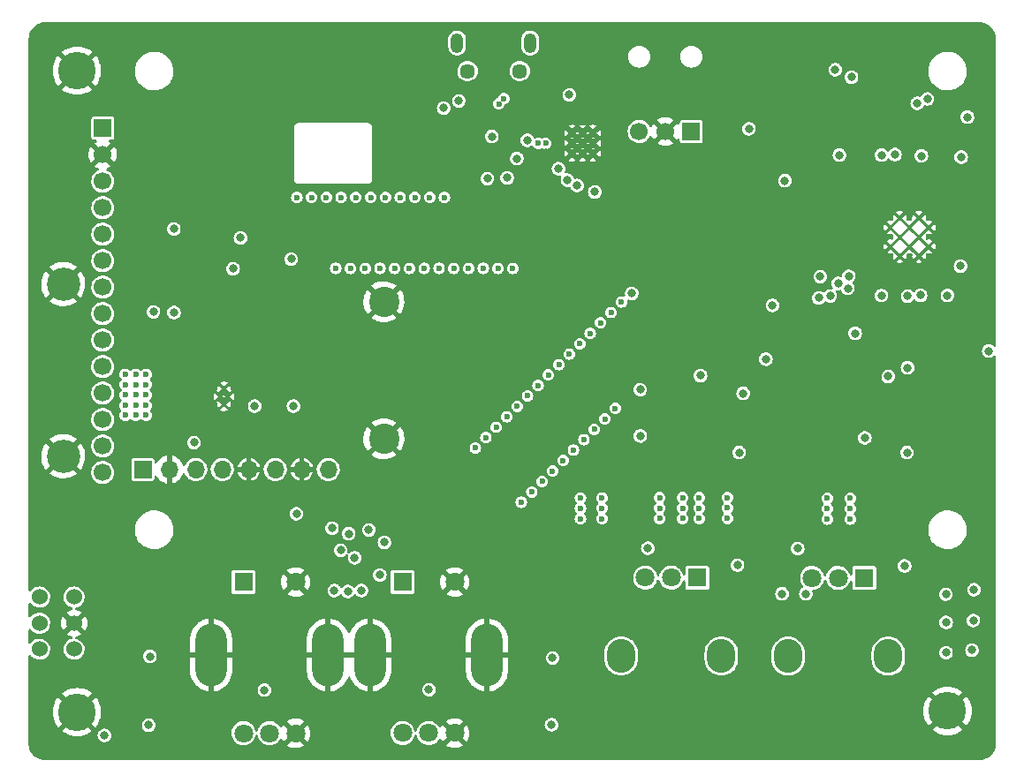
<source format=gbr>
%TF.GenerationSoftware,KiCad,Pcbnew,(6.0.10)*%
%TF.CreationDate,2023-12-08T02:10:06-05:00*%
%TF.ProjectId,Ultrasonic Sound Steering - Remote Rev. A,556c7472-6173-46f6-9e69-6320536f756e,rev?*%
%TF.SameCoordinates,Original*%
%TF.FileFunction,Copper,L2,Inr*%
%TF.FilePolarity,Positive*%
%FSLAX46Y46*%
G04 Gerber Fmt 4.6, Leading zero omitted, Abs format (unit mm)*
G04 Created by KiCad (PCBNEW (6.0.10)) date 2023-12-08 02:10:06*
%MOMM*%
%LPD*%
G01*
G04 APERTURE LIST*
%TA.AperFunction,ComponentPad*%
%ADD10R,1.800000X1.800000*%
%TD*%
%TA.AperFunction,ComponentPad*%
%ADD11C,1.800000*%
%TD*%
%TA.AperFunction,ComponentPad*%
%ADD12O,3.000000X6.000000*%
%TD*%
%TA.AperFunction,ComponentPad*%
%ADD13C,3.600000*%
%TD*%
%TA.AperFunction,ComponentPad*%
%ADD14R,1.700000X1.700000*%
%TD*%
%TA.AperFunction,ComponentPad*%
%ADD15C,1.700000*%
%TD*%
%TA.AperFunction,ComponentPad*%
%ADD16C,1.524000*%
%TD*%
%TA.AperFunction,ComponentPad*%
%ADD17O,2.720000X3.240000*%
%TD*%
%TA.AperFunction,ComponentPad*%
%ADD18C,0.300000*%
%TD*%
%TA.AperFunction,ComponentPad*%
%ADD19O,1.700000X1.700000*%
%TD*%
%TA.AperFunction,ComponentPad*%
%ADD20C,3.200000*%
%TD*%
%TA.AperFunction,ComponentPad*%
%ADD21C,2.900000*%
%TD*%
%TA.AperFunction,ComponentPad*%
%ADD22C,1.450000*%
%TD*%
%TA.AperFunction,ComponentPad*%
%ADD23O,1.200000X1.900000*%
%TD*%
%TA.AperFunction,ComponentPad*%
%ADD24C,0.500000*%
%TD*%
%TA.AperFunction,ViaPad*%
%ADD25C,0.800000*%
%TD*%
%TA.AperFunction,ViaPad*%
%ADD26C,0.600000*%
%TD*%
G04 APERTURE END LIST*
D10*
%TO.N,Sel2_*%
%TO.C,SW1*%
X121490000Y-96582500D03*
D11*
%TO.N,GND*%
X126490000Y-96582500D03*
%TO.N,Net-(D8-Pad2)*%
X121490000Y-111082500D03*
%TO.N,GND*%
X126490000Y-111082500D03*
%TO.N,Net-(D12-Pad2)*%
X123990000Y-111082500D03*
D12*
%TO.N,GND*%
X118390000Y-103582500D03*
X129590000Y-103582500D03*
%TD*%
D10*
%TO.N,Sel1_*%
%TO.C,SW2*%
X136730000Y-96580000D03*
D11*
%TO.N,GND*%
X141730000Y-96580000D03*
%TO.N,Net-(D5-Pad2)*%
X136730000Y-111080000D03*
%TO.N,GND*%
X141730000Y-111080000D03*
%TO.N,Net-(D6-Pad2)*%
X139230000Y-111080000D03*
D12*
%TO.N,GND*%
X133630000Y-103580000D03*
X144830000Y-103580000D03*
%TD*%
D13*
%TO.N,GND*%
%TO.C,H3*%
X188960999Y-108957999D03*
%TD*%
D14*
%TO.N,+3V3*%
%TO.C,J4*%
X108011999Y-53062999D03*
D15*
%TO.N,GND*%
X108008999Y-55601999D03*
%TO.N,Net-(J4-Pad3)*%
X108008999Y-58141999D03*
%TO.N,Net-(J4-Pad4)*%
X108008999Y-60681999D03*
%TO.N,Net-(J4-Pad5)*%
X108008999Y-63221999D03*
%TO.N,Net-(J4-Pad6)*%
X108008999Y-65761999D03*
%TO.N,Net-(J4-Pad7)*%
X108008999Y-68301999D03*
%TO.N,TFT_LED*%
X108008999Y-70838999D03*
%TO.N,Net-(J4-Pad9)*%
X108008999Y-73378999D03*
%TO.N,unconnected-(J4-Pad10)*%
X108008999Y-75918999D03*
%TO.N,unconnected-(J4-Pad11)*%
X108008999Y-78458999D03*
%TO.N,unconnected-(J4-Pad12)*%
X108008999Y-80998999D03*
%TO.N,unconnected-(J4-Pad13)*%
X108008999Y-83538999D03*
%TO.N,unconnected-(J4-Pad14)*%
X108008999Y-86078999D03*
%TD*%
D13*
%TO.N,GND*%
%TO.C,H1*%
X105539000Y-47538999D03*
%TD*%
%TO.N,GND*%
%TO.C,H2*%
X105538999Y-109060999D03*
%TD*%
D16*
%TO.N,Net-(R4-Pad1)*%
%TO.C,S1*%
X101950000Y-98035400D03*
%TO.N,VBAT*%
X101950000Y-100535400D03*
%TO.N,unconnected-(S1-Pad3)*%
X101950000Y-103035400D03*
%TO.N,unconnected-(S1-Pad4)*%
X105250000Y-98035400D03*
%TO.N,GND*%
X105250000Y-100535400D03*
%TO.N,Net-(R1-Pad2)*%
X105250000Y-103035400D03*
%TD*%
D17*
%TO.N,*%
%TO.C,RV2*%
X183285400Y-103692800D03*
X173685400Y-103692800D03*
D10*
%TO.N,Net-(R14-Pad2)*%
X180985400Y-96192800D03*
D11*
%TO.N,Net-(C18-Pad2)*%
X178485400Y-96192800D03*
%TO.N,Net-(R15-Pad1)*%
X175985400Y-96192800D03*
%TD*%
D18*
%TO.N,GND*%
%TO.C,U3*%
X119977182Y-78780000D03*
X119277182Y-78780000D03*
X119627182Y-78030000D03*
X119627182Y-79530000D03*
%TD*%
D17*
%TO.N,*%
%TO.C,RV1*%
X157685400Y-103675000D03*
X167285400Y-103675000D03*
D10*
%TO.N,Net-(R2-Pad2)*%
X164985400Y-96175000D03*
D11*
%TO.N,Net-(C3-Pad2)*%
X162485400Y-96175000D03*
%TO.N,Net-(R3-Pad1)*%
X159985400Y-96175000D03*
%TD*%
D14*
%TO.N,unconnected-(J1-Pad1)*%
%TO.C,J1*%
X111837144Y-85792499D03*
D19*
%TO.N,GND*%
X114377144Y-85792499D03*
%TO.N,VBAT*%
X116917144Y-85792499D03*
%TO.N,Net-(C1-Pad1)*%
X119457144Y-85792499D03*
%TO.N,GND*%
X121997144Y-85792499D03*
%TO.N,unconnected-(J1-Pad6)*%
X124537144Y-85792499D03*
%TO.N,GND*%
X127077144Y-85792499D03*
%TO.N,+5V*%
X129617144Y-85792499D03*
D20*
%TO.N,GND*%
X104217144Y-84523899D03*
X104217144Y-68013899D03*
D21*
X134951144Y-69698899D03*
X134951144Y-82838899D03*
%TD*%
D14*
%TO.N,RX2*%
%TO.C,J2*%
X164410000Y-53380001D03*
D15*
%TO.N,GND*%
X161910000Y-53380001D03*
%TO.N,TX2*%
X159410000Y-53380001D03*
%TD*%
D22*
%TO.N,Net-(J3-Pad6)*%
%TO.C,J3*%
X147970000Y-47582500D03*
D23*
X148970000Y-44882500D03*
D22*
X142970000Y-47582500D03*
D23*
X141970000Y-44882500D03*
%TD*%
D18*
%TO.N,GND*%
%TO.C,U7*%
X187145000Y-64407500D03*
X187145000Y-62572500D03*
X186227500Y-65325000D03*
X186227500Y-63490000D03*
X186227500Y-61655000D03*
X185310000Y-64407500D03*
X185310000Y-62572500D03*
X184392500Y-65325000D03*
X184392500Y-63490000D03*
X184392500Y-61655000D03*
X183475000Y-64407500D03*
X183475000Y-62572500D03*
%TD*%
D24*
%TO.N,GND*%
%TO.C,U6*%
X154990000Y-53500000D03*
X153990000Y-55500000D03*
X152990000Y-55500000D03*
X154990000Y-55500000D03*
X153990000Y-54500000D03*
X154990000Y-54500000D03*
X153990000Y-53500000D03*
X152990000Y-53500000D03*
X152990000Y-54500000D03*
%TD*%
D25*
%TO.N,GND*%
X180567655Y-77497655D03*
D26*
X145032000Y-72854000D03*
X120370000Y-75180000D03*
D25*
X185034500Y-81290000D03*
X176190000Y-99720000D03*
X137975001Y-53785001D03*
D26*
X143916944Y-57983056D03*
X151750000Y-58600000D03*
D25*
X120370000Y-62735500D03*
X192830000Y-67320000D03*
D26*
X177272379Y-47304401D03*
D25*
X162984499Y-99200001D03*
X161370000Y-75520000D03*
D26*
X120780000Y-81040000D03*
D25*
X192830000Y-60120000D03*
X178989999Y-99289999D03*
X124197182Y-75390000D03*
D26*
X143618000Y-75682000D03*
D25*
X150130000Y-47320000D03*
D26*
X145032000Y-75682000D03*
D25*
X161998935Y-82589500D03*
X125125000Y-107030000D03*
X176904750Y-81347375D03*
D26*
X147490000Y-50264500D03*
X147000000Y-46382500D03*
D25*
X110865000Y-103800000D03*
D26*
X177960000Y-46520000D03*
D25*
X148060000Y-50790000D03*
D26*
X138310000Y-107110000D03*
X126560000Y-89050000D03*
X177500000Y-66694500D03*
X132390000Y-92500000D03*
X118940000Y-76360000D03*
D25*
X190040000Y-77400000D03*
D26*
X163600000Y-91590000D03*
D25*
X192830000Y-64920000D03*
X116520000Y-62174500D03*
D26*
X188800000Y-104420000D03*
X143618000Y-71440000D03*
X152844977Y-48755023D03*
D25*
X178500000Y-77189500D03*
X120770000Y-71010000D03*
X185034500Y-82710000D03*
X140812500Y-106986250D03*
D26*
X174570000Y-92410000D03*
X192090000Y-102330000D03*
X142204000Y-71440000D03*
X140790000Y-72854000D03*
X165180000Y-91590000D03*
X192076737Y-96557716D03*
D25*
X113670000Y-75260000D03*
X141618698Y-54708698D03*
D26*
X188010000Y-50220000D03*
X175530000Y-93370000D03*
D25*
X112620001Y-82299999D03*
D26*
X175440000Y-98660000D03*
X177430000Y-87460000D03*
X159250000Y-93340000D03*
X119577182Y-81040000D03*
X185385535Y-51325500D03*
X179040000Y-46970000D03*
D25*
X186367500Y-67585000D03*
D26*
X115770000Y-70890000D03*
D25*
X172155400Y-94975002D03*
D26*
X140790000Y-75682000D03*
D25*
X122500000Y-88000000D03*
X186977500Y-77360000D03*
D26*
X143618000Y-72854000D03*
D25*
X163505001Y-79180001D03*
D26*
X175250000Y-69880000D03*
X145810879Y-57849064D03*
D25*
X168939999Y-75320000D03*
X192830000Y-57720000D03*
D26*
X163570000Y-87440000D03*
D25*
X143150000Y-50700000D03*
D26*
X113340000Y-110380000D03*
D25*
X188507500Y-77445000D03*
X155360000Y-47280000D03*
X150491379Y-55402105D03*
D26*
X185770000Y-68330000D03*
D25*
X168886635Y-82656635D03*
X192830000Y-56520000D03*
X137428191Y-89850001D03*
X180470000Y-66874500D03*
D26*
X142204000Y-74268000D03*
D25*
X138735002Y-47015000D03*
D26*
X119587182Y-82310000D03*
X173450000Y-57134500D03*
X150250000Y-111000000D03*
D25*
X115150000Y-75320000D03*
X141664999Y-53735001D03*
X168950001Y-81290001D03*
D26*
X113440000Y-104000000D03*
D25*
X116430000Y-69960000D03*
D26*
X120400000Y-73970000D03*
X118350000Y-81040000D03*
X140790000Y-74268000D03*
X177270000Y-68320000D03*
X184950000Y-68220000D03*
D25*
X192830000Y-63720000D03*
D26*
X155840000Y-87440000D03*
X145032000Y-74268000D03*
X132560000Y-98320000D03*
X161360000Y-87430000D03*
X118920000Y-73920000D03*
X167840000Y-95100000D03*
X192100000Y-99580000D03*
D25*
X125680000Y-75400000D03*
X192830000Y-66120000D03*
X185099998Y-78659999D03*
D26*
X177520000Y-55710000D03*
X152050000Y-103960000D03*
D25*
X116610000Y-75370000D03*
D26*
X145032000Y-71440000D03*
D25*
X186230000Y-95090000D03*
D26*
X119550000Y-66480000D03*
X185018056Y-55568056D03*
X177450000Y-91640000D03*
D25*
X192815000Y-55535000D03*
X149359999Y-110404689D03*
D26*
X156270000Y-59150000D03*
D25*
X122727182Y-75430000D03*
X156130000Y-94954998D03*
D26*
X143618000Y-74268000D03*
X118930000Y-75200000D03*
D25*
X192810000Y-52290000D03*
D26*
X167880000Y-91570000D03*
D25*
X137990000Y-55170000D03*
D26*
X113840000Y-62660000D03*
D25*
X192815000Y-69485000D03*
D26*
X170740000Y-53650000D03*
X179830000Y-47240000D03*
X161380000Y-91590000D03*
X153800000Y-91590000D03*
D25*
X191540000Y-77360000D03*
X159783885Y-99120615D03*
D26*
X181570000Y-55830000D03*
X191200000Y-51080000D03*
D25*
X181709999Y-77058998D03*
X161961611Y-80248282D03*
D26*
X122540000Y-107060000D03*
X142204000Y-72854000D03*
X178030000Y-67110000D03*
D25*
X192830000Y-58920000D03*
X192830000Y-62520000D03*
X192820000Y-72930000D03*
D26*
X111990000Y-71050000D03*
X167850000Y-87420000D03*
D25*
X151460000Y-51580000D03*
D26*
X150660000Y-57620000D03*
D25*
X192830000Y-61320000D03*
D26*
X173110000Y-98690000D03*
X148530000Y-56410000D03*
X192630000Y-75340000D03*
X179670000Y-91640000D03*
D25*
X163525000Y-85150000D03*
D26*
X142204000Y-75682000D03*
X140010000Y-50500000D03*
D25*
X110750000Y-110500000D03*
D26*
X155870000Y-91570000D03*
D25*
X149454999Y-104006001D03*
D26*
X120360000Y-76370000D03*
X182530000Y-77470000D03*
X140790000Y-71440000D03*
X165160000Y-87430000D03*
X160200000Y-92390000D03*
D25*
X123037182Y-80940000D03*
D26*
X133060000Y-93920000D03*
X135080000Y-95140000D03*
X153780000Y-87450000D03*
D25*
X192830000Y-68520000D03*
X140920000Y-48570000D03*
D26*
X127000000Y-65730000D03*
X131720000Y-93360000D03*
X130790000Y-98180000D03*
D25*
X129000000Y-97350000D03*
D26*
X189670667Y-56558785D03*
D25*
X148940000Y-50364500D03*
D26*
X179640000Y-87470000D03*
D25*
X189030000Y-67510000D03*
D26*
X180720000Y-47930000D03*
X151360000Y-57900000D03*
D25*
X179550000Y-85275000D03*
X173185500Y-68216227D03*
D26*
X168720000Y-85040000D03*
D25*
X137386595Y-91340001D03*
D26*
X180820000Y-48810000D03*
X158530023Y-82350023D03*
D25*
X168929999Y-76725500D03*
D26*
X184820000Y-85080000D03*
D25*
%TO.N,TFT_CS~*%
X178609943Y-55639943D03*
%TO.N,TFT_DC*%
X173378392Y-58081298D03*
%TO.N,TFT_MOSI*%
X190870000Y-51990000D03*
%TO.N,TFT_SCK*%
X182650000Y-55640000D03*
%TO.N,TFT_MISO*%
X183919999Y-55589999D03*
%TO.N,Enc1A_*%
X132790919Y-97391998D03*
%TO.N,Enc1B_*%
X131500000Y-97490000D03*
%TO.N,Enc2A_*%
X126570000Y-90040000D03*
%TO.N,Enc2B_*%
X130204600Y-97395400D03*
%TO.N,LB*%
X174600000Y-93370000D03*
X180110001Y-72735309D03*
%TO.N,Net-(D3-Pad1)*%
X188830000Y-100460000D03*
%TO.N,MCU_HB*%
X179498752Y-67272160D03*
X160240000Y-93340000D03*
%TO.N,ADC0*%
X169000000Y-84170000D03*
X182630000Y-69110000D03*
%TO.N,ADC1*%
X186377500Y-69085000D03*
X169381002Y-78499999D03*
%TO.N,Net-(C6-Pad2)*%
X159510000Y-78130000D03*
%TO.N,TFT_RST*%
X190273767Y-55825420D03*
X120497937Y-66534508D03*
%TO.N,TFT_ON{slash}PWM_BL_CTRL*%
X126062500Y-65612500D03*
X186453077Y-55711614D03*
%TO.N,RX2*%
X179758528Y-48169863D03*
%TO.N,TX2*%
X178214533Y-47444533D03*
%TO.N,Net-(D4-Pad1)*%
X188800000Y-97760000D03*
%TO.N,Net-(Q1-Pad3)*%
X173099999Y-97719999D03*
X175384532Y-97712119D03*
%TO.N,Enc1A*%
X134550000Y-95910000D03*
X176771394Y-67303341D03*
%TO.N,Enc1B*%
X132150000Y-94260000D03*
X172194782Y-70045218D03*
%TO.N,/VIN*%
X126287182Y-79710000D03*
X122567182Y-79710000D03*
%TO.N,Enc2A*%
X129973688Y-91421002D03*
X177717835Y-69157257D03*
%TO.N,Enc2B*%
X130810000Y-93545500D03*
X176630000Y-69340000D03*
%TO.N,Sel1*%
X133510309Y-91595000D03*
X179415500Y-68430000D03*
%TO.N,Sel2*%
X131585000Y-91955000D03*
X178481539Y-67945265D03*
%TO.N,Net-(D14-Pad1)*%
X188820000Y-103360000D03*
%TO.N,Net-(J4-Pad5)*%
X121210000Y-63565500D03*
%TO.N,ADC2*%
X188950000Y-69090000D03*
X185080000Y-84170000D03*
%TO.N,EN_*%
X158700000Y-68900000D03*
X190210000Y-66280000D03*
%TO.N,IO0*%
X140670000Y-51120000D03*
X169929999Y-53129999D03*
D26*
%TO.N,+3V3*%
X112170000Y-78650000D03*
X156720000Y-70730000D03*
X148720000Y-78730000D03*
X111170000Y-78650000D03*
D25*
X123500000Y-106955000D03*
D26*
X143058000Y-66500000D03*
X110160000Y-76670000D03*
D25*
X148690000Y-54220000D03*
D26*
X145720000Y-81730000D03*
X155120000Y-81940000D03*
X110170000Y-77650000D03*
X161370000Y-90500000D03*
X138816000Y-66500000D03*
X153720000Y-73730000D03*
X112170000Y-79650000D03*
X148120000Y-88940000D03*
D25*
X185120000Y-76030500D03*
X112409999Y-110314689D03*
D26*
X163580000Y-90500000D03*
X145886000Y-66500000D03*
X111170000Y-79650000D03*
X163580000Y-88500000D03*
X150720000Y-76730000D03*
X139336000Y-59700000D03*
X151720000Y-75730000D03*
X112170000Y-77650000D03*
X157120000Y-79940000D03*
X153790000Y-88530000D03*
X179650000Y-89550000D03*
X152120000Y-84940000D03*
X161370000Y-89500000D03*
D25*
X139262500Y-106911250D03*
X116750000Y-83220002D03*
X114840000Y-70740000D03*
X168835398Y-94967082D03*
D26*
X177440000Y-88550000D03*
X179650000Y-90550000D03*
X155720000Y-71730000D03*
X140230000Y-66500000D03*
X163580000Y-89500000D03*
X165170000Y-90500000D03*
X152720000Y-74730000D03*
X154720000Y-72730000D03*
X111160000Y-76670000D03*
X137922000Y-59700000D03*
X177440000Y-89550000D03*
D25*
X191438155Y-100286639D03*
X183280000Y-76870000D03*
D26*
X129438000Y-59700000D03*
X111170000Y-80600000D03*
D25*
X114820000Y-62720000D03*
X151115001Y-103869999D03*
D26*
X133680000Y-59700000D03*
D25*
X112870000Y-70680000D03*
X112531942Y-103722536D03*
D26*
X167860000Y-88480000D03*
X143720000Y-83730000D03*
X167860000Y-90480000D03*
X151120000Y-85940000D03*
X144720000Y-82730000D03*
X130852000Y-59700000D03*
X112160000Y-76670000D03*
X111170000Y-77650000D03*
X130332000Y-66500000D03*
X134574000Y-66500000D03*
X112170000Y-80600000D03*
X153790000Y-89530000D03*
X132266000Y-59700000D03*
X149720000Y-77730000D03*
D25*
X135000000Y-92790000D03*
D26*
X144472000Y-66500000D03*
D25*
X151012501Y-110263513D03*
D26*
X126610000Y-59700000D03*
X149120000Y-87940000D03*
X131746000Y-66500000D03*
X110170000Y-79650000D03*
X137402000Y-66500000D03*
X146720000Y-80730000D03*
D25*
X192911248Y-74430000D03*
D26*
X179650000Y-88550000D03*
X153120000Y-83940000D03*
X161370000Y-88500000D03*
X177440000Y-90550000D03*
X140750000Y-59700000D03*
D25*
X108170000Y-111300000D03*
D26*
X133160000Y-66500000D03*
X128024000Y-59700000D03*
X135094000Y-59700000D03*
X155850000Y-88510000D03*
X154120000Y-82940000D03*
X110170000Y-78650000D03*
X147720000Y-79730000D03*
X155850000Y-90510000D03*
X110170000Y-80600000D03*
X153790000Y-90530000D03*
X165170000Y-89500000D03*
D25*
X191300000Y-103110000D03*
X171560000Y-75210000D03*
D26*
X165170000Y-88500000D03*
X156120000Y-80940000D03*
X147300000Y-66500000D03*
X155850000Y-89510000D03*
X136508000Y-59700000D03*
D25*
X165300001Y-76780001D03*
D26*
X167860000Y-89480000D03*
X141644000Y-66500000D03*
D25*
X184845400Y-95047082D03*
D26*
X135988000Y-66500000D03*
X150120000Y-86940000D03*
D25*
X181035001Y-82759999D03*
D26*
X157720000Y-69730000D03*
D25*
X191498863Y-97311119D03*
%TO.N,VBUS*%
X152711920Y-49853070D03*
X142130000Y-50450000D03*
D26*
%TO.N,/D+*%
X150450000Y-54500000D03*
X146440000Y-50230000D03*
%TO.N,/D-*%
X145960000Y-50720000D03*
X149750000Y-54520000D03*
D25*
%TO.N,Net-(R4-Pad1)*%
X159525000Y-82575000D03*
%TO.N,DTR*%
X145300000Y-53858697D03*
X151680000Y-56950000D03*
X146760023Y-57822987D03*
%TO.N,RTS*%
X147692193Y-55963195D03*
X144862650Y-57898237D03*
X155161754Y-59178070D03*
%TO.N,Net-(R30-Pad2)*%
X185140000Y-69160000D03*
%TO.N,ESP32_TXD0*%
X153458272Y-58545500D03*
X186065088Y-50662354D03*
%TO.N,ESP32_RXD0*%
X152539795Y-58037704D03*
X187035377Y-50262362D03*
%TD*%
%TA.AperFunction,Conductor*%
%TO.N,GND*%
G36*
X191988704Y-42901997D02*
G01*
X192001387Y-42903968D01*
X192001388Y-42903968D01*
X192011183Y-42905490D01*
X192020969Y-42903911D01*
X192027415Y-42903892D01*
X192047301Y-42902984D01*
X192228712Y-42915457D01*
X192246555Y-42917975D01*
X192450919Y-42961916D01*
X192468219Y-42966953D01*
X192664231Y-43039600D01*
X192680623Y-43047049D01*
X192796632Y-43110134D01*
X192864266Y-43146913D01*
X192879435Y-43156628D01*
X193046957Y-43281670D01*
X193060578Y-43293444D01*
X193208545Y-43441099D01*
X193220358Y-43454707D01*
X193345742Y-43621950D01*
X193355491Y-43637100D01*
X193455746Y-43820538D01*
X193463231Y-43836920D01*
X193536288Y-44032770D01*
X193541362Y-44050060D01*
X193585732Y-44254318D01*
X193588289Y-44272157D01*
X193601148Y-44453580D01*
X193600286Y-44473357D01*
X193600281Y-44479882D01*
X193598722Y-44489674D01*
X193602127Y-44511287D01*
X193602170Y-44511557D01*
X193603706Y-44531193D01*
X193601241Y-56278878D01*
X193597547Y-73889197D01*
X193577531Y-73957314D01*
X193523865Y-74003796D01*
X193453589Y-74013885D01*
X193387728Y-73983247D01*
X193290896Y-73896972D01*
X193290893Y-73896970D01*
X193285224Y-73891919D01*
X193146079Y-73818245D01*
X193129370Y-73814048D01*
X193000746Y-73781740D01*
X193000744Y-73781740D01*
X192993376Y-73779889D01*
X192985778Y-73779849D01*
X192985776Y-73779849D01*
X192918567Y-73779497D01*
X192835932Y-73779065D01*
X192828553Y-73780837D01*
X192828549Y-73780837D01*
X192690215Y-73814048D01*
X192690211Y-73814049D01*
X192682836Y-73815820D01*
X192599285Y-73858944D01*
X192555893Y-73881340D01*
X192542927Y-73888032D01*
X192537205Y-73893024D01*
X192537203Y-73893025D01*
X192430007Y-73986538D01*
X192430004Y-73986541D01*
X192424282Y-73991533D01*
X192411698Y-74009438D01*
X192347478Y-74100814D01*
X192333749Y-74120348D01*
X192276557Y-74267039D01*
X192274042Y-74286145D01*
X192260301Y-74390518D01*
X192256006Y-74423138D01*
X192273283Y-74579633D01*
X192327391Y-74727490D01*
X192331628Y-74733796D01*
X192331630Y-74733799D01*
X192371957Y-74793811D01*
X192415206Y-74858172D01*
X192461347Y-74900157D01*
X192496459Y-74932106D01*
X192531658Y-74964135D01*
X192553133Y-74975795D01*
X192663347Y-75035637D01*
X192663349Y-75035638D01*
X192670024Y-75039262D01*
X192677373Y-75041190D01*
X192814967Y-75077287D01*
X192814969Y-75077287D01*
X192822317Y-75079215D01*
X192905628Y-75080524D01*
X192972146Y-75081569D01*
X192972149Y-75081569D01*
X192979743Y-75081688D01*
X193133216Y-75046538D01*
X193273873Y-74975795D01*
X193389490Y-74877049D01*
X193454279Y-74848018D01*
X193524479Y-74858623D01*
X193577802Y-74905498D01*
X193597320Y-74972885D01*
X193597043Y-76293174D01*
X193597006Y-76468449D01*
X193597005Y-76468480D01*
X193596996Y-76468537D01*
X193597000Y-76497641D01*
X193596993Y-76531435D01*
X193597003Y-76531499D01*
X193597005Y-76531542D01*
X193601994Y-112037546D01*
X193601994Y-112040149D01*
X193600501Y-112059506D01*
X193597010Y-112081972D01*
X193598589Y-112091758D01*
X193598608Y-112098204D01*
X193599517Y-112118086D01*
X193590305Y-112252072D01*
X193587044Y-112299506D01*
X193584527Y-112317344D01*
X193547252Y-112490714D01*
X193540588Y-112521707D01*
X193535552Y-112539005D01*
X193493534Y-112652377D01*
X193462904Y-112735020D01*
X193455449Y-112751425D01*
X193355595Y-112935052D01*
X193345877Y-112950226D01*
X193220841Y-113117744D01*
X193209056Y-113131378D01*
X193061407Y-113279339D01*
X193047800Y-113291152D01*
X192880550Y-113416542D01*
X192865396Y-113426292D01*
X192681973Y-113526540D01*
X192665586Y-113534028D01*
X192469731Y-113607088D01*
X192452442Y-113612161D01*
X192248183Y-113656531D01*
X192230346Y-113659088D01*
X192048983Y-113671944D01*
X192028981Y-113671072D01*
X192022617Y-113671067D01*
X192012826Y-113669508D01*
X191990883Y-113672965D01*
X191971275Y-113674500D01*
X102541436Y-113674500D01*
X102521726Y-113672949D01*
X102509793Y-113671059D01*
X102500000Y-113669508D01*
X102490206Y-113671059D01*
X102485045Y-113671059D01*
X102463794Y-113671995D01*
X102397023Y-113667376D01*
X102288075Y-113659839D01*
X102270850Y-113657444D01*
X102071497Y-113615536D01*
X102054765Y-113610792D01*
X102044467Y-113607087D01*
X102016122Y-113596890D01*
X101863077Y-113541831D01*
X101847167Y-113534833D01*
X101666789Y-113440128D01*
X101651999Y-113431008D01*
X101486388Y-113312374D01*
X101472988Y-113301300D01*
X101325282Y-113160984D01*
X101313539Y-113148174D01*
X101186567Y-112988863D01*
X101176695Y-112974551D01*
X101150689Y-112930647D01*
X101144629Y-112920417D01*
X101072875Y-112799283D01*
X101065066Y-112783745D01*
X100986363Y-112595842D01*
X100980767Y-112579374D01*
X100928693Y-112382437D01*
X100925418Y-112365358D01*
X100910727Y-112243906D01*
X125693423Y-112243906D01*
X125698704Y-112250961D01*
X125875080Y-112354027D01*
X125884363Y-112358474D01*
X126091003Y-112437383D01*
X126100901Y-112440259D01*
X126317653Y-112484357D01*
X126327883Y-112485576D01*
X126548914Y-112493682D01*
X126559223Y-112493214D01*
X126778623Y-112465108D01*
X126788688Y-112462968D01*
X127000557Y-112399405D01*
X127010152Y-112395644D01*
X127208778Y-112298338D01*
X127217636Y-112293059D01*
X127275097Y-112252072D01*
X127283472Y-112241406D01*
X140933423Y-112241406D01*
X140938704Y-112248461D01*
X141115080Y-112351527D01*
X141124363Y-112355974D01*
X141331003Y-112434883D01*
X141340901Y-112437759D01*
X141557653Y-112481857D01*
X141567883Y-112483076D01*
X141788914Y-112491182D01*
X141799223Y-112490714D01*
X142018623Y-112462608D01*
X142028688Y-112460468D01*
X142240557Y-112396905D01*
X142250152Y-112393144D01*
X142448778Y-112295838D01*
X142457636Y-112290559D01*
X142515097Y-112249572D01*
X142523497Y-112238874D01*
X142516510Y-112225721D01*
X141742811Y-111452021D01*
X141728868Y-111444408D01*
X141727034Y-111444539D01*
X141720420Y-111448790D01*
X140940180Y-112229031D01*
X140933423Y-112241406D01*
X127283472Y-112241406D01*
X127283497Y-112241374D01*
X127276510Y-112228221D01*
X126502811Y-111454521D01*
X126488868Y-111446908D01*
X126487034Y-111447039D01*
X126480420Y-111451290D01*
X125700180Y-112231531D01*
X125693423Y-112243906D01*
X100910727Y-112243906D01*
X100904301Y-112190781D01*
X100904138Y-112168475D01*
X100903911Y-112164064D01*
X100904958Y-112154205D01*
X100902907Y-112144504D01*
X100902751Y-112141471D01*
X100900500Y-112119948D01*
X100900500Y-110865285D01*
X104100170Y-110865285D01*
X104106627Y-110874645D01*
X104127863Y-110893269D01*
X104134394Y-110898280D01*
X104379090Y-111061780D01*
X104386227Y-111065901D01*
X104650173Y-111196064D01*
X104657777Y-111199214D01*
X104936456Y-111293813D01*
X104944408Y-111295944D01*
X105233055Y-111353359D01*
X105241213Y-111354433D01*
X105534880Y-111373681D01*
X105543118Y-111373681D01*
X105836785Y-111354433D01*
X105844943Y-111353359D01*
X106133590Y-111295944D01*
X106141542Y-111293813D01*
X106143530Y-111293138D01*
X107514758Y-111293138D01*
X107532035Y-111449633D01*
X107586143Y-111597490D01*
X107590380Y-111603796D01*
X107590382Y-111603799D01*
X107603307Y-111623033D01*
X107673958Y-111728172D01*
X107790410Y-111834135D01*
X107797085Y-111837759D01*
X107922099Y-111905637D01*
X107922101Y-111905638D01*
X107928776Y-111909262D01*
X107936125Y-111911190D01*
X108073719Y-111947287D01*
X108073721Y-111947287D01*
X108081069Y-111949215D01*
X108164380Y-111950524D01*
X108230898Y-111951569D01*
X108230901Y-111951569D01*
X108238495Y-111951688D01*
X108391968Y-111916538D01*
X108532625Y-111845795D01*
X108582708Y-111803020D01*
X108646574Y-111748474D01*
X108646576Y-111748471D01*
X108652348Y-111743542D01*
X108744224Y-111615683D01*
X108751477Y-111597642D01*
X108800114Y-111476652D01*
X108802950Y-111469598D01*
X108820823Y-111344015D01*
X108824553Y-111317807D01*
X108824553Y-111317804D01*
X108825134Y-111313723D01*
X108825278Y-111300000D01*
X108806363Y-111143694D01*
X108782119Y-111079534D01*
X108771811Y-111052254D01*
X120334967Y-111052254D01*
X120348796Y-111263249D01*
X120350217Y-111268845D01*
X120350218Y-111268850D01*
X120399424Y-111462595D01*
X120400845Y-111468190D01*
X120403262Y-111473433D01*
X120486951Y-111654969D01*
X120489369Y-111660214D01*
X120611405Y-111832891D01*
X120762865Y-111980437D01*
X120767661Y-111983642D01*
X120767664Y-111983644D01*
X120881212Y-112059514D01*
X120938677Y-112097911D01*
X120943985Y-112100192D01*
X120943986Y-112100192D01*
X121127650Y-112179100D01*
X121127653Y-112179101D01*
X121132953Y-112181378D01*
X121138582Y-112182652D01*
X121138583Y-112182652D01*
X121333550Y-112226769D01*
X121333553Y-112226769D01*
X121339186Y-112228044D01*
X121344957Y-112228271D01*
X121344959Y-112228271D01*
X121406989Y-112230708D01*
X121550470Y-112236346D01*
X121556179Y-112235518D01*
X121556183Y-112235518D01*
X121754015Y-112206833D01*
X121754019Y-112206832D01*
X121759730Y-112206004D01*
X121846352Y-112176600D01*
X121954483Y-112139895D01*
X121954488Y-112139893D01*
X121959955Y-112138037D01*
X121964998Y-112135213D01*
X122139395Y-112037546D01*
X122139399Y-112037543D01*
X122144442Y-112034719D01*
X122307012Y-111899512D01*
X122442219Y-111736942D01*
X122445043Y-111731899D01*
X122445046Y-111731895D01*
X122542713Y-111557498D01*
X122542714Y-111557496D01*
X122545537Y-111552455D01*
X122547393Y-111546988D01*
X122547395Y-111546983D01*
X122602035Y-111386017D01*
X122613504Y-111352230D01*
X122616334Y-111332713D01*
X122645905Y-111268167D01*
X122705677Y-111229855D01*
X122776673Y-111229941D01*
X122836353Y-111268396D01*
X122863153Y-111319779D01*
X122899423Y-111462593D01*
X122899424Y-111462595D01*
X122900845Y-111468190D01*
X122903262Y-111473433D01*
X122986951Y-111654969D01*
X122989369Y-111660214D01*
X123111405Y-111832891D01*
X123262865Y-111980437D01*
X123267661Y-111983642D01*
X123267664Y-111983644D01*
X123381212Y-112059514D01*
X123438677Y-112097911D01*
X123443985Y-112100192D01*
X123443986Y-112100192D01*
X123627650Y-112179100D01*
X123627653Y-112179101D01*
X123632953Y-112181378D01*
X123638582Y-112182652D01*
X123638583Y-112182652D01*
X123833550Y-112226769D01*
X123833553Y-112226769D01*
X123839186Y-112228044D01*
X123844957Y-112228271D01*
X123844959Y-112228271D01*
X123906989Y-112230708D01*
X124050470Y-112236346D01*
X124056179Y-112235518D01*
X124056183Y-112235518D01*
X124254015Y-112206833D01*
X124254019Y-112206832D01*
X124259730Y-112206004D01*
X124346352Y-112176600D01*
X124454483Y-112139895D01*
X124454488Y-112139893D01*
X124459955Y-112138037D01*
X124464998Y-112135213D01*
X124639395Y-112037546D01*
X124639399Y-112037543D01*
X124644442Y-112034719D01*
X124807012Y-111899512D01*
X124942219Y-111736942D01*
X124984458Y-111661519D01*
X125035195Y-111611858D01*
X125104727Y-111597511D01*
X125170978Y-111623033D01*
X125211135Y-111675682D01*
X125226989Y-111714726D01*
X125231634Y-111723921D01*
X125320097Y-111868281D01*
X125330553Y-111877742D01*
X125339331Y-111873958D01*
X126117979Y-111095311D01*
X126124356Y-111083632D01*
X126854408Y-111083632D01*
X126854539Y-111085466D01*
X126858790Y-111092080D01*
X127636307Y-111869596D01*
X127648313Y-111876152D01*
X127660052Y-111867184D01*
X127698010Y-111814359D01*
X127703321Y-111805520D01*
X127801318Y-111607237D01*
X127805117Y-111597642D01*
X127869415Y-111386017D01*
X127871594Y-111375936D01*
X127900702Y-111154838D01*
X127901221Y-111148163D01*
X127902744Y-111085864D01*
X127902550Y-111079146D01*
X127900134Y-111049754D01*
X135574967Y-111049754D01*
X135588796Y-111260749D01*
X135590217Y-111266345D01*
X135590218Y-111266350D01*
X135639424Y-111460095D01*
X135640845Y-111465690D01*
X135643262Y-111470933D01*
X135712228Y-111620533D01*
X135729369Y-111657714D01*
X135851405Y-111830391D01*
X135862152Y-111840860D01*
X135975798Y-111951569D01*
X136002865Y-111977937D01*
X136007661Y-111981142D01*
X136007664Y-111981144D01*
X136108693Y-112048649D01*
X136178677Y-112095411D01*
X136183985Y-112097692D01*
X136183986Y-112097692D01*
X136367650Y-112176600D01*
X136367653Y-112176601D01*
X136372953Y-112178878D01*
X136378582Y-112180152D01*
X136378583Y-112180152D01*
X136573550Y-112224269D01*
X136573553Y-112224269D01*
X136579186Y-112225544D01*
X136584957Y-112225771D01*
X136584959Y-112225771D01*
X136642810Y-112228044D01*
X136790470Y-112233846D01*
X136796179Y-112233018D01*
X136796183Y-112233018D01*
X136994015Y-112204333D01*
X136994019Y-112204332D01*
X136999730Y-112203504D01*
X137079052Y-112176578D01*
X137194483Y-112137395D01*
X137194488Y-112137393D01*
X137199955Y-112135537D01*
X137204998Y-112132713D01*
X137379395Y-112035046D01*
X137379399Y-112035043D01*
X137384442Y-112032219D01*
X137547012Y-111897012D01*
X137682219Y-111734442D01*
X137685043Y-111729399D01*
X137685046Y-111729395D01*
X137782713Y-111554998D01*
X137782714Y-111554996D01*
X137785537Y-111549955D01*
X137787393Y-111544488D01*
X137787395Y-111544483D01*
X137845457Y-111373436D01*
X137853504Y-111349730D01*
X137855972Y-111332713D01*
X137856334Y-111330213D01*
X137885905Y-111265667D01*
X137945677Y-111227355D01*
X138016673Y-111227441D01*
X138076353Y-111265896D01*
X138103153Y-111317279D01*
X138139423Y-111460093D01*
X138139424Y-111460095D01*
X138140845Y-111465690D01*
X138143262Y-111470933D01*
X138212228Y-111620533D01*
X138229369Y-111657714D01*
X138351405Y-111830391D01*
X138362152Y-111840860D01*
X138475798Y-111951569D01*
X138502865Y-111977937D01*
X138507661Y-111981142D01*
X138507664Y-111981144D01*
X138608693Y-112048649D01*
X138678677Y-112095411D01*
X138683985Y-112097692D01*
X138683986Y-112097692D01*
X138867650Y-112176600D01*
X138867653Y-112176601D01*
X138872953Y-112178878D01*
X138878582Y-112180152D01*
X138878583Y-112180152D01*
X139073550Y-112224269D01*
X139073553Y-112224269D01*
X139079186Y-112225544D01*
X139084957Y-112225771D01*
X139084959Y-112225771D01*
X139142810Y-112228044D01*
X139290470Y-112233846D01*
X139296179Y-112233018D01*
X139296183Y-112233018D01*
X139494015Y-112204333D01*
X139494019Y-112204332D01*
X139499730Y-112203504D01*
X139579052Y-112176578D01*
X139694483Y-112137395D01*
X139694488Y-112137393D01*
X139699955Y-112135537D01*
X139704998Y-112132713D01*
X139879395Y-112035046D01*
X139879399Y-112035043D01*
X139884442Y-112032219D01*
X140047012Y-111897012D01*
X140182219Y-111734442D01*
X140224458Y-111659019D01*
X140275195Y-111609358D01*
X140344727Y-111595011D01*
X140410978Y-111620533D01*
X140451135Y-111673182D01*
X140466989Y-111712226D01*
X140471634Y-111721421D01*
X140560097Y-111865781D01*
X140570553Y-111875242D01*
X140579331Y-111871458D01*
X141357979Y-111092811D01*
X141364356Y-111081132D01*
X142094408Y-111081132D01*
X142094539Y-111082966D01*
X142098790Y-111089580D01*
X142876307Y-111867096D01*
X142888313Y-111873652D01*
X142900052Y-111864684D01*
X142938010Y-111811859D01*
X142943321Y-111803020D01*
X143041318Y-111604737D01*
X143045117Y-111595142D01*
X143109415Y-111383517D01*
X143111594Y-111373436D01*
X143140702Y-111152338D01*
X143141221Y-111145663D01*
X143142744Y-111083364D01*
X143142550Y-111076646D01*
X143124279Y-110854400D01*
X143122596Y-110844238D01*
X143068710Y-110629708D01*
X143065389Y-110619953D01*
X142977193Y-110417118D01*
X142972315Y-110408020D01*
X142899224Y-110295038D01*
X142888538Y-110285835D01*
X142878973Y-110290238D01*
X142102021Y-111067189D01*
X142094408Y-111081132D01*
X141364356Y-111081132D01*
X141365592Y-111078868D01*
X141365461Y-111077034D01*
X141361210Y-111070420D01*
X140583862Y-110293073D01*
X140572330Y-110286776D01*
X140560048Y-110296399D01*
X140504467Y-110377877D01*
X140499379Y-110386833D01*
X140451031Y-110490992D01*
X140404207Y-110544359D01*
X140335964Y-110563940D01*
X140267968Y-110543517D01*
X140223739Y-110493674D01*
X140217723Y-110481475D01*
X140217718Y-110481466D01*
X140215165Y-110476290D01*
X140088651Y-110306867D01*
X139933381Y-110163337D01*
X139754554Y-110050505D01*
X139558160Y-109972152D01*
X139552503Y-109971027D01*
X139552497Y-109971025D01*
X139356442Y-109932028D01*
X139356440Y-109932028D01*
X139350775Y-109930901D01*
X139345000Y-109930825D01*
X139344996Y-109930825D01*
X139238976Y-109929437D01*
X139139346Y-109928133D01*
X139133649Y-109929112D01*
X139133648Y-109929112D01*
X138936650Y-109962962D01*
X138936649Y-109962962D01*
X138930953Y-109963941D01*
X138732575Y-110037127D01*
X138727614Y-110040079D01*
X138727613Y-110040079D01*
X138613312Y-110108081D01*
X138550856Y-110145238D01*
X138391881Y-110284655D01*
X138260976Y-110450708D01*
X138258287Y-110455819D01*
X138258285Y-110455822D01*
X138235094Y-110499902D01*
X138162523Y-110637836D01*
X138099820Y-110839773D01*
X138097944Y-110839191D01*
X138068401Y-110893906D01*
X138006249Y-110928224D01*
X137935410Y-110923492D01*
X137878375Y-110881214D01*
X137857618Y-110839432D01*
X137845166Y-110795280D01*
X137808686Y-110665931D01*
X137801243Y-110650837D01*
X137717719Y-110481469D01*
X137715165Y-110476290D01*
X137588651Y-110306867D01*
X137433381Y-110163337D01*
X137254554Y-110050505D01*
X137058160Y-109972152D01*
X137052503Y-109971027D01*
X137052497Y-109971025D01*
X136856442Y-109932028D01*
X136856440Y-109932028D01*
X136850775Y-109930901D01*
X136845000Y-109930825D01*
X136844996Y-109930825D01*
X136738976Y-109929437D01*
X136639346Y-109928133D01*
X136633649Y-109929112D01*
X136633648Y-109929112D01*
X136436650Y-109962962D01*
X136436649Y-109962962D01*
X136430953Y-109963941D01*
X136232575Y-110037127D01*
X136227614Y-110040079D01*
X136227613Y-110040079D01*
X136113312Y-110108081D01*
X136050856Y-110145238D01*
X135891881Y-110284655D01*
X135760976Y-110450708D01*
X135758287Y-110455819D01*
X135758285Y-110455822D01*
X135735094Y-110499902D01*
X135662523Y-110637836D01*
X135599820Y-110839773D01*
X135574967Y-111049754D01*
X127900134Y-111049754D01*
X127884279Y-110856900D01*
X127882596Y-110846738D01*
X127828710Y-110632208D01*
X127825389Y-110622453D01*
X127737193Y-110419618D01*
X127732315Y-110410520D01*
X127659224Y-110297538D01*
X127648538Y-110288335D01*
X127638973Y-110292738D01*
X126862021Y-111069689D01*
X126854408Y-111083632D01*
X126124356Y-111083632D01*
X126125592Y-111081368D01*
X126125461Y-111079534D01*
X126121210Y-111072920D01*
X125343862Y-110295573D01*
X125332330Y-110289276D01*
X125320048Y-110298899D01*
X125264467Y-110380377D01*
X125259379Y-110389333D01*
X125211031Y-110493492D01*
X125164207Y-110546859D01*
X125095964Y-110566440D01*
X125027968Y-110546017D01*
X124983739Y-110496174D01*
X124977723Y-110483975D01*
X124977718Y-110483966D01*
X124975165Y-110478790D01*
X124848651Y-110309367D01*
X124693381Y-110165837D01*
X124514554Y-110053005D01*
X124318160Y-109974652D01*
X124312503Y-109973527D01*
X124312497Y-109973525D01*
X124116442Y-109934528D01*
X124116440Y-109934528D01*
X124110775Y-109933401D01*
X124105000Y-109933325D01*
X124104996Y-109933325D01*
X123998976Y-109931937D01*
X123899346Y-109930633D01*
X123893649Y-109931612D01*
X123893648Y-109931612D01*
X123696650Y-109965462D01*
X123696649Y-109965462D01*
X123690953Y-109966441D01*
X123492575Y-110039627D01*
X123487614Y-110042579D01*
X123487613Y-110042579D01*
X123377514Y-110108081D01*
X123310856Y-110147738D01*
X123151881Y-110287155D01*
X123020976Y-110453208D01*
X123018287Y-110458319D01*
X123018285Y-110458322D01*
X122999686Y-110493674D01*
X122922523Y-110640336D01*
X122859820Y-110842273D01*
X122857944Y-110841691D01*
X122828401Y-110896406D01*
X122766249Y-110930724D01*
X122695410Y-110925992D01*
X122638375Y-110883714D01*
X122617618Y-110841932D01*
X122604461Y-110795280D01*
X122568686Y-110668431D01*
X122559543Y-110649889D01*
X122477719Y-110483969D01*
X122475165Y-110478790D01*
X122348651Y-110309367D01*
X122193381Y-110165837D01*
X122014554Y-110053005D01*
X121818160Y-109974652D01*
X121812503Y-109973527D01*
X121812497Y-109973525D01*
X121616442Y-109934528D01*
X121616440Y-109934528D01*
X121610775Y-109933401D01*
X121605000Y-109933325D01*
X121604996Y-109933325D01*
X121498976Y-109931937D01*
X121399346Y-109930633D01*
X121393649Y-109931612D01*
X121393648Y-109931612D01*
X121196650Y-109965462D01*
X121196649Y-109965462D01*
X121190953Y-109966441D01*
X120992575Y-110039627D01*
X120987614Y-110042579D01*
X120987613Y-110042579D01*
X120877514Y-110108081D01*
X120810856Y-110147738D01*
X120651881Y-110287155D01*
X120520976Y-110453208D01*
X120518287Y-110458319D01*
X120518285Y-110458322D01*
X120499686Y-110493674D01*
X120422523Y-110640336D01*
X120359820Y-110842273D01*
X120334967Y-111052254D01*
X108771811Y-111052254D01*
X108753394Y-111003514D01*
X108753393Y-111003511D01*
X108750710Y-110996412D01*
X108661531Y-110866657D01*
X108588145Y-110801272D01*
X108549648Y-110766972D01*
X108549645Y-110766970D01*
X108543976Y-110761919D01*
X108518678Y-110748524D01*
X108452926Y-110713710D01*
X108404831Y-110688245D01*
X108338150Y-110671496D01*
X108259498Y-110651740D01*
X108259496Y-110651740D01*
X108252128Y-110649889D01*
X108244530Y-110649849D01*
X108244528Y-110649849D01*
X108177319Y-110649497D01*
X108094684Y-110649065D01*
X108087305Y-110650837D01*
X108087301Y-110650837D01*
X107948967Y-110684048D01*
X107948963Y-110684049D01*
X107941588Y-110685820D01*
X107879316Y-110717961D01*
X107820101Y-110748524D01*
X107801679Y-110758032D01*
X107795957Y-110763024D01*
X107795955Y-110763025D01*
X107688759Y-110856538D01*
X107688756Y-110856541D01*
X107683034Y-110861533D01*
X107660282Y-110893906D01*
X107611003Y-110964023D01*
X107592501Y-110990348D01*
X107535309Y-111137039D01*
X107533440Y-111151234D01*
X107517715Y-111270681D01*
X107514758Y-111293138D01*
X106143530Y-111293138D01*
X106420221Y-111199214D01*
X106427825Y-111196064D01*
X106691771Y-111065901D01*
X106698908Y-111061780D01*
X106943604Y-110898280D01*
X106950135Y-110893269D01*
X106969506Y-110876280D01*
X106977902Y-110863043D01*
X106972068Y-110853278D01*
X105551811Y-109433021D01*
X105537867Y-109425407D01*
X105536034Y-109425538D01*
X105529419Y-109429789D01*
X104107684Y-110851524D01*
X104100170Y-110865285D01*
X100900500Y-110865285D01*
X100900500Y-109065118D01*
X103226317Y-109065118D01*
X103245565Y-109358785D01*
X103246639Y-109366943D01*
X103304054Y-109655590D01*
X103306185Y-109663542D01*
X103400784Y-109942221D01*
X103403934Y-109949825D01*
X103534097Y-110213771D01*
X103538218Y-110220908D01*
X103701718Y-110465604D01*
X103706729Y-110472135D01*
X103723718Y-110491506D01*
X103736955Y-110499902D01*
X103746720Y-110494068D01*
X105166977Y-109073811D01*
X105173355Y-109062131D01*
X105903407Y-109062131D01*
X105903538Y-109063964D01*
X105907789Y-109070579D01*
X107329524Y-110492314D01*
X107343285Y-110499828D01*
X107352645Y-110493371D01*
X107371269Y-110472135D01*
X107376280Y-110465604D01*
X107481703Y-110307827D01*
X111754757Y-110307827D01*
X111772034Y-110464322D01*
X111826142Y-110612179D01*
X111830379Y-110618485D01*
X111830381Y-110618488D01*
X111867681Y-110673996D01*
X111913957Y-110742861D01*
X111930995Y-110758364D01*
X112023210Y-110842273D01*
X112030409Y-110848824D01*
X112045283Y-110856900D01*
X112162098Y-110920326D01*
X112162100Y-110920327D01*
X112168775Y-110923951D01*
X112176124Y-110925879D01*
X112313718Y-110961976D01*
X112313720Y-110961976D01*
X112321068Y-110963904D01*
X112404379Y-110965213D01*
X112470897Y-110966258D01*
X112470900Y-110966258D01*
X112478494Y-110966377D01*
X112631967Y-110931227D01*
X112772624Y-110860484D01*
X112803333Y-110834256D01*
X112886573Y-110763163D01*
X112886575Y-110763160D01*
X112892347Y-110758231D01*
X112984223Y-110630372D01*
X112987407Y-110622453D01*
X113017795Y-110546859D01*
X113042949Y-110484287D01*
X113053074Y-110413146D01*
X113064552Y-110332496D01*
X113064552Y-110332493D01*
X113065133Y-110328412D01*
X113065277Y-110314689D01*
X113064331Y-110306867D01*
X113053928Y-110220908D01*
X113046362Y-110158383D01*
X113005735Y-110050866D01*
X112993393Y-110018203D01*
X112993392Y-110018200D01*
X112990709Y-110011101D01*
X112930303Y-109923211D01*
X125695508Y-109923211D01*
X125702251Y-109935540D01*
X126477189Y-110710479D01*
X126491132Y-110718092D01*
X126492966Y-110717961D01*
X126499580Y-110713710D01*
X127278994Y-109934295D01*
X127286011Y-109921444D01*
X127285477Y-109920711D01*
X140935508Y-109920711D01*
X140942251Y-109933040D01*
X141717189Y-110707979D01*
X141731132Y-110715592D01*
X141732966Y-110715461D01*
X141739580Y-110711210D01*
X142194138Y-110256651D01*
X150357259Y-110256651D01*
X150374536Y-110413146D01*
X150428644Y-110561003D01*
X150432881Y-110567309D01*
X150432883Y-110567312D01*
X150458238Y-110605043D01*
X150516459Y-110691685D01*
X150545336Y-110717961D01*
X150624802Y-110790269D01*
X150632911Y-110797648D01*
X150639586Y-110801272D01*
X150764600Y-110869150D01*
X150764602Y-110869151D01*
X150771277Y-110872775D01*
X150778626Y-110874703D01*
X150916220Y-110910800D01*
X150916222Y-110910800D01*
X150923570Y-110912728D01*
X151006881Y-110914037D01*
X151073399Y-110915082D01*
X151073402Y-110915082D01*
X151080996Y-110915201D01*
X151234469Y-110880051D01*
X151375126Y-110809308D01*
X151401370Y-110786894D01*
X151430183Y-110762285D01*
X187522170Y-110762285D01*
X187528627Y-110771645D01*
X187549863Y-110790269D01*
X187556394Y-110795280D01*
X187801090Y-110958780D01*
X187808227Y-110962901D01*
X188072173Y-111093064D01*
X188079777Y-111096214D01*
X188358456Y-111190813D01*
X188366408Y-111192944D01*
X188655055Y-111250359D01*
X188663213Y-111251433D01*
X188956880Y-111270681D01*
X188965118Y-111270681D01*
X189258785Y-111251433D01*
X189266943Y-111250359D01*
X189555590Y-111192944D01*
X189563542Y-111190813D01*
X189842221Y-111096214D01*
X189849825Y-111093064D01*
X190113771Y-110962901D01*
X190120908Y-110958780D01*
X190365604Y-110795280D01*
X190372135Y-110790269D01*
X190391506Y-110773280D01*
X190399902Y-110760043D01*
X190394068Y-110750278D01*
X188973811Y-109330021D01*
X188959867Y-109322407D01*
X188958034Y-109322538D01*
X188951419Y-109326789D01*
X187529684Y-110748524D01*
X187522170Y-110762285D01*
X151430183Y-110762285D01*
X151489075Y-110711987D01*
X151489077Y-110711984D01*
X151494849Y-110707055D01*
X151586725Y-110579196D01*
X151645451Y-110433111D01*
X151654556Y-110369135D01*
X151667054Y-110281320D01*
X151667054Y-110281317D01*
X151667635Y-110277236D01*
X151667779Y-110263513D01*
X151648864Y-110107207D01*
X151621628Y-110035129D01*
X151595895Y-109967027D01*
X151595894Y-109967024D01*
X151593211Y-109959925D01*
X151504032Y-109830170D01*
X151449587Y-109781661D01*
X151392149Y-109730485D01*
X151392146Y-109730483D01*
X151386477Y-109725432D01*
X151247332Y-109651758D01*
X151230623Y-109647561D01*
X151101999Y-109615253D01*
X151101997Y-109615253D01*
X151094629Y-109613402D01*
X151087031Y-109613362D01*
X151087029Y-109613362D01*
X151019820Y-109613010D01*
X150937185Y-109612578D01*
X150929806Y-109614350D01*
X150929802Y-109614350D01*
X150791468Y-109647561D01*
X150791464Y-109647562D01*
X150784089Y-109649333D01*
X150700538Y-109692457D01*
X150673353Y-109706488D01*
X150644180Y-109721545D01*
X150638458Y-109726537D01*
X150638456Y-109726538D01*
X150531260Y-109820051D01*
X150531257Y-109820054D01*
X150525535Y-109825046D01*
X150493078Y-109871227D01*
X150443183Y-109942221D01*
X150435002Y-109953861D01*
X150377810Y-110100552D01*
X150376819Y-110108081D01*
X150361965Y-110220908D01*
X150357259Y-110256651D01*
X142194138Y-110256651D01*
X142518994Y-109931795D01*
X142526011Y-109918944D01*
X142518237Y-109908274D01*
X142515902Y-109906430D01*
X142507320Y-109900729D01*
X142313678Y-109793833D01*
X142304272Y-109789606D01*
X142095772Y-109715772D01*
X142085809Y-109713140D01*
X141868047Y-109674350D01*
X141857796Y-109673381D01*
X141636616Y-109670679D01*
X141626332Y-109671399D01*
X141407693Y-109704855D01*
X141397666Y-109707244D01*
X141187426Y-109775961D01*
X141177916Y-109779958D01*
X140981725Y-109882089D01*
X140973007Y-109887578D01*
X140943961Y-109909386D01*
X140935508Y-109920711D01*
X127285477Y-109920711D01*
X127278237Y-109910774D01*
X127275902Y-109908930D01*
X127267320Y-109903229D01*
X127073678Y-109796333D01*
X127064272Y-109792106D01*
X126855772Y-109718272D01*
X126845809Y-109715640D01*
X126628047Y-109676850D01*
X126617796Y-109675881D01*
X126396616Y-109673179D01*
X126386332Y-109673899D01*
X126167693Y-109707355D01*
X126157666Y-109709744D01*
X125947426Y-109778461D01*
X125937916Y-109782458D01*
X125741725Y-109884589D01*
X125733007Y-109890078D01*
X125703961Y-109911886D01*
X125695508Y-109923211D01*
X112930303Y-109923211D01*
X112901530Y-109881346D01*
X112845315Y-109831260D01*
X112789647Y-109781661D01*
X112789644Y-109781659D01*
X112783975Y-109776608D01*
X112644830Y-109702934D01*
X112628121Y-109698737D01*
X112499497Y-109666429D01*
X112499495Y-109666429D01*
X112492127Y-109664578D01*
X112484529Y-109664538D01*
X112484527Y-109664538D01*
X112417318Y-109664186D01*
X112334683Y-109663754D01*
X112327304Y-109665526D01*
X112327300Y-109665526D01*
X112188966Y-109698737D01*
X112188962Y-109698738D01*
X112181587Y-109700509D01*
X112041678Y-109772721D01*
X112035956Y-109777713D01*
X112035954Y-109777714D01*
X111928758Y-109871227D01*
X111928755Y-109871230D01*
X111923033Y-109876222D01*
X111886549Y-109928133D01*
X111859977Y-109965942D01*
X111832500Y-110005037D01*
X111775308Y-110151728D01*
X111768507Y-110203389D01*
X111756112Y-110297538D01*
X111754757Y-110307827D01*
X107481703Y-110307827D01*
X107539780Y-110220908D01*
X107543901Y-110213771D01*
X107674064Y-109949825D01*
X107677214Y-109942221D01*
X107771813Y-109663542D01*
X107773944Y-109655590D01*
X107831359Y-109366943D01*
X107832433Y-109358785D01*
X107851681Y-109065118D01*
X107851681Y-109056880D01*
X107845470Y-108962118D01*
X186648317Y-108962118D01*
X186667565Y-109255785D01*
X186668639Y-109263943D01*
X186726054Y-109552590D01*
X186728185Y-109560542D01*
X186822784Y-109839221D01*
X186825934Y-109846825D01*
X186956097Y-110110771D01*
X186960218Y-110117908D01*
X187123718Y-110362604D01*
X187128729Y-110369135D01*
X187145718Y-110388506D01*
X187158955Y-110396902D01*
X187168720Y-110391068D01*
X188588977Y-108970811D01*
X188595355Y-108959131D01*
X189325407Y-108959131D01*
X189325538Y-108960964D01*
X189329789Y-108967579D01*
X190751524Y-110389314D01*
X190765285Y-110396828D01*
X190774645Y-110390371D01*
X190793269Y-110369135D01*
X190798280Y-110362604D01*
X190961780Y-110117908D01*
X190965901Y-110110771D01*
X191096064Y-109846825D01*
X191099214Y-109839221D01*
X191193813Y-109560542D01*
X191195944Y-109552590D01*
X191253359Y-109263943D01*
X191254433Y-109255785D01*
X191273681Y-108962118D01*
X191273681Y-108953880D01*
X191254433Y-108660213D01*
X191253359Y-108652055D01*
X191195944Y-108363408D01*
X191193813Y-108355456D01*
X191099214Y-108076777D01*
X191096064Y-108069173D01*
X190965901Y-107805227D01*
X190961780Y-107798090D01*
X190798280Y-107553394D01*
X190793269Y-107546863D01*
X190776280Y-107527492D01*
X190763043Y-107519096D01*
X190753278Y-107524930D01*
X189333021Y-108945187D01*
X189325407Y-108959131D01*
X188595355Y-108959131D01*
X188596591Y-108956867D01*
X188596460Y-108955034D01*
X188592209Y-108948419D01*
X187170474Y-107526684D01*
X187156713Y-107519170D01*
X187147353Y-107525627D01*
X187128729Y-107546863D01*
X187123718Y-107553394D01*
X186960218Y-107798090D01*
X186956097Y-107805227D01*
X186825934Y-108069173D01*
X186822784Y-108076777D01*
X186728185Y-108355456D01*
X186726054Y-108363408D01*
X186668639Y-108652055D01*
X186667565Y-108660213D01*
X186648317Y-108953880D01*
X186648317Y-108962118D01*
X107845470Y-108962118D01*
X107832433Y-108763213D01*
X107831359Y-108755055D01*
X107773944Y-108466408D01*
X107771813Y-108458456D01*
X107677214Y-108179777D01*
X107674064Y-108172173D01*
X107543901Y-107908227D01*
X107539780Y-107901090D01*
X107376280Y-107656394D01*
X107371269Y-107649863D01*
X107354280Y-107630492D01*
X107341043Y-107622096D01*
X107331278Y-107627930D01*
X105911021Y-109048187D01*
X105903407Y-109062131D01*
X105173355Y-109062131D01*
X105174591Y-109059867D01*
X105174460Y-109058034D01*
X105170209Y-109051419D01*
X103748474Y-107629684D01*
X103734713Y-107622170D01*
X103725353Y-107628627D01*
X103706729Y-107649863D01*
X103701718Y-107656394D01*
X103538218Y-107901090D01*
X103534097Y-107908227D01*
X103403934Y-108172173D01*
X103400784Y-108179777D01*
X103306185Y-108458456D01*
X103304054Y-108466408D01*
X103246639Y-108755055D01*
X103245565Y-108763213D01*
X103226317Y-109056880D01*
X103226317Y-109065118D01*
X100900500Y-109065118D01*
X100900500Y-107258955D01*
X104100096Y-107258955D01*
X104105930Y-107268720D01*
X105526187Y-108688977D01*
X105540131Y-108696591D01*
X105541964Y-108696460D01*
X105548579Y-108692209D01*
X106970314Y-107270474D01*
X106977828Y-107256713D01*
X106971371Y-107247353D01*
X106950135Y-107228729D01*
X106943604Y-107223718D01*
X106698908Y-107060218D01*
X106691771Y-107056097D01*
X106427825Y-106925934D01*
X106420221Y-106922784D01*
X106141542Y-106828185D01*
X106133590Y-106826054D01*
X105844943Y-106768639D01*
X105836785Y-106767565D01*
X105543118Y-106748317D01*
X105534880Y-106748317D01*
X105241213Y-106767565D01*
X105233055Y-106768639D01*
X104944408Y-106826054D01*
X104936456Y-106828185D01*
X104657777Y-106922784D01*
X104650173Y-106925934D01*
X104386227Y-107056097D01*
X104379090Y-107060218D01*
X104134394Y-107223718D01*
X104127863Y-107228729D01*
X104108492Y-107245718D01*
X104100096Y-107258955D01*
X100900500Y-107258955D01*
X100900500Y-105150423D01*
X116382000Y-105150423D01*
X116382153Y-105154808D01*
X116396379Y-105358257D01*
X116397599Y-105366938D01*
X116454159Y-105633030D01*
X116456578Y-105641467D01*
X116549617Y-105897087D01*
X116553186Y-105905103D01*
X116680895Y-106145290D01*
X116685549Y-106152738D01*
X116845438Y-106372806D01*
X116851085Y-106379536D01*
X117040051Y-106575216D01*
X117046573Y-106581088D01*
X117260933Y-106748564D01*
X117268207Y-106753470D01*
X117503789Y-106889484D01*
X117511681Y-106893333D01*
X117763896Y-106995235D01*
X117772254Y-106997951D01*
X118036192Y-107063757D01*
X118044837Y-107065282D01*
X118117985Y-107072970D01*
X118132635Y-107070291D01*
X118135835Y-107058574D01*
X118644000Y-107058574D01*
X118647779Y-107071443D01*
X118662845Y-107073366D01*
X118872642Y-107036373D01*
X118881143Y-107034254D01*
X119139858Y-106950192D01*
X119144943Y-106948138D01*
X122844758Y-106948138D01*
X122862035Y-107104633D01*
X122916143Y-107252490D01*
X122920380Y-107258796D01*
X122920382Y-107258799D01*
X122960709Y-107318811D01*
X123003958Y-107383172D01*
X123120410Y-107489135D01*
X123127085Y-107492759D01*
X123252099Y-107560637D01*
X123252101Y-107560638D01*
X123258776Y-107564262D01*
X123266125Y-107566190D01*
X123403719Y-107602287D01*
X123403721Y-107602287D01*
X123411069Y-107604215D01*
X123494380Y-107605524D01*
X123560898Y-107606569D01*
X123560901Y-107606569D01*
X123568495Y-107606688D01*
X123721968Y-107571538D01*
X123862625Y-107500795D01*
X123933485Y-107440275D01*
X123976574Y-107403474D01*
X123976576Y-107403471D01*
X123982348Y-107398542D01*
X124074224Y-107270683D01*
X124132950Y-107124598D01*
X124142113Y-107060218D01*
X124154553Y-106972807D01*
X124154553Y-106972804D01*
X124155134Y-106968723D01*
X124155278Y-106955000D01*
X124136363Y-106798694D01*
X124124600Y-106767565D01*
X124083394Y-106658514D01*
X124083393Y-106658511D01*
X124080710Y-106651412D01*
X123991531Y-106521657D01*
X123931070Y-106467788D01*
X123879648Y-106421972D01*
X123879645Y-106421970D01*
X123873976Y-106416919D01*
X123734831Y-106343245D01*
X123718122Y-106339048D01*
X123589498Y-106306740D01*
X123589496Y-106306740D01*
X123582128Y-106304889D01*
X123574530Y-106304849D01*
X123574528Y-106304849D01*
X123507319Y-106304497D01*
X123424684Y-106304065D01*
X123417305Y-106305837D01*
X123417301Y-106305837D01*
X123278967Y-106339048D01*
X123278963Y-106339049D01*
X123271588Y-106340820D01*
X123131679Y-106413032D01*
X123125957Y-106418024D01*
X123125955Y-106418025D01*
X123018759Y-106511538D01*
X123018756Y-106511541D01*
X123013034Y-106516533D01*
X123008667Y-106522747D01*
X122957619Y-106595381D01*
X122922501Y-106645348D01*
X122865309Y-106792039D01*
X122864318Y-106799568D01*
X122847808Y-106924973D01*
X122844758Y-106948138D01*
X119144943Y-106948138D01*
X119148005Y-106946901D01*
X119392499Y-106827652D01*
X119400096Y-106823267D01*
X119625621Y-106671148D01*
X119632538Y-106665744D01*
X119834691Y-106483724D01*
X119840790Y-106477409D01*
X120015642Y-106269029D01*
X120020804Y-106261924D01*
X120164961Y-106031225D01*
X120169073Y-106023491D01*
X120279723Y-105774967D01*
X120282722Y-105766726D01*
X120357704Y-105505233D01*
X120359528Y-105496653D01*
X120397388Y-105227265D01*
X120398000Y-105218516D01*
X120398000Y-105150423D01*
X127582000Y-105150423D01*
X127582153Y-105154808D01*
X127596379Y-105358257D01*
X127597599Y-105366938D01*
X127654159Y-105633030D01*
X127656578Y-105641467D01*
X127749617Y-105897087D01*
X127753186Y-105905103D01*
X127880895Y-106145290D01*
X127885549Y-106152738D01*
X128045438Y-106372806D01*
X128051085Y-106379536D01*
X128240051Y-106575216D01*
X128246573Y-106581088D01*
X128460933Y-106748564D01*
X128468207Y-106753470D01*
X128703789Y-106889484D01*
X128711681Y-106893333D01*
X128963896Y-106995235D01*
X128972254Y-106997951D01*
X129236192Y-107063757D01*
X129244837Y-107065282D01*
X129317985Y-107072970D01*
X129332635Y-107070291D01*
X129335835Y-107058574D01*
X129844000Y-107058574D01*
X129847779Y-107071443D01*
X129862845Y-107073366D01*
X130072642Y-107036373D01*
X130081143Y-107034254D01*
X130339858Y-106950192D01*
X130348005Y-106946901D01*
X130592499Y-106827652D01*
X130600096Y-106823267D01*
X130825621Y-106671148D01*
X130832538Y-106665744D01*
X131034691Y-106483724D01*
X131040790Y-106477409D01*
X131215642Y-106269029D01*
X131220804Y-106261924D01*
X131364961Y-106031225D01*
X131369073Y-106023491D01*
X131479723Y-105774967D01*
X131482720Y-105766733D01*
X131490563Y-105739381D01*
X131528568Y-105679413D01*
X131592961Y-105649512D01*
X131663297Y-105659170D01*
X131717246Y-105705322D01*
X131730083Y-105731018D01*
X131789617Y-105894587D01*
X131793186Y-105902603D01*
X131920895Y-106142790D01*
X131925549Y-106150238D01*
X132085438Y-106370306D01*
X132091085Y-106377036D01*
X132280051Y-106572716D01*
X132286573Y-106578588D01*
X132500933Y-106746064D01*
X132508207Y-106750970D01*
X132743789Y-106886984D01*
X132751681Y-106890833D01*
X133003896Y-106992735D01*
X133012254Y-106995451D01*
X133276192Y-107061257D01*
X133284837Y-107062782D01*
X133357985Y-107070470D01*
X133372635Y-107067791D01*
X133375835Y-107056074D01*
X133884000Y-107056074D01*
X133887779Y-107068943D01*
X133902845Y-107070866D01*
X134112642Y-107033873D01*
X134121143Y-107031754D01*
X134379858Y-106947692D01*
X134388005Y-106944401D01*
X134470043Y-106904388D01*
X138607258Y-106904388D01*
X138624535Y-107060883D01*
X138678643Y-107208740D01*
X138682880Y-107215046D01*
X138682882Y-107215049D01*
X138712281Y-107258799D01*
X138766458Y-107339422D01*
X138882910Y-107445385D01*
X138889585Y-107449009D01*
X139014599Y-107516887D01*
X139014601Y-107516888D01*
X139021276Y-107520512D01*
X139028625Y-107522440D01*
X139166219Y-107558537D01*
X139166221Y-107558537D01*
X139173569Y-107560465D01*
X139256880Y-107561774D01*
X139323398Y-107562819D01*
X139323401Y-107562819D01*
X139330995Y-107562938D01*
X139484468Y-107527788D01*
X139625125Y-107457045D01*
X139687849Y-107403474D01*
X139739074Y-107359724D01*
X139739076Y-107359721D01*
X139744848Y-107354792D01*
X139836724Y-107226933D01*
X139865257Y-107155955D01*
X187522096Y-107155955D01*
X187527930Y-107165720D01*
X188948187Y-108585977D01*
X188962131Y-108593591D01*
X188963964Y-108593460D01*
X188970579Y-108589209D01*
X190392314Y-107167474D01*
X190399828Y-107153713D01*
X190393371Y-107144353D01*
X190372135Y-107125729D01*
X190365604Y-107120718D01*
X190120908Y-106957218D01*
X190113771Y-106953097D01*
X189849825Y-106822934D01*
X189842221Y-106819784D01*
X189563542Y-106725185D01*
X189555590Y-106723054D01*
X189266943Y-106665639D01*
X189258785Y-106664565D01*
X188965118Y-106645317D01*
X188956880Y-106645317D01*
X188663213Y-106664565D01*
X188655055Y-106665639D01*
X188366408Y-106723054D01*
X188358456Y-106725185D01*
X188079777Y-106819784D01*
X188072173Y-106822934D01*
X187808227Y-106953097D01*
X187801090Y-106957218D01*
X187556394Y-107120718D01*
X187549863Y-107125729D01*
X187530492Y-107142718D01*
X187522096Y-107155955D01*
X139865257Y-107155955D01*
X139895450Y-107080848D01*
X139913361Y-106955000D01*
X139917053Y-106929057D01*
X139917053Y-106929054D01*
X139917634Y-106924973D01*
X139917778Y-106911250D01*
X139898863Y-106754944D01*
X139866255Y-106668648D01*
X139845894Y-106614764D01*
X139845893Y-106614761D01*
X139843210Y-106607662D01*
X139754031Y-106477907D01*
X139677308Y-106409549D01*
X139642148Y-106378222D01*
X139642145Y-106378220D01*
X139636476Y-106373169D01*
X139497331Y-106299495D01*
X139366087Y-106266529D01*
X139351998Y-106262990D01*
X139351996Y-106262990D01*
X139344628Y-106261139D01*
X139337030Y-106261099D01*
X139337028Y-106261099D01*
X139269819Y-106260747D01*
X139187184Y-106260315D01*
X139179805Y-106262087D01*
X139179801Y-106262087D01*
X139041467Y-106295298D01*
X139041463Y-106295299D01*
X139034088Y-106297070D01*
X138894179Y-106369282D01*
X138888457Y-106374274D01*
X138888455Y-106374275D01*
X138781259Y-106467788D01*
X138781256Y-106467791D01*
X138775534Y-106472783D01*
X138744786Y-106516533D01*
X138699416Y-106581088D01*
X138685001Y-106601598D01*
X138627809Y-106748289D01*
X138626818Y-106755818D01*
X138609043Y-106890833D01*
X138607258Y-106904388D01*
X134470043Y-106904388D01*
X134632499Y-106825152D01*
X134640096Y-106820767D01*
X134865621Y-106668648D01*
X134872538Y-106663244D01*
X135074691Y-106481224D01*
X135080790Y-106474909D01*
X135255642Y-106266529D01*
X135260804Y-106259424D01*
X135404961Y-106028725D01*
X135409073Y-106020991D01*
X135519723Y-105772467D01*
X135522722Y-105764226D01*
X135597704Y-105502733D01*
X135599528Y-105494153D01*
X135637388Y-105224765D01*
X135638000Y-105216016D01*
X135638000Y-105147923D01*
X142822000Y-105147923D01*
X142822153Y-105152308D01*
X142836379Y-105355757D01*
X142837599Y-105364438D01*
X142894159Y-105630530D01*
X142896578Y-105638967D01*
X142989617Y-105894587D01*
X142993186Y-105902603D01*
X143120895Y-106142790D01*
X143125549Y-106150238D01*
X143285438Y-106370306D01*
X143291085Y-106377036D01*
X143480051Y-106572716D01*
X143486573Y-106578588D01*
X143700933Y-106746064D01*
X143708207Y-106750970D01*
X143943789Y-106886984D01*
X143951681Y-106890833D01*
X144203896Y-106992735D01*
X144212254Y-106995451D01*
X144476192Y-107061257D01*
X144484837Y-107062782D01*
X144557985Y-107070470D01*
X144572635Y-107067791D01*
X144575835Y-107056074D01*
X145084000Y-107056074D01*
X145087779Y-107068943D01*
X145102845Y-107070866D01*
X145312642Y-107033873D01*
X145321143Y-107031754D01*
X145579858Y-106947692D01*
X145588005Y-106944401D01*
X145832499Y-106825152D01*
X145840096Y-106820767D01*
X146065621Y-106668648D01*
X146072538Y-106663244D01*
X146274691Y-106481224D01*
X146280790Y-106474909D01*
X146455642Y-106266529D01*
X146460804Y-106259424D01*
X146604961Y-106028725D01*
X146609073Y-106020991D01*
X146719723Y-105772467D01*
X146722722Y-105764226D01*
X146797704Y-105502733D01*
X146799528Y-105494153D01*
X146837388Y-105224765D01*
X146838000Y-105216016D01*
X146838000Y-103863137D01*
X150459759Y-103863137D01*
X150477036Y-104019632D01*
X150531144Y-104167489D01*
X150535381Y-104173795D01*
X150535383Y-104173798D01*
X150547971Y-104192530D01*
X150618959Y-104298171D01*
X150660160Y-104335661D01*
X150702410Y-104374105D01*
X150735411Y-104404134D01*
X150742086Y-104407758D01*
X150867100Y-104475636D01*
X150867102Y-104475637D01*
X150873777Y-104479261D01*
X150881126Y-104481189D01*
X151018720Y-104517286D01*
X151018722Y-104517286D01*
X151026070Y-104519214D01*
X151109381Y-104520523D01*
X151175899Y-104521568D01*
X151175902Y-104521568D01*
X151183496Y-104521687D01*
X151336969Y-104486537D01*
X151477626Y-104415794D01*
X151528284Y-104372528D01*
X151591575Y-104318473D01*
X151591577Y-104318470D01*
X151597349Y-104313541D01*
X151689225Y-104185682D01*
X151747951Y-104039597D01*
X151753831Y-103998278D01*
X156074900Y-103998278D01*
X156075093Y-104000726D01*
X156075093Y-104000735D01*
X156078707Y-104046651D01*
X156089809Y-104187717D01*
X156090963Y-104192524D01*
X156090964Y-104192530D01*
X156124400Y-104331798D01*
X156148987Y-104434211D01*
X156150880Y-104438782D01*
X156150881Y-104438784D01*
X156185172Y-104521568D01*
X156245997Y-104668413D01*
X156378449Y-104884555D01*
X156381661Y-104888315D01*
X156381664Y-104888320D01*
X156396867Y-104906120D01*
X156543083Y-105077317D01*
X156546845Y-105080530D01*
X156732080Y-105238736D01*
X156732085Y-105238739D01*
X156735845Y-105241951D01*
X156951987Y-105374403D01*
X156956557Y-105376296D01*
X156956561Y-105376298D01*
X157181616Y-105469519D01*
X157186189Y-105471413D01*
X157252442Y-105487319D01*
X157427870Y-105529436D01*
X157427876Y-105529437D01*
X157432683Y-105530591D01*
X157685400Y-105550480D01*
X157938117Y-105530591D01*
X157942924Y-105529437D01*
X157942930Y-105529436D01*
X158118358Y-105487319D01*
X158184611Y-105471413D01*
X158189184Y-105469519D01*
X158414239Y-105376298D01*
X158414243Y-105376296D01*
X158418813Y-105374403D01*
X158634955Y-105241951D01*
X158638715Y-105238739D01*
X158638720Y-105238736D01*
X158823955Y-105080530D01*
X158827717Y-105077317D01*
X158973933Y-104906120D01*
X158989136Y-104888320D01*
X158989139Y-104888315D01*
X158992351Y-104884555D01*
X159124803Y-104668413D01*
X159185629Y-104521568D01*
X159219919Y-104438784D01*
X159219920Y-104438782D01*
X159221813Y-104434211D01*
X159246400Y-104331798D01*
X159279836Y-104192530D01*
X159279837Y-104192524D01*
X159280991Y-104187717D01*
X159292093Y-104046651D01*
X159295707Y-104000735D01*
X159295707Y-104000726D01*
X159295900Y-103998278D01*
X165674900Y-103998278D01*
X165675093Y-104000726D01*
X165675093Y-104000735D01*
X165678707Y-104046651D01*
X165689809Y-104187717D01*
X165690963Y-104192524D01*
X165690964Y-104192530D01*
X165724400Y-104331798D01*
X165748987Y-104434211D01*
X165750880Y-104438782D01*
X165750881Y-104438784D01*
X165785172Y-104521568D01*
X165845997Y-104668413D01*
X165978449Y-104884555D01*
X165981661Y-104888315D01*
X165981664Y-104888320D01*
X165996867Y-104906120D01*
X166143083Y-105077317D01*
X166146845Y-105080530D01*
X166332080Y-105238736D01*
X166332085Y-105238739D01*
X166335845Y-105241951D01*
X166551987Y-105374403D01*
X166556557Y-105376296D01*
X166556561Y-105376298D01*
X166781616Y-105469519D01*
X166786189Y-105471413D01*
X166852442Y-105487319D01*
X167027870Y-105529436D01*
X167027876Y-105529437D01*
X167032683Y-105530591D01*
X167285400Y-105550480D01*
X167538117Y-105530591D01*
X167542924Y-105529437D01*
X167542930Y-105529436D01*
X167718358Y-105487319D01*
X167784611Y-105471413D01*
X167789184Y-105469519D01*
X168014239Y-105376298D01*
X168014243Y-105376296D01*
X168018813Y-105374403D01*
X168234955Y-105241951D01*
X168238715Y-105238739D01*
X168238720Y-105238736D01*
X168423955Y-105080530D01*
X168427717Y-105077317D01*
X168573933Y-104906120D01*
X168589136Y-104888320D01*
X168589139Y-104888315D01*
X168592351Y-104884555D01*
X168724803Y-104668413D01*
X168785629Y-104521568D01*
X168819919Y-104438784D01*
X168819920Y-104438782D01*
X168821813Y-104434211D01*
X168846400Y-104331798D01*
X168879836Y-104192530D01*
X168879837Y-104192524D01*
X168880991Y-104187717D01*
X168892093Y-104046651D01*
X168894499Y-104016078D01*
X172074900Y-104016078D01*
X172075093Y-104018526D01*
X172075093Y-104018535D01*
X172076751Y-104039597D01*
X172089809Y-104205517D01*
X172090963Y-104210324D01*
X172090964Y-104210330D01*
X172110539Y-104291865D01*
X172148987Y-104452011D01*
X172150880Y-104456582D01*
X172150881Y-104456584D01*
X172177799Y-104521568D01*
X172245997Y-104686213D01*
X172378449Y-104902355D01*
X172381661Y-104906115D01*
X172381664Y-104906120D01*
X172524667Y-105073555D01*
X172543083Y-105095117D01*
X172546845Y-105098330D01*
X172732080Y-105256536D01*
X172732085Y-105256539D01*
X172735845Y-105259751D01*
X172951987Y-105392203D01*
X172956557Y-105394096D01*
X172956561Y-105394098D01*
X173181616Y-105487319D01*
X173186189Y-105489213D01*
X173242504Y-105502733D01*
X173427870Y-105547236D01*
X173427876Y-105547237D01*
X173432683Y-105548391D01*
X173685400Y-105568280D01*
X173938117Y-105548391D01*
X173942924Y-105547237D01*
X173942930Y-105547236D01*
X174128296Y-105502733D01*
X174184611Y-105489213D01*
X174189184Y-105487319D01*
X174414239Y-105394098D01*
X174414243Y-105394096D01*
X174418813Y-105392203D01*
X174634955Y-105259751D01*
X174638715Y-105256539D01*
X174638720Y-105256536D01*
X174823955Y-105098330D01*
X174827717Y-105095117D01*
X174846133Y-105073555D01*
X174989136Y-104906120D01*
X174989139Y-104906115D01*
X174992351Y-104902355D01*
X175124803Y-104686213D01*
X175193002Y-104521568D01*
X175219919Y-104456584D01*
X175219920Y-104456582D01*
X175221813Y-104452011D01*
X175260261Y-104291865D01*
X175279836Y-104210330D01*
X175279837Y-104210324D01*
X175280991Y-104205517D01*
X175294049Y-104039597D01*
X175295707Y-104018535D01*
X175295707Y-104018526D01*
X175295900Y-104016078D01*
X181674900Y-104016078D01*
X181675093Y-104018526D01*
X181675093Y-104018535D01*
X181676751Y-104039597D01*
X181689809Y-104205517D01*
X181690963Y-104210324D01*
X181690964Y-104210330D01*
X181710539Y-104291865D01*
X181748987Y-104452011D01*
X181750880Y-104456582D01*
X181750881Y-104456584D01*
X181777799Y-104521568D01*
X181845997Y-104686213D01*
X181978449Y-104902355D01*
X181981661Y-104906115D01*
X181981664Y-104906120D01*
X182124667Y-105073555D01*
X182143083Y-105095117D01*
X182146845Y-105098330D01*
X182332080Y-105256536D01*
X182332085Y-105256539D01*
X182335845Y-105259751D01*
X182551987Y-105392203D01*
X182556557Y-105394096D01*
X182556561Y-105394098D01*
X182781616Y-105487319D01*
X182786189Y-105489213D01*
X182842504Y-105502733D01*
X183027870Y-105547236D01*
X183027876Y-105547237D01*
X183032683Y-105548391D01*
X183285400Y-105568280D01*
X183538117Y-105548391D01*
X183542924Y-105547237D01*
X183542930Y-105547236D01*
X183728296Y-105502733D01*
X183784611Y-105489213D01*
X183789184Y-105487319D01*
X184014239Y-105394098D01*
X184014243Y-105394096D01*
X184018813Y-105392203D01*
X184234955Y-105259751D01*
X184238715Y-105256539D01*
X184238720Y-105256536D01*
X184423955Y-105098330D01*
X184427717Y-105095117D01*
X184446133Y-105073555D01*
X184589136Y-104906120D01*
X184589139Y-104906115D01*
X184592351Y-104902355D01*
X184724803Y-104686213D01*
X184793002Y-104521568D01*
X184819919Y-104456584D01*
X184819920Y-104456582D01*
X184821813Y-104452011D01*
X184860261Y-104291865D01*
X184879836Y-104210330D01*
X184879837Y-104210324D01*
X184880991Y-104205517D01*
X184894049Y-104039597D01*
X184895707Y-104018535D01*
X184895707Y-104018526D01*
X184895900Y-104016078D01*
X184895900Y-103369522D01*
X184894828Y-103355892D01*
X184894611Y-103353138D01*
X188164758Y-103353138D01*
X188182035Y-103509633D01*
X188236143Y-103657490D01*
X188240380Y-103663796D01*
X188240382Y-103663799D01*
X188273910Y-103713693D01*
X188323958Y-103788172D01*
X188374921Y-103834545D01*
X188433455Y-103887806D01*
X188440410Y-103894135D01*
X188452796Y-103900860D01*
X188572099Y-103965637D01*
X188572101Y-103965638D01*
X188578776Y-103969262D01*
X188586125Y-103971190D01*
X188723719Y-104007287D01*
X188723721Y-104007287D01*
X188731069Y-104009215D01*
X188814380Y-104010524D01*
X188880898Y-104011569D01*
X188880901Y-104011569D01*
X188888495Y-104011688D01*
X189041968Y-103976538D01*
X189182625Y-103905795D01*
X189213646Y-103879301D01*
X189296574Y-103808474D01*
X189296576Y-103808471D01*
X189302348Y-103803542D01*
X189394224Y-103675683D01*
X189452950Y-103529598D01*
X189466022Y-103437746D01*
X189474553Y-103377807D01*
X189474553Y-103377804D01*
X189475134Y-103373723D01*
X189475278Y-103360000D01*
X189456363Y-103203694D01*
X189440715Y-103162283D01*
X189418366Y-103103138D01*
X190644758Y-103103138D01*
X190662035Y-103259633D01*
X190716143Y-103407490D01*
X190720380Y-103413796D01*
X190720382Y-103413799D01*
X190760709Y-103473811D01*
X190803958Y-103538172D01*
X190821496Y-103554130D01*
X190910458Y-103635079D01*
X190920410Y-103644135D01*
X190965535Y-103668636D01*
X191052099Y-103715637D01*
X191052101Y-103715638D01*
X191058776Y-103719262D01*
X191066125Y-103721190D01*
X191203719Y-103757287D01*
X191203721Y-103757287D01*
X191211069Y-103759215D01*
X191294380Y-103760524D01*
X191360898Y-103761569D01*
X191360901Y-103761569D01*
X191368495Y-103761688D01*
X191521968Y-103726538D01*
X191662625Y-103655795D01*
X191698756Y-103624936D01*
X191776574Y-103558474D01*
X191776576Y-103558471D01*
X191782348Y-103553542D01*
X191874224Y-103425683D01*
X191932950Y-103279598D01*
X191944700Y-103197039D01*
X191954553Y-103127807D01*
X191954553Y-103127804D01*
X191955134Y-103123723D01*
X191955278Y-103110000D01*
X191936363Y-102953694D01*
X191927038Y-102929016D01*
X191883394Y-102813514D01*
X191883393Y-102813511D01*
X191880710Y-102806412D01*
X191791531Y-102676657D01*
X191738277Y-102629209D01*
X191679648Y-102576972D01*
X191679645Y-102576970D01*
X191673976Y-102571919D01*
X191534831Y-102498245D01*
X191486754Y-102486169D01*
X191389498Y-102461740D01*
X191389496Y-102461740D01*
X191382128Y-102459889D01*
X191374530Y-102459849D01*
X191374528Y-102459849D01*
X191307319Y-102459497D01*
X191224684Y-102459065D01*
X191217305Y-102460837D01*
X191217301Y-102460837D01*
X191078967Y-102494048D01*
X191078963Y-102494049D01*
X191071588Y-102495820D01*
X190931679Y-102568032D01*
X190925957Y-102573024D01*
X190925955Y-102573025D01*
X190818759Y-102666538D01*
X190818756Y-102666541D01*
X190813034Y-102671533D01*
X190808667Y-102677747D01*
X190758378Y-102749301D01*
X190722501Y-102800348D01*
X190665309Y-102947039D01*
X190664318Y-102954568D01*
X190648558Y-103074276D01*
X190644758Y-103103138D01*
X189418366Y-103103138D01*
X189403394Y-103063514D01*
X189403393Y-103063511D01*
X189400710Y-103056412D01*
X189311531Y-102926657D01*
X189264971Y-102885174D01*
X189199648Y-102826972D01*
X189199645Y-102826970D01*
X189193976Y-102821919D01*
X189054831Y-102748245D01*
X189038122Y-102744048D01*
X188909498Y-102711740D01*
X188909496Y-102711740D01*
X188902128Y-102709889D01*
X188894530Y-102709849D01*
X188894528Y-102709849D01*
X188827319Y-102709497D01*
X188744684Y-102709065D01*
X188737305Y-102710837D01*
X188737301Y-102710837D01*
X188598967Y-102744048D01*
X188598963Y-102744049D01*
X188591588Y-102745820D01*
X188584843Y-102749301D01*
X188584844Y-102749301D01*
X188460433Y-102813514D01*
X188451679Y-102818032D01*
X188445957Y-102823024D01*
X188445955Y-102823025D01*
X188338759Y-102916538D01*
X188338756Y-102916541D01*
X188333034Y-102921533D01*
X188328667Y-102927747D01*
X188250531Y-103038923D01*
X188242501Y-103050348D01*
X188185309Y-103197039D01*
X188182410Y-103219060D01*
X188167552Y-103331918D01*
X188164758Y-103353138D01*
X184894611Y-103353138D01*
X184886812Y-103254047D01*
X184880991Y-103180083D01*
X184877903Y-103167217D01*
X184828450Y-102961234D01*
X184821813Y-102933589D01*
X184812546Y-102911216D01*
X184726698Y-102703961D01*
X184726696Y-102703957D01*
X184724803Y-102699387D01*
X184592351Y-102483245D01*
X184589139Y-102479485D01*
X184589136Y-102479480D01*
X184430930Y-102294245D01*
X184427717Y-102290483D01*
X184316936Y-102195867D01*
X184238720Y-102129064D01*
X184238715Y-102129061D01*
X184234955Y-102125849D01*
X184018813Y-101993397D01*
X184014243Y-101991504D01*
X184014239Y-101991502D01*
X183789184Y-101898281D01*
X183789182Y-101898280D01*
X183784611Y-101896387D01*
X183690446Y-101873780D01*
X183542930Y-101838364D01*
X183542924Y-101838363D01*
X183538117Y-101837209D01*
X183285400Y-101817320D01*
X183032683Y-101837209D01*
X183027876Y-101838363D01*
X183027870Y-101838364D01*
X182880354Y-101873780D01*
X182786189Y-101896387D01*
X182781618Y-101898280D01*
X182781616Y-101898281D01*
X182556561Y-101991502D01*
X182556557Y-101991504D01*
X182551987Y-101993397D01*
X182335845Y-102125849D01*
X182332085Y-102129061D01*
X182332080Y-102129064D01*
X182253864Y-102195867D01*
X182143083Y-102290483D01*
X182139870Y-102294245D01*
X181981664Y-102479480D01*
X181981661Y-102479485D01*
X181978449Y-102483245D01*
X181845997Y-102699387D01*
X181844104Y-102703957D01*
X181844102Y-102703961D01*
X181758254Y-102911216D01*
X181748987Y-102933589D01*
X181742350Y-102961234D01*
X181692898Y-103167217D01*
X181689809Y-103180083D01*
X181683988Y-103254047D01*
X181675973Y-103355892D01*
X181674900Y-103369522D01*
X181674900Y-104016078D01*
X175295900Y-104016078D01*
X175295900Y-103369522D01*
X175294828Y-103355892D01*
X175286812Y-103254047D01*
X175280991Y-103180083D01*
X175277903Y-103167217D01*
X175228450Y-102961234D01*
X175221813Y-102933589D01*
X175212546Y-102911216D01*
X175126698Y-102703961D01*
X175126696Y-102703957D01*
X175124803Y-102699387D01*
X174992351Y-102483245D01*
X174989139Y-102479485D01*
X174989136Y-102479480D01*
X174830930Y-102294245D01*
X174827717Y-102290483D01*
X174716936Y-102195867D01*
X174638720Y-102129064D01*
X174638715Y-102129061D01*
X174634955Y-102125849D01*
X174418813Y-101993397D01*
X174414243Y-101991504D01*
X174414239Y-101991502D01*
X174189184Y-101898281D01*
X174189182Y-101898280D01*
X174184611Y-101896387D01*
X174090446Y-101873780D01*
X173942930Y-101838364D01*
X173942924Y-101838363D01*
X173938117Y-101837209D01*
X173685400Y-101817320D01*
X173432683Y-101837209D01*
X173427876Y-101838363D01*
X173427870Y-101838364D01*
X173280354Y-101873780D01*
X173186189Y-101896387D01*
X173181618Y-101898280D01*
X173181616Y-101898281D01*
X172956561Y-101991502D01*
X172956557Y-101991504D01*
X172951987Y-101993397D01*
X172735845Y-102125849D01*
X172732085Y-102129061D01*
X172732080Y-102129064D01*
X172653864Y-102195867D01*
X172543083Y-102290483D01*
X172539870Y-102294245D01*
X172381664Y-102479480D01*
X172381661Y-102479485D01*
X172378449Y-102483245D01*
X172245997Y-102699387D01*
X172244104Y-102703957D01*
X172244102Y-102703961D01*
X172158254Y-102911216D01*
X172148987Y-102933589D01*
X172142350Y-102961234D01*
X172092898Y-103167217D01*
X172089809Y-103180083D01*
X172083988Y-103254047D01*
X172075973Y-103355892D01*
X172074900Y-103369522D01*
X172074900Y-104016078D01*
X168894499Y-104016078D01*
X168895707Y-104000735D01*
X168895707Y-104000726D01*
X168895900Y-103998278D01*
X168895900Y-103351722D01*
X168894429Y-103333024D01*
X168885599Y-103220836D01*
X168880991Y-103162283D01*
X168870744Y-103119598D01*
X168829208Y-102946591D01*
X168821813Y-102915789D01*
X168819919Y-102911216D01*
X168726698Y-102686161D01*
X168726696Y-102686157D01*
X168724803Y-102681587D01*
X168592351Y-102465445D01*
X168589139Y-102461685D01*
X168589136Y-102461680D01*
X168430930Y-102276445D01*
X168427717Y-102272683D01*
X168320631Y-102181223D01*
X168238720Y-102111264D01*
X168238715Y-102111261D01*
X168234955Y-102108049D01*
X168018813Y-101975597D01*
X168014243Y-101973704D01*
X168014239Y-101973702D01*
X167789184Y-101880481D01*
X167789182Y-101880480D01*
X167784611Y-101878587D01*
X167698822Y-101857991D01*
X167542930Y-101820564D01*
X167542924Y-101820563D01*
X167538117Y-101819409D01*
X167285400Y-101799520D01*
X167032683Y-101819409D01*
X167027876Y-101820563D01*
X167027870Y-101820564D01*
X166871978Y-101857991D01*
X166786189Y-101878587D01*
X166781618Y-101880480D01*
X166781616Y-101880481D01*
X166556561Y-101973702D01*
X166556557Y-101973704D01*
X166551987Y-101975597D01*
X166335845Y-102108049D01*
X166332085Y-102111261D01*
X166332080Y-102111264D01*
X166250169Y-102181223D01*
X166143083Y-102272683D01*
X166139870Y-102276445D01*
X165981664Y-102461680D01*
X165981661Y-102461685D01*
X165978449Y-102465445D01*
X165845997Y-102681587D01*
X165844104Y-102686157D01*
X165844102Y-102686161D01*
X165750881Y-102911216D01*
X165748987Y-102915789D01*
X165741592Y-102946591D01*
X165700057Y-103119598D01*
X165689809Y-103162283D01*
X165685201Y-103220836D01*
X165676372Y-103333024D01*
X165674900Y-103351722D01*
X165674900Y-103998278D01*
X159295900Y-103998278D01*
X159295900Y-103351722D01*
X159294429Y-103333024D01*
X159285599Y-103220836D01*
X159280991Y-103162283D01*
X159270744Y-103119598D01*
X159229208Y-102946591D01*
X159221813Y-102915789D01*
X159219919Y-102911216D01*
X159126698Y-102686161D01*
X159126696Y-102686157D01*
X159124803Y-102681587D01*
X158992351Y-102465445D01*
X158989139Y-102461685D01*
X158989136Y-102461680D01*
X158830930Y-102276445D01*
X158827717Y-102272683D01*
X158720631Y-102181223D01*
X158638720Y-102111264D01*
X158638715Y-102111261D01*
X158634955Y-102108049D01*
X158418813Y-101975597D01*
X158414243Y-101973704D01*
X158414239Y-101973702D01*
X158189184Y-101880481D01*
X158189182Y-101880480D01*
X158184611Y-101878587D01*
X158098822Y-101857991D01*
X157942930Y-101820564D01*
X157942924Y-101820563D01*
X157938117Y-101819409D01*
X157685400Y-101799520D01*
X157432683Y-101819409D01*
X157427876Y-101820563D01*
X157427870Y-101820564D01*
X157271978Y-101857991D01*
X157186189Y-101878587D01*
X157181618Y-101880480D01*
X157181616Y-101880481D01*
X156956561Y-101973702D01*
X156956557Y-101973704D01*
X156951987Y-101975597D01*
X156735845Y-102108049D01*
X156732085Y-102111261D01*
X156732080Y-102111264D01*
X156650169Y-102181223D01*
X156543083Y-102272683D01*
X156539870Y-102276445D01*
X156381664Y-102461680D01*
X156381661Y-102461685D01*
X156378449Y-102465445D01*
X156245997Y-102681587D01*
X156244104Y-102686157D01*
X156244102Y-102686161D01*
X156150881Y-102911216D01*
X156148987Y-102915789D01*
X156141592Y-102946591D01*
X156100057Y-103119598D01*
X156089809Y-103162283D01*
X156085201Y-103220836D01*
X156076372Y-103333024D01*
X156074900Y-103351722D01*
X156074900Y-103998278D01*
X151753831Y-103998278D01*
X151769153Y-103890622D01*
X151769554Y-103887806D01*
X151769554Y-103887803D01*
X151770135Y-103883722D01*
X151770279Y-103869999D01*
X151751364Y-103713693D01*
X151737001Y-103675683D01*
X151698395Y-103573513D01*
X151698394Y-103573510D01*
X151695711Y-103566411D01*
X151606532Y-103436656D01*
X151528425Y-103367065D01*
X151494649Y-103336971D01*
X151494646Y-103336969D01*
X151488977Y-103331918D01*
X151349832Y-103258244D01*
X151325308Y-103252084D01*
X151204499Y-103221739D01*
X151204497Y-103221739D01*
X151197129Y-103219888D01*
X151189531Y-103219848D01*
X151189529Y-103219848D01*
X151122320Y-103219496D01*
X151039685Y-103219064D01*
X151032306Y-103220836D01*
X151032302Y-103220836D01*
X150893968Y-103254047D01*
X150893964Y-103254048D01*
X150886589Y-103255819D01*
X150855099Y-103272072D01*
X150753853Y-103324329D01*
X150746680Y-103328031D01*
X150740958Y-103333023D01*
X150740956Y-103333024D01*
X150633760Y-103426537D01*
X150633757Y-103426540D01*
X150628035Y-103431532D01*
X150589270Y-103486688D01*
X150542285Y-103553542D01*
X150537502Y-103560347D01*
X150480310Y-103707038D01*
X150477520Y-103728233D01*
X150460881Y-103854615D01*
X150459759Y-103863137D01*
X146838000Y-103863137D01*
X146838000Y-103852115D01*
X146833525Y-103836876D01*
X146832135Y-103835671D01*
X146824452Y-103834000D01*
X145102115Y-103834000D01*
X145086876Y-103838475D01*
X145085671Y-103839865D01*
X145084000Y-103847548D01*
X145084000Y-107056074D01*
X144575835Y-107056074D01*
X144576000Y-107055470D01*
X144576000Y-103852115D01*
X144571525Y-103836876D01*
X144570135Y-103835671D01*
X144562452Y-103834000D01*
X142840115Y-103834000D01*
X142824876Y-103838475D01*
X142823671Y-103839865D01*
X142822000Y-103847548D01*
X142822000Y-105147923D01*
X135638000Y-105147923D01*
X135638000Y-103852115D01*
X135633525Y-103836876D01*
X135632135Y-103835671D01*
X135624452Y-103834000D01*
X133902115Y-103834000D01*
X133886876Y-103838475D01*
X133885671Y-103839865D01*
X133884000Y-103847548D01*
X133884000Y-107056074D01*
X133375835Y-107056074D01*
X133376000Y-107055470D01*
X133376000Y-103852115D01*
X133371525Y-103836876D01*
X133370135Y-103835671D01*
X133362452Y-103834000D01*
X131648628Y-103834000D01*
X131647283Y-103834395D01*
X131643084Y-103834545D01*
X131629486Y-103836500D01*
X131622000Y-103836500D01*
X131622000Y-103835298D01*
X131598000Y-103836155D01*
X131598000Y-103836500D01*
X131588334Y-103836500D01*
X131585002Y-103836619D01*
X131584455Y-103836500D01*
X129862115Y-103836500D01*
X129846876Y-103840975D01*
X129845671Y-103842365D01*
X129844000Y-103850048D01*
X129844000Y-107058574D01*
X129335835Y-107058574D01*
X129336000Y-107057970D01*
X129336000Y-103854615D01*
X129331525Y-103839376D01*
X129330135Y-103838171D01*
X129322452Y-103836500D01*
X127600115Y-103836500D01*
X127584876Y-103840975D01*
X127583671Y-103842365D01*
X127582000Y-103850048D01*
X127582000Y-105150423D01*
X120398000Y-105150423D01*
X120398000Y-103854615D01*
X120393525Y-103839376D01*
X120392135Y-103838171D01*
X120384452Y-103836500D01*
X118662115Y-103836500D01*
X118646876Y-103840975D01*
X118645671Y-103842365D01*
X118644000Y-103850048D01*
X118644000Y-107058574D01*
X118135835Y-107058574D01*
X118136000Y-107057970D01*
X118136000Y-103854615D01*
X118131525Y-103839376D01*
X118130135Y-103838171D01*
X118122452Y-103836500D01*
X116400115Y-103836500D01*
X116384876Y-103840975D01*
X116383671Y-103842365D01*
X116382000Y-103850048D01*
X116382000Y-105150423D01*
X100900500Y-105150423D01*
X100900500Y-103703200D01*
X100920502Y-103635079D01*
X100974158Y-103588586D01*
X101044432Y-103578482D01*
X101109012Y-103607976D01*
X101125244Y-103624934D01*
X101140463Y-103644135D01*
X101214315Y-103737315D01*
X101214319Y-103737320D01*
X101218144Y-103742145D01*
X101222837Y-103746139D01*
X101222838Y-103746140D01*
X101363547Y-103865891D01*
X101369357Y-103870836D01*
X101423078Y-103900860D01*
X101537307Y-103964702D01*
X101537313Y-103964705D01*
X101542685Y-103967707D01*
X101731528Y-104029065D01*
X101928693Y-104052576D01*
X101934828Y-104052104D01*
X101934830Y-104052104D01*
X102120528Y-104037815D01*
X102120533Y-104037814D01*
X102126669Y-104037342D01*
X102132599Y-104035686D01*
X102132601Y-104035686D01*
X102214246Y-104012890D01*
X102317916Y-103983945D01*
X102329224Y-103978233D01*
X102489649Y-103897197D01*
X102489651Y-103897196D01*
X102495150Y-103894418D01*
X102651618Y-103772172D01*
X102660770Y-103761569D01*
X102777333Y-103626530D01*
X102777334Y-103626528D01*
X102781362Y-103621862D01*
X102798690Y-103591360D01*
X102820173Y-103553542D01*
X102879440Y-103449213D01*
X102942116Y-103260803D01*
X102967002Y-103063807D01*
X102967399Y-103035400D01*
X102966006Y-103021195D01*
X104232700Y-103021195D01*
X104233216Y-103027339D01*
X104248025Y-103203694D01*
X104249315Y-103219060D01*
X104260551Y-103258244D01*
X104293664Y-103373723D01*
X104304046Y-103409930D01*
X104306865Y-103415415D01*
X104388117Y-103573513D01*
X104394808Y-103586533D01*
X104418561Y-103616502D01*
X104514315Y-103737315D01*
X104514319Y-103737320D01*
X104518144Y-103742145D01*
X104522837Y-103746139D01*
X104522838Y-103746140D01*
X104663547Y-103865891D01*
X104669357Y-103870836D01*
X104723078Y-103900860D01*
X104837307Y-103964702D01*
X104837313Y-103964705D01*
X104842685Y-103967707D01*
X105031528Y-104029065D01*
X105228693Y-104052576D01*
X105234828Y-104052104D01*
X105234830Y-104052104D01*
X105420528Y-104037815D01*
X105420533Y-104037814D01*
X105426669Y-104037342D01*
X105432599Y-104035686D01*
X105432601Y-104035686D01*
X105514246Y-104012890D01*
X105617916Y-103983945D01*
X105629224Y-103978233D01*
X105789649Y-103897197D01*
X105789651Y-103897196D01*
X105795150Y-103894418D01*
X105951618Y-103772172D01*
X105960770Y-103761569D01*
X106000386Y-103715674D01*
X111876700Y-103715674D01*
X111893977Y-103872169D01*
X111948085Y-104020026D01*
X111952322Y-104026332D01*
X111952324Y-104026335D01*
X111969958Y-104052576D01*
X112035900Y-104150708D01*
X112152352Y-104256671D01*
X112159027Y-104260295D01*
X112284041Y-104328173D01*
X112284043Y-104328174D01*
X112290718Y-104331798D01*
X112298067Y-104333726D01*
X112435661Y-104369823D01*
X112435663Y-104369823D01*
X112443011Y-104371751D01*
X112526322Y-104373060D01*
X112592840Y-104374105D01*
X112592843Y-104374105D01*
X112600437Y-104374224D01*
X112753910Y-104339074D01*
X112894567Y-104268331D01*
X112983319Y-104192530D01*
X113008516Y-104171010D01*
X113008518Y-104171007D01*
X113014290Y-104166078D01*
X113106166Y-104038219D01*
X113164892Y-103892134D01*
X113183474Y-103761569D01*
X113186495Y-103740343D01*
X113186495Y-103740340D01*
X113187076Y-103736259D01*
X113187220Y-103722536D01*
X113168305Y-103566230D01*
X113157703Y-103538172D01*
X113115336Y-103426050D01*
X113115335Y-103426047D01*
X113112652Y-103418948D01*
X113038038Y-103310385D01*
X116382000Y-103310385D01*
X116386475Y-103325624D01*
X116387865Y-103326829D01*
X116395548Y-103328500D01*
X118117885Y-103328500D01*
X118133124Y-103324025D01*
X118134329Y-103322635D01*
X118136000Y-103314952D01*
X118136000Y-103310385D01*
X118644000Y-103310385D01*
X118648475Y-103325624D01*
X118649865Y-103326829D01*
X118657548Y-103328500D01*
X120379885Y-103328500D01*
X120395124Y-103324025D01*
X120396329Y-103322635D01*
X120398000Y-103314952D01*
X120398000Y-103310385D01*
X127582000Y-103310385D01*
X127586475Y-103325624D01*
X127587865Y-103326829D01*
X127595548Y-103328500D01*
X129317885Y-103328500D01*
X129333124Y-103324025D01*
X129334329Y-103322635D01*
X129336000Y-103314952D01*
X129336000Y-103310385D01*
X129844000Y-103310385D01*
X129848475Y-103325624D01*
X129849865Y-103326829D01*
X129857548Y-103328500D01*
X131571372Y-103328500D01*
X131572717Y-103328105D01*
X131576916Y-103327955D01*
X131590514Y-103326000D01*
X131598000Y-103326000D01*
X131598000Y-103327202D01*
X131622000Y-103326345D01*
X131622000Y-103326000D01*
X131631666Y-103326000D01*
X131634998Y-103325881D01*
X131635545Y-103326000D01*
X133357885Y-103326000D01*
X133373124Y-103321525D01*
X133374329Y-103320135D01*
X133376000Y-103312452D01*
X133376000Y-103307885D01*
X133884000Y-103307885D01*
X133888475Y-103323124D01*
X133889865Y-103324329D01*
X133897548Y-103326000D01*
X135619885Y-103326000D01*
X135635124Y-103321525D01*
X135636329Y-103320135D01*
X135638000Y-103312452D01*
X135638000Y-103307885D01*
X142822000Y-103307885D01*
X142826475Y-103323124D01*
X142827865Y-103324329D01*
X142835548Y-103326000D01*
X144557885Y-103326000D01*
X144573124Y-103321525D01*
X144574329Y-103320135D01*
X144576000Y-103312452D01*
X144576000Y-103307885D01*
X145084000Y-103307885D01*
X145088475Y-103323124D01*
X145089865Y-103324329D01*
X145097548Y-103326000D01*
X146819885Y-103326000D01*
X146835124Y-103321525D01*
X146836329Y-103320135D01*
X146838000Y-103312452D01*
X146838000Y-102012077D01*
X146837847Y-102007692D01*
X146823621Y-101804243D01*
X146822401Y-101795562D01*
X146765841Y-101529470D01*
X146763422Y-101521033D01*
X146670383Y-101265413D01*
X146666814Y-101257397D01*
X146539105Y-101017210D01*
X146534451Y-101009762D01*
X146374562Y-100789694D01*
X146368915Y-100782964D01*
X146179949Y-100587284D01*
X146173427Y-100581412D01*
X146009243Y-100453138D01*
X188174758Y-100453138D01*
X188192035Y-100609633D01*
X188246143Y-100757490D01*
X188250380Y-100763796D01*
X188250382Y-100763799D01*
X188263261Y-100782964D01*
X188333958Y-100888172D01*
X188450410Y-100994135D01*
X188457085Y-100997759D01*
X188582099Y-101065637D01*
X188582101Y-101065638D01*
X188588776Y-101069262D01*
X188596125Y-101071190D01*
X188733719Y-101107287D01*
X188733721Y-101107287D01*
X188741069Y-101109215D01*
X188824380Y-101110524D01*
X188890898Y-101111569D01*
X188890901Y-101111569D01*
X188898495Y-101111688D01*
X189051968Y-101076538D01*
X189192625Y-101005795D01*
X189227034Y-100976407D01*
X189306574Y-100908474D01*
X189306576Y-100908471D01*
X189312348Y-100903542D01*
X189404224Y-100775683D01*
X189462950Y-100629598D01*
X189485134Y-100473723D01*
X189485278Y-100460000D01*
X189466363Y-100303694D01*
X189457326Y-100279777D01*
X190782913Y-100279777D01*
X190800190Y-100436272D01*
X190854298Y-100584129D01*
X190858535Y-100590435D01*
X190858537Y-100590438D01*
X190879795Y-100622072D01*
X190942113Y-100714811D01*
X191058565Y-100820774D01*
X191065240Y-100824398D01*
X191190254Y-100892276D01*
X191190256Y-100892277D01*
X191196931Y-100895901D01*
X191204280Y-100897829D01*
X191341874Y-100933926D01*
X191341876Y-100933926D01*
X191349224Y-100935854D01*
X191432535Y-100937163D01*
X191499053Y-100938208D01*
X191499056Y-100938208D01*
X191506650Y-100938327D01*
X191660123Y-100903177D01*
X191800780Y-100832434D01*
X191858702Y-100782964D01*
X191914729Y-100735113D01*
X191914731Y-100735110D01*
X191920503Y-100730181D01*
X192012379Y-100602322D01*
X192071105Y-100456237D01*
X192092101Y-100308709D01*
X192092708Y-100304446D01*
X192092708Y-100304443D01*
X192093289Y-100300362D01*
X192093433Y-100286639D01*
X192091785Y-100273016D01*
X192084836Y-100215599D01*
X192074518Y-100130333D01*
X192065484Y-100106426D01*
X192021549Y-99990153D01*
X192021548Y-99990150D01*
X192018865Y-99983051D01*
X191929686Y-99853296D01*
X191875073Y-99804637D01*
X191817803Y-99753611D01*
X191817800Y-99753609D01*
X191812131Y-99748558D01*
X191672986Y-99674884D01*
X191656277Y-99670687D01*
X191527653Y-99638379D01*
X191527651Y-99638379D01*
X191520283Y-99636528D01*
X191512685Y-99636488D01*
X191512683Y-99636488D01*
X191445474Y-99636136D01*
X191362839Y-99635704D01*
X191355460Y-99637476D01*
X191355456Y-99637476D01*
X191217122Y-99670687D01*
X191217118Y-99670688D01*
X191209743Y-99672459D01*
X191069834Y-99744671D01*
X191064112Y-99749663D01*
X191064110Y-99749664D01*
X190956914Y-99843177D01*
X190956911Y-99843180D01*
X190951189Y-99848172D01*
X190925564Y-99884633D01*
X190882634Y-99945716D01*
X190860656Y-99976987D01*
X190803464Y-100123678D01*
X190797252Y-100170861D01*
X190783981Y-100271667D01*
X190782913Y-100279777D01*
X189457326Y-100279777D01*
X189413394Y-100163514D01*
X189413393Y-100163511D01*
X189410710Y-100156412D01*
X189321531Y-100026657D01*
X189265783Y-99976987D01*
X189209648Y-99926972D01*
X189209645Y-99926970D01*
X189203976Y-99921919D01*
X189064831Y-99848245D01*
X189048122Y-99844048D01*
X188919498Y-99811740D01*
X188919496Y-99811740D01*
X188912128Y-99809889D01*
X188904530Y-99809849D01*
X188904528Y-99809849D01*
X188837319Y-99809497D01*
X188754684Y-99809065D01*
X188747305Y-99810837D01*
X188747301Y-99810837D01*
X188608967Y-99844048D01*
X188608963Y-99844049D01*
X188601588Y-99845820D01*
X188584992Y-99854386D01*
X188490883Y-99902959D01*
X188461679Y-99918032D01*
X188455957Y-99923024D01*
X188455955Y-99923025D01*
X188348759Y-100016538D01*
X188348756Y-100016541D01*
X188343034Y-100021533D01*
X188338667Y-100027747D01*
X188258187Y-100142258D01*
X188252501Y-100150348D01*
X188195309Y-100297039D01*
X188190722Y-100331884D01*
X188176040Y-100443404D01*
X188174758Y-100453138D01*
X146009243Y-100453138D01*
X145959067Y-100413936D01*
X145951793Y-100409030D01*
X145716211Y-100273016D01*
X145708319Y-100269167D01*
X145456104Y-100167265D01*
X145447746Y-100164549D01*
X145183808Y-100098743D01*
X145175163Y-100097218D01*
X145102015Y-100089530D01*
X145087365Y-100092209D01*
X145084000Y-100104530D01*
X145084000Y-103307885D01*
X144576000Y-103307885D01*
X144576000Y-100103926D01*
X144572221Y-100091057D01*
X144557155Y-100089134D01*
X144347358Y-100126127D01*
X144338857Y-100128246D01*
X144080142Y-100212308D01*
X144071995Y-100215599D01*
X143827501Y-100334848D01*
X143819904Y-100339233D01*
X143594379Y-100491352D01*
X143587462Y-100496756D01*
X143385309Y-100678776D01*
X143379210Y-100685091D01*
X143204358Y-100893471D01*
X143199196Y-100900576D01*
X143055039Y-101131275D01*
X143050927Y-101139009D01*
X142940277Y-101387533D01*
X142937278Y-101395774D01*
X142862296Y-101657267D01*
X142860472Y-101665847D01*
X142822612Y-101935235D01*
X142822000Y-101943984D01*
X142822000Y-103307885D01*
X135638000Y-103307885D01*
X135638000Y-102012077D01*
X135637847Y-102007692D01*
X135623621Y-101804243D01*
X135622401Y-101795562D01*
X135565841Y-101529470D01*
X135563422Y-101521033D01*
X135470383Y-101265413D01*
X135466814Y-101257397D01*
X135339105Y-101017210D01*
X135334451Y-101009762D01*
X135174562Y-100789694D01*
X135168915Y-100782964D01*
X134979949Y-100587284D01*
X134973427Y-100581412D01*
X134759067Y-100413936D01*
X134751793Y-100409030D01*
X134516211Y-100273016D01*
X134508319Y-100269167D01*
X134256104Y-100167265D01*
X134247746Y-100164549D01*
X133983808Y-100098743D01*
X133975163Y-100097218D01*
X133902015Y-100089530D01*
X133887365Y-100092209D01*
X133884000Y-100104530D01*
X133884000Y-103307885D01*
X133376000Y-103307885D01*
X133376000Y-100103926D01*
X133372221Y-100091057D01*
X133357155Y-100089134D01*
X133147358Y-100126127D01*
X133138857Y-100128246D01*
X132880142Y-100212308D01*
X132871995Y-100215599D01*
X132627501Y-100334848D01*
X132619904Y-100339233D01*
X132394379Y-100491352D01*
X132387462Y-100496756D01*
X132185309Y-100678776D01*
X132179210Y-100685091D01*
X132004358Y-100893471D01*
X131999196Y-100900576D01*
X131855039Y-101131275D01*
X131850927Y-101139009D01*
X131740277Y-101387533D01*
X131737280Y-101395767D01*
X131729437Y-101423119D01*
X131691432Y-101483087D01*
X131627039Y-101512988D01*
X131556703Y-101503330D01*
X131502754Y-101457178D01*
X131489917Y-101431482D01*
X131430383Y-101267913D01*
X131426814Y-101259897D01*
X131299105Y-101019710D01*
X131294451Y-101012262D01*
X131134562Y-100792194D01*
X131128915Y-100785464D01*
X130939949Y-100589784D01*
X130933427Y-100583912D01*
X130719067Y-100416436D01*
X130711793Y-100411530D01*
X130476211Y-100275516D01*
X130468319Y-100271667D01*
X130216104Y-100169765D01*
X130207746Y-100167049D01*
X129943808Y-100101243D01*
X129935163Y-100099718D01*
X129862015Y-100092030D01*
X129847365Y-100094709D01*
X129844000Y-100107030D01*
X129844000Y-103310385D01*
X129336000Y-103310385D01*
X129336000Y-100106426D01*
X129332221Y-100093557D01*
X129317155Y-100091634D01*
X129107358Y-100128627D01*
X129098857Y-100130746D01*
X128840142Y-100214808D01*
X128831995Y-100218099D01*
X128587501Y-100337348D01*
X128579904Y-100341733D01*
X128354379Y-100493852D01*
X128347462Y-100499256D01*
X128145309Y-100681276D01*
X128139210Y-100687591D01*
X127964358Y-100895971D01*
X127959196Y-100903076D01*
X127815039Y-101133775D01*
X127810927Y-101141509D01*
X127700277Y-101390033D01*
X127697278Y-101398274D01*
X127622296Y-101659767D01*
X127620472Y-101668347D01*
X127582612Y-101937735D01*
X127582000Y-101946484D01*
X127582000Y-103310385D01*
X120398000Y-103310385D01*
X120398000Y-102014577D01*
X120397847Y-102010192D01*
X120383621Y-101806743D01*
X120382401Y-101798062D01*
X120325841Y-101531970D01*
X120323422Y-101523533D01*
X120230383Y-101267913D01*
X120226814Y-101259897D01*
X120099105Y-101019710D01*
X120094451Y-101012262D01*
X119934562Y-100792194D01*
X119928915Y-100785464D01*
X119739949Y-100589784D01*
X119733427Y-100583912D01*
X119519067Y-100416436D01*
X119511793Y-100411530D01*
X119276211Y-100275516D01*
X119268319Y-100271667D01*
X119016104Y-100169765D01*
X119007746Y-100167049D01*
X118743808Y-100101243D01*
X118735163Y-100099718D01*
X118662015Y-100092030D01*
X118647365Y-100094709D01*
X118644000Y-100107030D01*
X118644000Y-103310385D01*
X118136000Y-103310385D01*
X118136000Y-100106426D01*
X118132221Y-100093557D01*
X118117155Y-100091634D01*
X117907358Y-100128627D01*
X117898857Y-100130746D01*
X117640142Y-100214808D01*
X117631995Y-100218099D01*
X117387501Y-100337348D01*
X117379904Y-100341733D01*
X117154379Y-100493852D01*
X117147462Y-100499256D01*
X116945309Y-100681276D01*
X116939210Y-100687591D01*
X116764358Y-100895971D01*
X116759196Y-100903076D01*
X116615039Y-101133775D01*
X116610927Y-101141509D01*
X116500277Y-101390033D01*
X116497278Y-101398274D01*
X116422296Y-101659767D01*
X116420472Y-101668347D01*
X116382612Y-101937735D01*
X116382000Y-101946484D01*
X116382000Y-103310385D01*
X113038038Y-103310385D01*
X113023473Y-103289193D01*
X112944758Y-103219060D01*
X112911590Y-103189508D01*
X112911587Y-103189506D01*
X112905918Y-103184455D01*
X112766773Y-103110781D01*
X112736345Y-103103138D01*
X112621440Y-103074276D01*
X112621438Y-103074276D01*
X112614070Y-103072425D01*
X112606472Y-103072385D01*
X112606470Y-103072385D01*
X112539261Y-103072033D01*
X112456626Y-103071601D01*
X112449247Y-103073373D01*
X112449243Y-103073373D01*
X112310909Y-103106584D01*
X112310905Y-103106585D01*
X112303530Y-103108356D01*
X112163621Y-103180568D01*
X112157899Y-103185560D01*
X112157897Y-103185561D01*
X112050701Y-103279074D01*
X112050698Y-103279077D01*
X112044976Y-103284069D01*
X112040609Y-103290283D01*
X111960685Y-103404003D01*
X111954443Y-103412884D01*
X111897251Y-103559575D01*
X111896260Y-103567104D01*
X111877837Y-103707038D01*
X111876700Y-103715674D01*
X106000386Y-103715674D01*
X106077333Y-103626530D01*
X106077334Y-103626528D01*
X106081362Y-103621862D01*
X106098690Y-103591360D01*
X106120173Y-103553542D01*
X106179440Y-103449213D01*
X106242116Y-103260803D01*
X106267002Y-103063807D01*
X106267399Y-103035400D01*
X106248023Y-102837786D01*
X106190632Y-102647699D01*
X106146420Y-102564549D01*
X106100307Y-102477822D01*
X106100305Y-102477819D01*
X106097413Y-102472380D01*
X105971917Y-102318506D01*
X105906080Y-102264041D01*
X105823672Y-102195867D01*
X105823669Y-102195865D01*
X105818922Y-102191938D01*
X105644258Y-102097497D01*
X105455072Y-102038934D01*
X105455069Y-102038933D01*
X105454576Y-102038781D01*
X105454605Y-102038687D01*
X105394087Y-102006559D01*
X105359333Y-101944650D01*
X105363567Y-101873780D01*
X105405443Y-101816449D01*
X105460925Y-101794859D01*
X105460477Y-101792318D01*
X105476691Y-101789459D01*
X105680715Y-101734791D01*
X105691007Y-101731045D01*
X105882445Y-101641776D01*
X105891931Y-101636298D01*
X105935764Y-101605607D01*
X105944139Y-101595129D01*
X105937071Y-101581681D01*
X105262812Y-100907422D01*
X105248868Y-100899808D01*
X105247035Y-100899939D01*
X105240420Y-100904190D01*
X104562207Y-101582403D01*
X104555777Y-101594177D01*
X104565074Y-101606193D01*
X104608069Y-101636298D01*
X104617555Y-101641776D01*
X104808993Y-101731045D01*
X104819285Y-101734791D01*
X105023309Y-101789459D01*
X105039523Y-101792318D01*
X105039128Y-101794560D01*
X105096163Y-101816855D01*
X105137816Y-101874349D01*
X105141773Y-101945235D01*
X105106777Y-102007008D01*
X105054661Y-102037403D01*
X104874794Y-102090341D01*
X104874783Y-102090346D01*
X104868876Y-102092084D01*
X104692910Y-102184077D01*
X104538163Y-102308496D01*
X104534205Y-102313213D01*
X104534203Y-102313215D01*
X104490981Y-102364725D01*
X104410530Y-102460603D01*
X104314873Y-102634604D01*
X104313012Y-102640471D01*
X104313011Y-102640473D01*
X104262296Y-102800348D01*
X104254834Y-102823871D01*
X104232700Y-103021195D01*
X102966006Y-103021195D01*
X102948023Y-102837786D01*
X102890632Y-102647699D01*
X102846420Y-102564549D01*
X102800307Y-102477822D01*
X102800305Y-102477819D01*
X102797413Y-102472380D01*
X102671917Y-102318506D01*
X102606080Y-102264041D01*
X102523672Y-102195867D01*
X102523669Y-102195865D01*
X102518922Y-102191938D01*
X102344258Y-102097497D01*
X102154576Y-102038781D01*
X102148451Y-102038137D01*
X102148450Y-102038137D01*
X101963232Y-102018670D01*
X101963230Y-102018670D01*
X101957103Y-102018026D01*
X101873970Y-102025592D01*
X101765497Y-102035463D01*
X101765494Y-102035464D01*
X101759358Y-102036022D01*
X101753452Y-102037760D01*
X101753448Y-102037761D01*
X101614226Y-102078737D01*
X101568876Y-102092084D01*
X101392910Y-102184077D01*
X101238163Y-102308496D01*
X101123022Y-102445716D01*
X101063912Y-102485043D01*
X100992924Y-102486169D01*
X100932597Y-102448738D01*
X100902083Y-102384633D01*
X100900500Y-102364725D01*
X100900500Y-101203200D01*
X100920502Y-101135079D01*
X100974158Y-101088586D01*
X101044432Y-101078482D01*
X101109012Y-101107976D01*
X101125244Y-101124934D01*
X101133285Y-101135079D01*
X101214315Y-101237315D01*
X101214319Y-101237320D01*
X101218144Y-101242145D01*
X101222837Y-101246139D01*
X101222838Y-101246140D01*
X101248422Y-101267913D01*
X101369357Y-101370836D01*
X101413978Y-101395774D01*
X101537307Y-101464702D01*
X101537313Y-101464705D01*
X101542685Y-101467707D01*
X101731528Y-101529065D01*
X101928693Y-101552576D01*
X101934828Y-101552104D01*
X101934830Y-101552104D01*
X102120528Y-101537815D01*
X102120533Y-101537814D01*
X102126669Y-101537342D01*
X102132599Y-101535686D01*
X102132601Y-101535686D01*
X102213895Y-101512988D01*
X102317916Y-101483945D01*
X102370906Y-101457178D01*
X102489649Y-101397197D01*
X102489651Y-101397196D01*
X102495150Y-101394418D01*
X102651618Y-101272172D01*
X102657452Y-101265413D01*
X102777333Y-101126530D01*
X102777334Y-101126528D01*
X102781362Y-101121862D01*
X102788547Y-101109215D01*
X102847297Y-101005795D01*
X102879440Y-100949213D01*
X102942116Y-100760803D01*
X102967002Y-100563807D01*
X102967265Y-100544980D01*
X102967323Y-100540875D01*
X103975628Y-100540875D01*
X103994038Y-100751296D01*
X103995941Y-100762091D01*
X104050609Y-100966115D01*
X104054355Y-100976407D01*
X104143623Y-101167841D01*
X104149103Y-101177332D01*
X104179794Y-101221165D01*
X104190271Y-101229540D01*
X104203718Y-101222472D01*
X104877978Y-100548212D01*
X104884356Y-100536532D01*
X105614408Y-100536532D01*
X105614539Y-100538365D01*
X105618790Y-100544980D01*
X106297003Y-101223193D01*
X106308777Y-101229623D01*
X106320793Y-101220326D01*
X106350897Y-101177332D01*
X106356377Y-101167841D01*
X106445645Y-100976407D01*
X106449391Y-100966115D01*
X106504059Y-100762091D01*
X106505962Y-100751296D01*
X106524372Y-100540875D01*
X106524372Y-100529925D01*
X106505962Y-100319504D01*
X106504059Y-100308709D01*
X106449391Y-100104685D01*
X106445645Y-100094393D01*
X106356377Y-99902959D01*
X106350897Y-99893468D01*
X106320206Y-99849635D01*
X106309729Y-99841260D01*
X106296282Y-99848328D01*
X105622022Y-100522588D01*
X105614408Y-100536532D01*
X104884356Y-100536532D01*
X104885592Y-100534268D01*
X104885461Y-100532435D01*
X104881210Y-100525820D01*
X104202997Y-99847607D01*
X104191223Y-99841177D01*
X104179207Y-99850474D01*
X104149103Y-99893468D01*
X104143623Y-99902959D01*
X104054355Y-100094393D01*
X104050609Y-100104685D01*
X103995941Y-100308709D01*
X103994038Y-100319504D01*
X103975628Y-100529925D01*
X103975628Y-100540875D01*
X102967323Y-100540875D01*
X102967350Y-100538923D01*
X102967350Y-100538919D01*
X102967399Y-100535400D01*
X102948023Y-100337786D01*
X102890632Y-100147699D01*
X102867679Y-100104530D01*
X102800307Y-99977822D01*
X102800305Y-99977819D01*
X102797413Y-99972380D01*
X102709612Y-99864725D01*
X102675811Y-99823280D01*
X102675809Y-99823278D01*
X102671917Y-99818506D01*
X102583067Y-99745003D01*
X102523672Y-99695867D01*
X102523669Y-99695865D01*
X102518922Y-99691938D01*
X102344258Y-99597497D01*
X102154576Y-99538781D01*
X102148451Y-99538137D01*
X102148450Y-99538137D01*
X101963232Y-99518670D01*
X101963230Y-99518670D01*
X101957103Y-99518026D01*
X101873970Y-99525592D01*
X101765497Y-99535463D01*
X101765494Y-99535464D01*
X101759358Y-99536022D01*
X101753452Y-99537760D01*
X101753448Y-99537761D01*
X101614226Y-99578737D01*
X101568876Y-99592084D01*
X101392910Y-99684077D01*
X101238163Y-99808496D01*
X101145973Y-99918364D01*
X101123022Y-99945716D01*
X101063912Y-99985043D01*
X100992924Y-99986169D01*
X100932597Y-99948738D01*
X100902083Y-99884633D01*
X100900500Y-99864725D01*
X100900500Y-98703200D01*
X100920502Y-98635079D01*
X100974158Y-98588586D01*
X101044432Y-98578482D01*
X101109012Y-98607976D01*
X101125246Y-98624936D01*
X101214315Y-98737315D01*
X101214319Y-98737320D01*
X101218144Y-98742145D01*
X101369357Y-98870836D01*
X101416524Y-98897197D01*
X101537307Y-98964702D01*
X101537313Y-98964705D01*
X101542685Y-98967707D01*
X101731528Y-99029065D01*
X101928693Y-99052576D01*
X101934828Y-99052104D01*
X101934830Y-99052104D01*
X102120528Y-99037815D01*
X102120533Y-99037814D01*
X102126669Y-99037342D01*
X102132599Y-99035686D01*
X102132601Y-99035686D01*
X102189340Y-99019844D01*
X102317916Y-98983945D01*
X102356011Y-98964702D01*
X102489649Y-98897197D01*
X102489651Y-98897196D01*
X102495150Y-98894418D01*
X102651618Y-98772172D01*
X102711153Y-98703200D01*
X102777333Y-98626530D01*
X102777334Y-98626528D01*
X102781362Y-98621862D01*
X102798690Y-98591360D01*
X102876393Y-98454576D01*
X102879440Y-98449213D01*
X102942116Y-98260803D01*
X102967002Y-98063807D01*
X102967399Y-98035400D01*
X102966006Y-98021195D01*
X104232700Y-98021195D01*
X104233926Y-98035795D01*
X104243474Y-98149496D01*
X104249315Y-98219060D01*
X104269377Y-98289025D01*
X104292938Y-98371190D01*
X104304046Y-98409930D01*
X104394808Y-98586533D01*
X104418561Y-98616502D01*
X104514315Y-98737315D01*
X104514319Y-98737320D01*
X104518144Y-98742145D01*
X104669357Y-98870836D01*
X104716524Y-98897197D01*
X104837307Y-98964702D01*
X104837313Y-98964705D01*
X104842685Y-98967707D01*
X105031528Y-99029065D01*
X105037644Y-99029794D01*
X105043668Y-99031119D01*
X105043128Y-99033575D01*
X105098268Y-99057153D01*
X105138093Y-99115928D01*
X105139820Y-99186903D01*
X105102900Y-99247545D01*
X105039505Y-99278381D01*
X105039523Y-99278482D01*
X105039171Y-99278544D01*
X105039056Y-99278600D01*
X105038315Y-99278695D01*
X105023309Y-99281341D01*
X104819285Y-99336009D01*
X104808993Y-99339755D01*
X104617559Y-99429023D01*
X104608068Y-99434503D01*
X104564235Y-99465194D01*
X104555860Y-99475671D01*
X104562928Y-99489118D01*
X105237188Y-100163378D01*
X105251132Y-100170992D01*
X105252965Y-100170861D01*
X105259580Y-100166610D01*
X105937793Y-99488397D01*
X105944223Y-99476623D01*
X105934926Y-99464607D01*
X105891931Y-99434502D01*
X105882445Y-99429024D01*
X105691007Y-99339755D01*
X105680715Y-99336009D01*
X105476691Y-99281341D01*
X105460477Y-99278482D01*
X105460700Y-99277215D01*
X105400404Y-99253636D01*
X105358760Y-99196136D01*
X105354812Y-99125249D01*
X105389816Y-99063481D01*
X105443611Y-99032613D01*
X105611974Y-98985605D01*
X105611983Y-98985602D01*
X105617916Y-98983945D01*
X105656011Y-98964702D01*
X105789649Y-98897197D01*
X105789651Y-98897196D01*
X105795150Y-98894418D01*
X105951618Y-98772172D01*
X106011153Y-98703200D01*
X106077333Y-98626530D01*
X106077334Y-98626528D01*
X106081362Y-98621862D01*
X106098690Y-98591360D01*
X106176393Y-98454576D01*
X106179440Y-98449213D01*
X106242116Y-98260803D01*
X106267002Y-98063807D01*
X106267399Y-98035400D01*
X106248023Y-97837786D01*
X106219679Y-97743906D01*
X125693423Y-97743906D01*
X125698704Y-97750961D01*
X125875080Y-97854027D01*
X125884363Y-97858474D01*
X126091003Y-97937383D01*
X126100901Y-97940259D01*
X126317653Y-97984357D01*
X126327883Y-97985576D01*
X126548914Y-97993682D01*
X126559223Y-97993214D01*
X126778623Y-97965108D01*
X126788688Y-97962968D01*
X127000557Y-97899405D01*
X127010152Y-97895644D01*
X127208778Y-97798338D01*
X127217636Y-97793059D01*
X127275097Y-97752072D01*
X127283497Y-97741374D01*
X127276510Y-97728221D01*
X126936827Y-97388538D01*
X129549358Y-97388538D01*
X129566635Y-97545033D01*
X129620743Y-97692890D01*
X129624980Y-97699196D01*
X129624982Y-97699199D01*
X129655024Y-97743906D01*
X129708558Y-97823572D01*
X129746915Y-97858474D01*
X129791898Y-97899405D01*
X129825010Y-97929535D01*
X129881734Y-97960334D01*
X129956699Y-98001037D01*
X129956701Y-98001038D01*
X129963376Y-98004662D01*
X129970725Y-98006590D01*
X130108319Y-98042687D01*
X130108321Y-98042687D01*
X130115669Y-98044615D01*
X130198980Y-98045924D01*
X130265498Y-98046969D01*
X130265501Y-98046969D01*
X130273095Y-98047088D01*
X130426568Y-98011938D01*
X130567225Y-97941195D01*
X130593469Y-97918781D01*
X130681174Y-97843874D01*
X130681176Y-97843871D01*
X130686948Y-97838942D01*
X130717462Y-97796477D01*
X130773457Y-97752829D01*
X130844160Y-97746383D01*
X130907125Y-97779186D01*
X130924366Y-97799727D01*
X131003958Y-97918172D01*
X131024267Y-97936652D01*
X131111380Y-98015918D01*
X131120410Y-98024135D01*
X131159560Y-98045392D01*
X131252099Y-98095637D01*
X131252101Y-98095638D01*
X131258776Y-98099262D01*
X131266125Y-98101190D01*
X131403719Y-98137287D01*
X131403721Y-98137287D01*
X131411069Y-98139215D01*
X131494380Y-98140524D01*
X131560898Y-98141569D01*
X131560901Y-98141569D01*
X131568495Y-98141688D01*
X131721968Y-98106538D01*
X131862625Y-98035795D01*
X131903060Y-98001260D01*
X131976574Y-97938474D01*
X131976576Y-97938471D01*
X131982348Y-97933542D01*
X132074224Y-97805683D01*
X132075671Y-97806723D01*
X132119268Y-97763376D01*
X132188685Y-97748483D01*
X132255134Y-97773485D01*
X132283917Y-97803860D01*
X132290639Y-97813864D01*
X132290641Y-97813867D01*
X132294877Y-97820170D01*
X132320977Y-97843919D01*
X132405008Y-97920381D01*
X132411329Y-97926133D01*
X132432804Y-97937793D01*
X132543018Y-97997635D01*
X132543020Y-97997636D01*
X132549695Y-98001260D01*
X132557044Y-98003188D01*
X132694638Y-98039285D01*
X132694640Y-98039285D01*
X132701988Y-98041213D01*
X132785299Y-98042522D01*
X132851817Y-98043567D01*
X132851820Y-98043567D01*
X132859414Y-98043686D01*
X133012887Y-98008536D01*
X133153544Y-97937793D01*
X133202894Y-97895644D01*
X133267493Y-97840472D01*
X133267495Y-97840469D01*
X133273267Y-97835540D01*
X133340909Y-97741406D01*
X140933423Y-97741406D01*
X140938704Y-97748461D01*
X141115080Y-97851527D01*
X141124363Y-97855974D01*
X141331003Y-97934883D01*
X141340901Y-97937759D01*
X141557653Y-97981857D01*
X141567883Y-97983076D01*
X141788914Y-97991182D01*
X141799223Y-97990714D01*
X142018623Y-97962608D01*
X142028688Y-97960468D01*
X142240557Y-97896905D01*
X142250152Y-97893144D01*
X142448778Y-97795838D01*
X142457636Y-97790559D01*
X142515097Y-97749572D01*
X142523497Y-97738874D01*
X142516510Y-97725721D01*
X142503926Y-97713137D01*
X172444757Y-97713137D01*
X172462034Y-97869632D01*
X172516142Y-98017489D01*
X172520379Y-98023795D01*
X172520381Y-98023798D01*
X172549621Y-98067311D01*
X172603957Y-98148171D01*
X172626269Y-98168473D01*
X172688374Y-98224984D01*
X172720409Y-98254134D01*
X172727084Y-98257758D01*
X172852098Y-98325636D01*
X172852100Y-98325637D01*
X172858775Y-98329261D01*
X172866124Y-98331189D01*
X173003718Y-98367286D01*
X173003720Y-98367286D01*
X173011068Y-98369214D01*
X173094379Y-98370523D01*
X173160897Y-98371568D01*
X173160900Y-98371568D01*
X173168494Y-98371687D01*
X173321967Y-98336537D01*
X173462624Y-98265794D01*
X173491485Y-98241144D01*
X173576573Y-98168473D01*
X173576575Y-98168470D01*
X173582347Y-98163541D01*
X173674223Y-98035682D01*
X173732949Y-97889597D01*
X173742830Y-97820170D01*
X173754552Y-97737806D01*
X173754552Y-97737803D01*
X173755133Y-97733722D01*
X173755277Y-97719999D01*
X173754324Y-97712119D01*
X173753494Y-97705257D01*
X174729290Y-97705257D01*
X174746567Y-97861752D01*
X174800675Y-98009609D01*
X174804912Y-98015915D01*
X174804914Y-98015918D01*
X174832850Y-98057490D01*
X174888490Y-98140291D01*
X174919462Y-98168473D01*
X174981567Y-98224984D01*
X175004942Y-98246254D01*
X175011617Y-98249878D01*
X175136631Y-98317756D01*
X175136633Y-98317757D01*
X175143308Y-98321381D01*
X175150657Y-98323309D01*
X175288251Y-98359406D01*
X175288253Y-98359406D01*
X175295601Y-98361334D01*
X175378912Y-98362643D01*
X175445430Y-98363688D01*
X175445433Y-98363688D01*
X175453027Y-98363807D01*
X175606500Y-98328657D01*
X175747157Y-98257914D01*
X175792649Y-98219060D01*
X175861106Y-98160593D01*
X175861108Y-98160590D01*
X175866880Y-98155661D01*
X175958756Y-98027802D01*
X175965771Y-98010353D01*
X175994666Y-97938474D01*
X176017482Y-97881717D01*
X176029151Y-97799727D01*
X176035781Y-97753138D01*
X188144758Y-97753138D01*
X188162035Y-97909633D01*
X188216143Y-98057490D01*
X188220380Y-98063796D01*
X188220382Y-98063799D01*
X188249102Y-98106538D01*
X188303958Y-98188172D01*
X188326270Y-98208474D01*
X188383779Y-98260803D01*
X188420410Y-98294135D01*
X188427085Y-98297759D01*
X188552099Y-98365637D01*
X188552101Y-98365638D01*
X188558776Y-98369262D01*
X188566125Y-98371190D01*
X188703719Y-98407287D01*
X188703721Y-98407287D01*
X188711069Y-98409215D01*
X188794380Y-98410524D01*
X188860898Y-98411569D01*
X188860901Y-98411569D01*
X188868495Y-98411688D01*
X189021968Y-98376538D01*
X189162625Y-98305795D01*
X189209460Y-98265794D01*
X189276574Y-98208474D01*
X189276576Y-98208471D01*
X189282348Y-98203542D01*
X189374224Y-98075683D01*
X189386666Y-98044734D01*
X189426916Y-97944608D01*
X189432950Y-97929598D01*
X189446336Y-97835540D01*
X189454553Y-97777807D01*
X189454553Y-97777804D01*
X189455134Y-97773723D01*
X189455278Y-97760000D01*
X189452722Y-97738874D01*
X189442402Y-97653599D01*
X189436363Y-97603694D01*
X189423121Y-97568650D01*
X189383394Y-97463514D01*
X189383393Y-97463511D01*
X189380710Y-97456412D01*
X189291531Y-97326657D01*
X189266390Y-97304257D01*
X190843621Y-97304257D01*
X190860898Y-97460752D01*
X190915006Y-97608609D01*
X190919243Y-97614915D01*
X190919245Y-97614918D01*
X190956254Y-97669993D01*
X191002821Y-97739291D01*
X191021065Y-97755892D01*
X191104580Y-97831884D01*
X191119273Y-97845254D01*
X191172568Y-97874191D01*
X191250962Y-97916756D01*
X191250964Y-97916757D01*
X191257639Y-97920381D01*
X191264988Y-97922309D01*
X191402582Y-97958406D01*
X191402584Y-97958406D01*
X191409932Y-97960334D01*
X191493243Y-97961643D01*
X191559761Y-97962688D01*
X191559764Y-97962688D01*
X191567358Y-97962807D01*
X191720831Y-97927657D01*
X191861488Y-97856914D01*
X191893732Y-97829375D01*
X191975437Y-97759593D01*
X191975439Y-97759590D01*
X191981211Y-97754661D01*
X192073087Y-97626802D01*
X192131813Y-97480717D01*
X192153997Y-97324842D01*
X192154141Y-97311119D01*
X192153464Y-97305520D01*
X192146768Y-97250195D01*
X192135226Y-97154813D01*
X192118028Y-97109300D01*
X192082257Y-97014633D01*
X192082256Y-97014630D01*
X192079573Y-97007531D01*
X191990394Y-96877776D01*
X191888733Y-96787199D01*
X191878511Y-96778091D01*
X191878508Y-96778089D01*
X191872839Y-96773038D01*
X191733694Y-96699364D01*
X191716985Y-96695167D01*
X191588361Y-96662859D01*
X191588359Y-96662859D01*
X191580991Y-96661008D01*
X191573393Y-96660968D01*
X191573391Y-96660968D01*
X191506182Y-96660616D01*
X191423547Y-96660184D01*
X191416168Y-96661956D01*
X191416164Y-96661956D01*
X191277830Y-96695167D01*
X191277826Y-96695168D01*
X191270451Y-96696939D01*
X191263706Y-96700420D01*
X191263707Y-96700420D01*
X191176852Y-96745249D01*
X191130542Y-96769151D01*
X191124820Y-96774143D01*
X191124818Y-96774144D01*
X191017622Y-96867657D01*
X191017619Y-96867660D01*
X191011897Y-96872652D01*
X191004261Y-96883517D01*
X190952615Y-96957002D01*
X190921364Y-97001467D01*
X190864172Y-97148158D01*
X190860195Y-97178369D01*
X190844623Y-97296647D01*
X190843621Y-97304257D01*
X189266390Y-97304257D01*
X189229737Y-97271600D01*
X189179648Y-97226972D01*
X189179645Y-97226970D01*
X189173976Y-97221919D01*
X189034831Y-97148245D01*
X188966872Y-97131175D01*
X188889498Y-97111740D01*
X188889496Y-97111740D01*
X188882128Y-97109889D01*
X188874530Y-97109849D01*
X188874528Y-97109849D01*
X188807319Y-97109497D01*
X188724684Y-97109065D01*
X188717305Y-97110837D01*
X188717301Y-97110837D01*
X188578967Y-97144048D01*
X188578963Y-97144049D01*
X188571588Y-97145820D01*
X188509180Y-97178031D01*
X188442940Y-97212220D01*
X188431679Y-97218032D01*
X188425957Y-97223024D01*
X188425955Y-97223025D01*
X188318759Y-97316538D01*
X188318756Y-97316541D01*
X188313034Y-97321533D01*
X188299965Y-97340128D01*
X188231969Y-97436877D01*
X188222501Y-97450348D01*
X188165309Y-97597039D01*
X188159701Y-97639633D01*
X188146303Y-97741406D01*
X188144758Y-97753138D01*
X176035781Y-97753138D01*
X176039085Y-97729926D01*
X176039085Y-97729923D01*
X176039666Y-97725842D01*
X176039734Y-97719373D01*
X176039767Y-97716253D01*
X176039767Y-97716247D01*
X176039810Y-97712119D01*
X176020895Y-97555813D01*
X176010729Y-97528909D01*
X176002704Y-97507670D01*
X175997336Y-97436877D01*
X176031094Y-97374419D01*
X176093260Y-97340128D01*
X176102489Y-97338437D01*
X176249415Y-97317133D01*
X176249419Y-97317132D01*
X176255130Y-97316304D01*
X176334387Y-97289400D01*
X176449883Y-97250195D01*
X176449888Y-97250193D01*
X176455355Y-97248337D01*
X176471860Y-97239094D01*
X176634795Y-97147846D01*
X176634799Y-97147843D01*
X176639842Y-97145019D01*
X176802412Y-97009812D01*
X176937619Y-96847242D01*
X176940443Y-96842199D01*
X176940446Y-96842195D01*
X177038113Y-96667798D01*
X177038114Y-96667796D01*
X177040937Y-96662755D01*
X177042793Y-96657288D01*
X177042795Y-96657283D01*
X177107047Y-96468000D01*
X177108904Y-96462530D01*
X177111734Y-96443013D01*
X177141305Y-96378467D01*
X177201077Y-96340155D01*
X177272073Y-96340241D01*
X177331753Y-96378696D01*
X177358553Y-96430079D01*
X177394823Y-96572893D01*
X177394824Y-96572895D01*
X177396245Y-96578490D01*
X177398662Y-96583733D01*
X177452455Y-96700420D01*
X177484769Y-96770514D01*
X177606805Y-96943191D01*
X177629105Y-96964915D01*
X177753260Y-97085861D01*
X177758265Y-97090737D01*
X177763061Y-97093942D01*
X177763064Y-97093944D01*
X177889406Y-97178363D01*
X177934077Y-97208211D01*
X177939385Y-97210492D01*
X177939386Y-97210492D01*
X178123050Y-97289400D01*
X178123053Y-97289401D01*
X178128353Y-97291678D01*
X178133982Y-97292952D01*
X178133983Y-97292952D01*
X178328950Y-97337069D01*
X178328953Y-97337069D01*
X178334586Y-97338344D01*
X178340357Y-97338571D01*
X178340359Y-97338571D01*
X178402389Y-97341008D01*
X178545870Y-97346646D01*
X178551579Y-97345818D01*
X178551583Y-97345818D01*
X178749415Y-97317133D01*
X178749419Y-97317132D01*
X178755130Y-97316304D01*
X178834387Y-97289400D01*
X178949883Y-97250195D01*
X178949888Y-97250193D01*
X178955355Y-97248337D01*
X178971860Y-97239094D01*
X179134795Y-97147846D01*
X179134799Y-97147843D01*
X179139842Y-97145019D01*
X179302412Y-97009812D01*
X179437619Y-96847242D01*
X179440443Y-96842199D01*
X179440446Y-96842195D01*
X179538113Y-96667798D01*
X179538114Y-96667796D01*
X179540937Y-96662755D01*
X179542793Y-96657288D01*
X179542795Y-96657283D01*
X179589587Y-96519436D01*
X179630424Y-96461360D01*
X179696177Y-96434581D01*
X179765969Y-96447602D01*
X179817642Y-96496289D01*
X179834900Y-96559937D01*
X179834900Y-97117474D01*
X179849434Y-97190540D01*
X179904799Y-97273401D01*
X179924637Y-97286656D01*
X179975614Y-97320717D01*
X179987660Y-97328766D01*
X180060726Y-97343300D01*
X181910074Y-97343300D01*
X181983140Y-97328766D01*
X181995187Y-97320717D01*
X182046163Y-97286656D01*
X182066001Y-97273401D01*
X182121366Y-97190540D01*
X182135900Y-97117474D01*
X182135900Y-95268126D01*
X182121366Y-95195060D01*
X182105557Y-95171399D01*
X182072893Y-95122514D01*
X182066001Y-95112199D01*
X182015928Y-95078742D01*
X181993458Y-95063728D01*
X181993457Y-95063728D01*
X181983140Y-95056834D01*
X181910074Y-95042300D01*
X180060726Y-95042300D01*
X179987660Y-95056834D01*
X179977343Y-95063728D01*
X179977342Y-95063728D01*
X179954872Y-95078742D01*
X179904799Y-95112199D01*
X179897907Y-95122514D01*
X179865244Y-95171399D01*
X179849434Y-95195060D01*
X179834900Y-95268126D01*
X179834900Y-95828015D01*
X179814898Y-95896136D01*
X179761242Y-95942629D01*
X179690968Y-95952733D01*
X179626388Y-95923239D01*
X179587631Y-95862216D01*
X179569390Y-95797538D01*
X179564086Y-95778731D01*
X179558053Y-95766496D01*
X179473119Y-95594269D01*
X179470565Y-95589090D01*
X179354037Y-95433040D01*
X179347504Y-95424291D01*
X179347503Y-95424290D01*
X179344051Y-95419667D01*
X179213840Y-95299301D01*
X179193022Y-95280057D01*
X179193020Y-95280055D01*
X179188781Y-95276137D01*
X179079572Y-95207231D01*
X179014834Y-95166384D01*
X179014833Y-95166384D01*
X179009954Y-95163305D01*
X178813560Y-95084952D01*
X178807903Y-95083827D01*
X178807897Y-95083825D01*
X178611842Y-95044828D01*
X178611840Y-95044828D01*
X178606175Y-95043701D01*
X178600400Y-95043625D01*
X178600396Y-95043625D01*
X178494376Y-95042237D01*
X178394746Y-95040933D01*
X178389049Y-95041912D01*
X178389048Y-95041912D01*
X178192050Y-95075762D01*
X178192049Y-95075762D01*
X178186353Y-95076741D01*
X177987975Y-95149927D01*
X177983014Y-95152879D01*
X177983013Y-95152879D01*
X177829417Y-95244259D01*
X177806256Y-95258038D01*
X177647281Y-95397455D01*
X177516376Y-95563508D01*
X177513687Y-95568619D01*
X177513685Y-95568622D01*
X177466753Y-95657826D01*
X177417923Y-95750636D01*
X177355220Y-95952573D01*
X177353344Y-95951991D01*
X177323801Y-96006706D01*
X177261649Y-96041024D01*
X177190810Y-96036292D01*
X177133775Y-95994014D01*
X177113018Y-95952232D01*
X177072965Y-95810215D01*
X177064086Y-95778731D01*
X177058053Y-95766496D01*
X176973119Y-95594269D01*
X176970565Y-95589090D01*
X176854037Y-95433040D01*
X176847504Y-95424291D01*
X176847503Y-95424290D01*
X176844051Y-95419667D01*
X176713840Y-95299301D01*
X176693022Y-95280057D01*
X176693020Y-95280055D01*
X176688781Y-95276137D01*
X176579572Y-95207231D01*
X176514834Y-95166384D01*
X176514833Y-95166384D01*
X176509954Y-95163305D01*
X176313560Y-95084952D01*
X176307903Y-95083827D01*
X176307897Y-95083825D01*
X176111842Y-95044828D01*
X176111840Y-95044828D01*
X176106175Y-95043701D01*
X176100400Y-95043625D01*
X176100396Y-95043625D01*
X175994376Y-95042237D01*
X175894746Y-95040933D01*
X175889049Y-95041912D01*
X175889048Y-95041912D01*
X175692050Y-95075762D01*
X175692049Y-95075762D01*
X175686353Y-95076741D01*
X175487975Y-95149927D01*
X175483014Y-95152879D01*
X175483013Y-95152879D01*
X175329417Y-95244259D01*
X175306256Y-95258038D01*
X175147281Y-95397455D01*
X175016376Y-95563508D01*
X175013687Y-95568619D01*
X175013685Y-95568622D01*
X174966753Y-95657826D01*
X174917923Y-95750636D01*
X174855220Y-95952573D01*
X174830367Y-96162554D01*
X174844196Y-96373549D01*
X174845617Y-96379145D01*
X174845618Y-96379150D01*
X174894824Y-96572895D01*
X174896245Y-96578490D01*
X174898662Y-96583733D01*
X174952455Y-96700420D01*
X174984769Y-96770514D01*
X175106805Y-96943191D01*
X175110874Y-96947155D01*
X175139893Y-97011918D01*
X175129286Y-97082118D01*
X175082411Y-97135440D01*
X175072839Y-97140923D01*
X175022962Y-97166666D01*
X175022959Y-97166668D01*
X175016211Y-97170151D01*
X175010489Y-97175143D01*
X175010487Y-97175144D01*
X174903291Y-97268657D01*
X174903288Y-97268660D01*
X174897566Y-97273652D01*
X174860313Y-97326657D01*
X174814391Y-97391998D01*
X174807033Y-97402467D01*
X174749841Y-97549158D01*
X174747351Y-97568069D01*
X174731858Y-97685754D01*
X174729290Y-97705257D01*
X173753494Y-97705257D01*
X173741308Y-97604568D01*
X173736362Y-97563693D01*
X173728196Y-97542082D01*
X173683393Y-97423513D01*
X173683392Y-97423510D01*
X173680709Y-97416411D01*
X173591530Y-97286656D01*
X173538148Y-97239094D01*
X173479647Y-97186971D01*
X173479644Y-97186969D01*
X173473975Y-97181918D01*
X173334830Y-97108244D01*
X173293804Y-97097939D01*
X173189497Y-97071739D01*
X173189495Y-97071739D01*
X173182127Y-97069888D01*
X173174529Y-97069848D01*
X173174527Y-97069848D01*
X173107318Y-97069496D01*
X173024683Y-97069064D01*
X173017304Y-97070836D01*
X173017300Y-97070836D01*
X172878966Y-97104047D01*
X172878962Y-97104048D01*
X172871587Y-97105819D01*
X172731678Y-97178031D01*
X172725956Y-97183023D01*
X172725954Y-97183024D01*
X172618758Y-97276537D01*
X172618755Y-97276540D01*
X172613033Y-97281532D01*
X172583692Y-97323280D01*
X172532408Y-97396250D01*
X172522500Y-97410347D01*
X172465308Y-97557038D01*
X172461224Y-97588058D01*
X172446786Y-97697726D01*
X172444757Y-97713137D01*
X142503926Y-97713137D01*
X141742811Y-96952021D01*
X141728868Y-96944408D01*
X141727034Y-96944539D01*
X141720420Y-96948790D01*
X140940180Y-97729031D01*
X140933423Y-97741406D01*
X133340909Y-97741406D01*
X133365143Y-97707681D01*
X133423869Y-97561596D01*
X133431970Y-97504674D01*
X135579500Y-97504674D01*
X135594034Y-97577740D01*
X135600928Y-97588057D01*
X135600928Y-97588058D01*
X135606630Y-97596591D01*
X135649399Y-97660601D01*
X135687044Y-97685754D01*
X135716233Y-97705257D01*
X135732260Y-97715966D01*
X135805326Y-97730500D01*
X137654674Y-97730500D01*
X137727740Y-97715966D01*
X137743768Y-97705257D01*
X137772956Y-97685754D01*
X137810601Y-97660601D01*
X137853370Y-97596591D01*
X137859072Y-97588058D01*
X137859072Y-97588057D01*
X137865966Y-97577740D01*
X137880500Y-97504674D01*
X137880500Y-96550638D01*
X140317893Y-96550638D01*
X140330627Y-96771468D01*
X140332061Y-96781670D01*
X140380685Y-96997439D01*
X140383773Y-97007292D01*
X140466986Y-97212220D01*
X140471634Y-97221421D01*
X140560097Y-97365781D01*
X140570553Y-97375242D01*
X140579331Y-97371458D01*
X141357979Y-96592811D01*
X141364356Y-96581132D01*
X142094408Y-96581132D01*
X142094539Y-96582966D01*
X142098790Y-96589580D01*
X142876307Y-97367096D01*
X142888313Y-97373652D01*
X142900052Y-97364684D01*
X142938010Y-97311859D01*
X142943321Y-97303020D01*
X143041318Y-97104737D01*
X143045117Y-97095142D01*
X143109415Y-96883517D01*
X143111594Y-96873436D01*
X143140702Y-96652338D01*
X143141221Y-96645663D01*
X143142744Y-96583364D01*
X143142550Y-96576646D01*
X143124279Y-96354400D01*
X143122596Y-96344238D01*
X143072489Y-96144754D01*
X158830367Y-96144754D01*
X158844196Y-96355749D01*
X158845617Y-96361345D01*
X158845618Y-96361350D01*
X158894824Y-96555095D01*
X158896245Y-96560690D01*
X158898662Y-96565933D01*
X158960174Y-96699364D01*
X158984769Y-96752714D01*
X159106805Y-96925391D01*
X159258265Y-97072937D01*
X159263061Y-97076142D01*
X159263064Y-97076144D01*
X159376290Y-97151799D01*
X159434077Y-97190411D01*
X159439385Y-97192692D01*
X159439386Y-97192692D01*
X159623050Y-97271600D01*
X159623053Y-97271601D01*
X159628353Y-97273878D01*
X159633982Y-97275152D01*
X159633983Y-97275152D01*
X159828950Y-97319269D01*
X159828953Y-97319269D01*
X159834586Y-97320544D01*
X159840357Y-97320771D01*
X159840359Y-97320771D01*
X159902389Y-97323208D01*
X160045870Y-97328846D01*
X160051579Y-97328018D01*
X160051583Y-97328018D01*
X160249415Y-97299333D01*
X160249419Y-97299332D01*
X160255130Y-97298504D01*
X160343057Y-97268657D01*
X160449883Y-97232395D01*
X160449888Y-97232393D01*
X160455355Y-97230537D01*
X160468769Y-97223025D01*
X160634795Y-97130046D01*
X160634799Y-97130043D01*
X160639842Y-97127219D01*
X160802412Y-96992012D01*
X160937619Y-96829442D01*
X160940443Y-96824399D01*
X160940446Y-96824395D01*
X161038113Y-96649998D01*
X161038114Y-96649996D01*
X161040937Y-96644955D01*
X161042793Y-96639488D01*
X161042795Y-96639483D01*
X161107047Y-96450200D01*
X161108904Y-96444730D01*
X161111029Y-96430079D01*
X161111734Y-96425213D01*
X161141305Y-96360667D01*
X161201077Y-96322355D01*
X161272073Y-96322441D01*
X161331753Y-96360896D01*
X161358553Y-96412279D01*
X161394823Y-96555093D01*
X161394824Y-96555095D01*
X161396245Y-96560690D01*
X161398662Y-96565933D01*
X161460174Y-96699364D01*
X161484769Y-96752714D01*
X161606805Y-96925391D01*
X161758265Y-97072937D01*
X161763061Y-97076142D01*
X161763064Y-97076144D01*
X161876290Y-97151799D01*
X161934077Y-97190411D01*
X161939385Y-97192692D01*
X161939386Y-97192692D01*
X162123050Y-97271600D01*
X162123053Y-97271601D01*
X162128353Y-97273878D01*
X162133982Y-97275152D01*
X162133983Y-97275152D01*
X162328950Y-97319269D01*
X162328953Y-97319269D01*
X162334586Y-97320544D01*
X162340357Y-97320771D01*
X162340359Y-97320771D01*
X162402389Y-97323208D01*
X162545870Y-97328846D01*
X162551579Y-97328018D01*
X162551583Y-97328018D01*
X162749415Y-97299333D01*
X162749419Y-97299332D01*
X162755130Y-97298504D01*
X162843057Y-97268657D01*
X162949883Y-97232395D01*
X162949888Y-97232393D01*
X162955355Y-97230537D01*
X162968769Y-97223025D01*
X163134795Y-97130046D01*
X163134799Y-97130043D01*
X163139842Y-97127219D01*
X163302412Y-96992012D01*
X163437619Y-96829442D01*
X163440443Y-96824399D01*
X163440446Y-96824395D01*
X163538113Y-96649998D01*
X163538114Y-96649996D01*
X163540937Y-96644955D01*
X163542793Y-96639488D01*
X163542795Y-96639483D01*
X163589587Y-96501636D01*
X163630424Y-96443560D01*
X163696177Y-96416781D01*
X163765969Y-96429802D01*
X163817642Y-96478489D01*
X163834900Y-96542137D01*
X163834900Y-97099674D01*
X163849434Y-97172740D01*
X163856328Y-97183057D01*
X163856328Y-97183058D01*
X163870990Y-97205001D01*
X163904799Y-97255601D01*
X163987660Y-97310966D01*
X164060726Y-97325500D01*
X165910074Y-97325500D01*
X165983140Y-97310966D01*
X166066001Y-97255601D01*
X166099810Y-97205001D01*
X166114472Y-97183058D01*
X166114472Y-97183057D01*
X166121366Y-97172740D01*
X166135900Y-97099674D01*
X166135900Y-95250326D01*
X166121366Y-95177260D01*
X166066001Y-95094399D01*
X166015723Y-95060805D01*
X165993458Y-95045928D01*
X165993457Y-95045928D01*
X165983140Y-95039034D01*
X165910074Y-95024500D01*
X164060726Y-95024500D01*
X163987660Y-95039034D01*
X163977343Y-95045928D01*
X163977342Y-95045928D01*
X163955077Y-95060805D01*
X163904799Y-95094399D01*
X163849434Y-95177260D01*
X163834900Y-95250326D01*
X163834900Y-95810215D01*
X163814898Y-95878336D01*
X163761242Y-95924829D01*
X163690968Y-95934933D01*
X163626388Y-95905439D01*
X163587631Y-95844416D01*
X163572080Y-95789276D01*
X163564086Y-95760931D01*
X163560949Y-95754568D01*
X163473119Y-95576469D01*
X163470565Y-95571290D01*
X163358670Y-95421444D01*
X163347504Y-95406491D01*
X163347503Y-95406490D01*
X163344051Y-95401867D01*
X163227413Y-95294048D01*
X163193022Y-95262257D01*
X163193020Y-95262255D01*
X163188781Y-95258337D01*
X163121111Y-95215640D01*
X163014834Y-95148584D01*
X163014833Y-95148584D01*
X163009954Y-95145505D01*
X162813560Y-95067152D01*
X162807903Y-95066027D01*
X162807897Y-95066025D01*
X162611842Y-95027028D01*
X162611840Y-95027028D01*
X162606175Y-95025901D01*
X162600400Y-95025825D01*
X162600396Y-95025825D01*
X162494376Y-95024437D01*
X162394746Y-95023133D01*
X162389049Y-95024112D01*
X162389048Y-95024112D01*
X162192050Y-95057962D01*
X162192049Y-95057962D01*
X162186353Y-95058941D01*
X161987975Y-95132127D01*
X161983014Y-95135079D01*
X161983013Y-95135079D01*
X161843178Y-95218272D01*
X161806256Y-95240238D01*
X161647281Y-95379655D01*
X161516376Y-95545708D01*
X161513687Y-95550819D01*
X161513685Y-95550822D01*
X161479237Y-95616297D01*
X161417923Y-95732836D01*
X161355220Y-95934773D01*
X161353344Y-95934191D01*
X161323801Y-95988906D01*
X161261649Y-96023224D01*
X161190810Y-96018492D01*
X161133775Y-95976214D01*
X161113018Y-95934432D01*
X161072080Y-95789276D01*
X161064086Y-95760931D01*
X161060949Y-95754568D01*
X160973119Y-95576469D01*
X160970565Y-95571290D01*
X160858670Y-95421444D01*
X160847504Y-95406491D01*
X160847503Y-95406490D01*
X160844051Y-95401867D01*
X160727413Y-95294048D01*
X160693022Y-95262257D01*
X160693020Y-95262255D01*
X160688781Y-95258337D01*
X160621111Y-95215640D01*
X160514834Y-95148584D01*
X160514833Y-95148584D01*
X160509954Y-95145505D01*
X160313560Y-95067152D01*
X160307903Y-95066027D01*
X160307897Y-95066025D01*
X160111842Y-95027028D01*
X160111840Y-95027028D01*
X160106175Y-95025901D01*
X160100400Y-95025825D01*
X160100396Y-95025825D01*
X159994376Y-95024437D01*
X159894746Y-95023133D01*
X159889049Y-95024112D01*
X159889048Y-95024112D01*
X159692050Y-95057962D01*
X159692049Y-95057962D01*
X159686353Y-95058941D01*
X159487975Y-95132127D01*
X159483014Y-95135079D01*
X159483013Y-95135079D01*
X159343178Y-95218272D01*
X159306256Y-95240238D01*
X159147281Y-95379655D01*
X159016376Y-95545708D01*
X159013687Y-95550819D01*
X159013685Y-95550822D01*
X158979237Y-95616297D01*
X158917923Y-95732836D01*
X158855220Y-95934773D01*
X158830367Y-96144754D01*
X143072489Y-96144754D01*
X143068710Y-96129708D01*
X143065389Y-96119953D01*
X142977193Y-95917118D01*
X142972315Y-95908020D01*
X142899224Y-95795038D01*
X142888538Y-95785835D01*
X142878973Y-95790238D01*
X142102021Y-96567189D01*
X142094408Y-96581132D01*
X141364356Y-96581132D01*
X141365592Y-96578868D01*
X141365461Y-96577034D01*
X141361210Y-96570420D01*
X140583862Y-95793073D01*
X140572330Y-95786776D01*
X140560048Y-95796399D01*
X140504467Y-95877877D01*
X140499379Y-95886833D01*
X140406252Y-96087459D01*
X140402689Y-96097146D01*
X140343581Y-96310280D01*
X140341650Y-96320400D01*
X140318145Y-96540349D01*
X140317893Y-96550638D01*
X137880500Y-96550638D01*
X137880500Y-95655326D01*
X137865966Y-95582260D01*
X137810601Y-95499399D01*
X137761420Y-95466538D01*
X137738058Y-95450928D01*
X137738057Y-95450928D01*
X137727740Y-95444034D01*
X137654674Y-95429500D01*
X135805326Y-95429500D01*
X135732260Y-95444034D01*
X135721943Y-95450928D01*
X135721942Y-95450928D01*
X135698580Y-95466538D01*
X135649399Y-95499399D01*
X135594034Y-95582260D01*
X135579500Y-95655326D01*
X135579500Y-97504674D01*
X133431970Y-97504674D01*
X133438914Y-97455885D01*
X133445472Y-97409805D01*
X133445472Y-97409802D01*
X133446053Y-97405721D01*
X133446121Y-97399252D01*
X133446154Y-97396132D01*
X133446154Y-97396126D01*
X133446197Y-97391998D01*
X133444280Y-97376152D01*
X133437670Y-97321533D01*
X133427282Y-97235692D01*
X133414119Y-97200858D01*
X133374313Y-97095512D01*
X133374312Y-97095509D01*
X133371629Y-97088410D01*
X133282450Y-96958655D01*
X133198700Y-96884036D01*
X133170567Y-96858970D01*
X133170564Y-96858968D01*
X133164895Y-96853917D01*
X133025750Y-96780243D01*
X133018385Y-96778393D01*
X132880417Y-96743738D01*
X132880415Y-96743738D01*
X132873047Y-96741887D01*
X132865449Y-96741847D01*
X132865447Y-96741847D01*
X132798238Y-96741495D01*
X132715603Y-96741063D01*
X132708224Y-96742835D01*
X132708220Y-96742835D01*
X132569886Y-96776046D01*
X132569882Y-96776047D01*
X132562507Y-96777818D01*
X132544332Y-96787199D01*
X132438660Y-96841740D01*
X132422598Y-96850030D01*
X132416876Y-96855022D01*
X132416874Y-96855023D01*
X132309678Y-96948536D01*
X132309675Y-96948539D01*
X132303953Y-96953531D01*
X132299586Y-96959744D01*
X132299582Y-96959749D01*
X132214406Y-97080943D01*
X132158872Y-97125175D01*
X132088240Y-97132361D01*
X132024935Y-97100220D01*
X132007480Y-97079861D01*
X131995838Y-97062922D01*
X131995833Y-97062916D01*
X131991531Y-97056657D01*
X131941317Y-97011918D01*
X131879648Y-96956972D01*
X131879645Y-96956970D01*
X131873976Y-96951919D01*
X131865098Y-96947218D01*
X131814969Y-96920676D01*
X131734831Y-96878245D01*
X131727466Y-96876395D01*
X131589498Y-96841740D01*
X131589496Y-96841740D01*
X131582128Y-96839889D01*
X131574530Y-96839849D01*
X131574528Y-96839849D01*
X131507319Y-96839497D01*
X131424684Y-96839065D01*
X131417305Y-96840837D01*
X131417301Y-96840837D01*
X131278967Y-96874048D01*
X131278963Y-96874049D01*
X131271588Y-96875820D01*
X131255670Y-96884036D01*
X131138447Y-96944539D01*
X131131679Y-96948032D01*
X131125957Y-96953024D01*
X131125955Y-96953025D01*
X131018759Y-97046538D01*
X131018756Y-97046541D01*
X131013034Y-97051533D01*
X131008667Y-97057747D01*
X131008664Y-97057750D01*
X130988147Y-97086943D01*
X130932613Y-97131175D01*
X130861981Y-97138361D01*
X130798676Y-97106220D01*
X130781220Y-97085861D01*
X130728952Y-97009812D01*
X130696131Y-96962057D01*
X130610786Y-96886017D01*
X130584248Y-96862372D01*
X130584245Y-96862370D01*
X130578576Y-96857319D01*
X130558232Y-96846547D01*
X130446143Y-96787199D01*
X130446144Y-96787199D01*
X130439431Y-96783645D01*
X130418522Y-96778393D01*
X130294098Y-96747140D01*
X130294096Y-96747140D01*
X130286728Y-96745289D01*
X130279130Y-96745249D01*
X130279128Y-96745249D01*
X130211919Y-96744897D01*
X130129284Y-96744465D01*
X130121905Y-96746237D01*
X130121901Y-96746237D01*
X129983567Y-96779448D01*
X129983563Y-96779449D01*
X129976188Y-96781220D01*
X129969443Y-96784701D01*
X129969444Y-96784701D01*
X129849619Y-96846547D01*
X129836279Y-96853432D01*
X129830557Y-96858424D01*
X129830555Y-96858425D01*
X129723359Y-96951938D01*
X129723356Y-96951941D01*
X129717634Y-96956933D01*
X129713267Y-96963147D01*
X129633851Y-97076144D01*
X129627101Y-97085748D01*
X129569909Y-97232439D01*
X129566860Y-97255601D01*
X129550989Y-97376152D01*
X129549358Y-97388538D01*
X126936827Y-97388538D01*
X126502811Y-96954521D01*
X126488868Y-96946908D01*
X126487034Y-96947039D01*
X126480420Y-96951290D01*
X125700180Y-97731531D01*
X125693423Y-97743906D01*
X106219679Y-97743906D01*
X106190632Y-97647699D01*
X106171243Y-97611234D01*
X106115914Y-97507174D01*
X120339500Y-97507174D01*
X120354034Y-97580240D01*
X120360928Y-97590557D01*
X120360928Y-97590558D01*
X120368221Y-97601473D01*
X120409399Y-97663101D01*
X120419714Y-97669993D01*
X120478201Y-97709072D01*
X120492260Y-97718466D01*
X120565326Y-97733000D01*
X122414674Y-97733000D01*
X122487740Y-97718466D01*
X122501800Y-97709072D01*
X122560286Y-97669993D01*
X122570601Y-97663101D01*
X122611779Y-97601473D01*
X122619072Y-97590558D01*
X122619072Y-97590557D01*
X122625966Y-97580240D01*
X122640500Y-97507174D01*
X122640500Y-96553138D01*
X125077893Y-96553138D01*
X125090627Y-96773968D01*
X125092061Y-96784170D01*
X125140685Y-96999939D01*
X125143773Y-97009792D01*
X125226986Y-97214720D01*
X125231634Y-97223921D01*
X125320097Y-97368281D01*
X125330553Y-97377742D01*
X125339331Y-97373958D01*
X126117979Y-96595311D01*
X126124356Y-96583632D01*
X126854408Y-96583632D01*
X126854539Y-96585466D01*
X126858790Y-96592080D01*
X127636307Y-97369596D01*
X127648313Y-97376152D01*
X127660052Y-97367184D01*
X127698010Y-97314359D01*
X127703321Y-97305520D01*
X127801318Y-97107237D01*
X127805117Y-97097642D01*
X127869415Y-96886017D01*
X127871594Y-96875936D01*
X127900702Y-96654838D01*
X127901221Y-96648163D01*
X127902744Y-96585864D01*
X127902550Y-96579146D01*
X127884279Y-96356900D01*
X127882596Y-96346738D01*
X127828710Y-96132208D01*
X127825389Y-96122453D01*
X127737193Y-95919618D01*
X127732315Y-95910520D01*
X127727539Y-95903138D01*
X133894758Y-95903138D01*
X133912035Y-96059633D01*
X133966143Y-96207490D01*
X133970380Y-96213796D01*
X133970382Y-96213799D01*
X133984945Y-96235470D01*
X134053958Y-96338172D01*
X134073275Y-96355749D01*
X134154963Y-96430079D01*
X134170410Y-96444135D01*
X134204289Y-96462530D01*
X134302099Y-96515637D01*
X134302101Y-96515638D01*
X134308776Y-96519262D01*
X134316125Y-96521190D01*
X134453719Y-96557287D01*
X134453721Y-96557287D01*
X134461069Y-96559215D01*
X134544380Y-96560524D01*
X134610898Y-96561569D01*
X134610901Y-96561569D01*
X134618495Y-96561688D01*
X134771968Y-96526538D01*
X134912625Y-96455795D01*
X135002365Y-96379150D01*
X135026574Y-96358474D01*
X135026576Y-96358471D01*
X135032348Y-96353542D01*
X135124224Y-96225683D01*
X135182950Y-96079598D01*
X135201813Y-95947056D01*
X135204553Y-95927807D01*
X135204553Y-95927804D01*
X135205134Y-95923723D01*
X135205278Y-95910000D01*
X135186363Y-95753694D01*
X135163946Y-95694369D01*
X135133394Y-95613514D01*
X135133393Y-95613511D01*
X135130710Y-95606412D01*
X135041531Y-95476657D01*
X134992764Y-95433207D01*
X134978739Y-95420711D01*
X140935508Y-95420711D01*
X140942251Y-95433040D01*
X141717189Y-96207979D01*
X141731132Y-96215592D01*
X141732966Y-96215461D01*
X141739580Y-96211210D01*
X142518994Y-95431795D01*
X142526011Y-95418944D01*
X142518237Y-95408274D01*
X142515902Y-95406430D01*
X142507320Y-95400729D01*
X142313678Y-95293833D01*
X142304272Y-95289606D01*
X142095772Y-95215772D01*
X142085809Y-95213140D01*
X141868047Y-95174350D01*
X141857796Y-95173381D01*
X141636616Y-95170679D01*
X141626332Y-95171399D01*
X141407693Y-95204855D01*
X141397666Y-95207244D01*
X141187426Y-95275961D01*
X141177916Y-95279958D01*
X140981725Y-95382089D01*
X140973007Y-95387578D01*
X140943961Y-95409386D01*
X140935508Y-95420711D01*
X134978739Y-95420711D01*
X134929648Y-95376972D01*
X134929645Y-95376970D01*
X134923976Y-95371919D01*
X134784831Y-95298245D01*
X134767266Y-95293833D01*
X134639498Y-95261740D01*
X134639496Y-95261740D01*
X134632128Y-95259889D01*
X134624530Y-95259849D01*
X134624528Y-95259849D01*
X134557319Y-95259497D01*
X134474684Y-95259065D01*
X134467305Y-95260837D01*
X134467301Y-95260837D01*
X134328967Y-95294048D01*
X134328963Y-95294049D01*
X134321588Y-95295820D01*
X134314843Y-95299301D01*
X134314844Y-95299301D01*
X134191884Y-95362765D01*
X134181679Y-95368032D01*
X134175957Y-95373024D01*
X134175955Y-95373025D01*
X134068759Y-95466538D01*
X134068756Y-95466541D01*
X134063034Y-95471533D01*
X134042172Y-95501217D01*
X133977752Y-95592877D01*
X133972501Y-95600348D01*
X133915309Y-95747039D01*
X133909872Y-95788335D01*
X133896905Y-95886833D01*
X133894758Y-95903138D01*
X127727539Y-95903138D01*
X127659224Y-95797538D01*
X127648538Y-95788335D01*
X127638973Y-95792738D01*
X126862021Y-96569689D01*
X126854408Y-96583632D01*
X126124356Y-96583632D01*
X126125592Y-96581368D01*
X126125461Y-96579534D01*
X126121210Y-96572920D01*
X125343862Y-95795573D01*
X125332330Y-95789276D01*
X125320048Y-95798899D01*
X125264467Y-95880377D01*
X125259379Y-95889333D01*
X125166252Y-96089959D01*
X125162689Y-96099646D01*
X125103581Y-96312780D01*
X125101650Y-96322900D01*
X125078145Y-96542849D01*
X125077893Y-96553138D01*
X122640500Y-96553138D01*
X122640500Y-95657826D01*
X122625966Y-95584760D01*
X122617402Y-95571942D01*
X122596841Y-95541171D01*
X122570601Y-95501899D01*
X122525154Y-95471533D01*
X122498058Y-95453428D01*
X122498057Y-95453428D01*
X122487740Y-95446534D01*
X122414674Y-95432000D01*
X120565326Y-95432000D01*
X120492260Y-95446534D01*
X120481943Y-95453428D01*
X120481942Y-95453428D01*
X120454846Y-95471533D01*
X120409399Y-95501899D01*
X120383159Y-95541171D01*
X120362599Y-95571942D01*
X120354034Y-95584760D01*
X120339500Y-95657826D01*
X120339500Y-97507174D01*
X106115914Y-97507174D01*
X106100307Y-97477822D01*
X106100305Y-97477819D01*
X106097413Y-97472380D01*
X106045339Y-97408531D01*
X105975811Y-97323280D01*
X105975809Y-97323278D01*
X105971917Y-97318506D01*
X105871812Y-97235692D01*
X105823672Y-97195867D01*
X105823669Y-97195865D01*
X105818922Y-97191938D01*
X105644258Y-97097497D01*
X105454576Y-97038781D01*
X105448451Y-97038137D01*
X105448450Y-97038137D01*
X105263232Y-97018670D01*
X105263230Y-97018670D01*
X105257103Y-97018026D01*
X105173970Y-97025592D01*
X105065497Y-97035463D01*
X105065494Y-97035464D01*
X105059358Y-97036022D01*
X105053452Y-97037760D01*
X105053448Y-97037761D01*
X104947614Y-97068910D01*
X104868876Y-97092084D01*
X104692910Y-97184077D01*
X104688110Y-97187937D01*
X104688109Y-97187937D01*
X104666886Y-97205001D01*
X104538163Y-97308496D01*
X104534205Y-97313213D01*
X104534203Y-97313215D01*
X104456581Y-97405721D01*
X104410530Y-97460603D01*
X104314873Y-97634604D01*
X104313012Y-97640471D01*
X104313011Y-97640473D01*
X104260274Y-97806723D01*
X104254834Y-97823871D01*
X104239231Y-97962968D01*
X104234555Y-98004662D01*
X104232700Y-98021195D01*
X102966006Y-98021195D01*
X102948023Y-97837786D01*
X102890632Y-97647699D01*
X102871243Y-97611234D01*
X102800307Y-97477822D01*
X102800305Y-97477819D01*
X102797413Y-97472380D01*
X102745339Y-97408531D01*
X102675811Y-97323280D01*
X102675809Y-97323278D01*
X102671917Y-97318506D01*
X102571812Y-97235692D01*
X102523672Y-97195867D01*
X102523669Y-97195865D01*
X102518922Y-97191938D01*
X102344258Y-97097497D01*
X102154576Y-97038781D01*
X102148451Y-97038137D01*
X102148450Y-97038137D01*
X101963232Y-97018670D01*
X101963230Y-97018670D01*
X101957103Y-97018026D01*
X101873970Y-97025592D01*
X101765497Y-97035463D01*
X101765494Y-97035464D01*
X101759358Y-97036022D01*
X101753452Y-97037760D01*
X101753448Y-97037761D01*
X101647614Y-97068910D01*
X101568876Y-97092084D01*
X101392910Y-97184077D01*
X101388110Y-97187937D01*
X101388109Y-97187937D01*
X101366886Y-97205001D01*
X101238163Y-97308496D01*
X101124352Y-97444131D01*
X101123022Y-97445716D01*
X101063912Y-97485043D01*
X100992924Y-97486169D01*
X100932597Y-97448738D01*
X100902083Y-97384633D01*
X100900500Y-97364725D01*
X100900500Y-95423211D01*
X125695508Y-95423211D01*
X125702251Y-95435540D01*
X126477189Y-96210479D01*
X126491132Y-96218092D01*
X126492966Y-96217961D01*
X126499580Y-96213710D01*
X127278994Y-95434295D01*
X127286011Y-95421444D01*
X127278237Y-95410774D01*
X127275902Y-95408930D01*
X127267320Y-95403229D01*
X127073678Y-95296333D01*
X127064272Y-95292106D01*
X126855772Y-95218272D01*
X126845809Y-95215640D01*
X126628047Y-95176850D01*
X126617796Y-95175881D01*
X126396616Y-95173179D01*
X126386332Y-95173899D01*
X126167693Y-95207355D01*
X126157666Y-95209744D01*
X125947426Y-95278461D01*
X125937916Y-95282458D01*
X125741725Y-95384589D01*
X125733007Y-95390078D01*
X125703961Y-95411886D01*
X125695508Y-95423211D01*
X100900500Y-95423211D01*
X100900500Y-94960220D01*
X168180156Y-94960220D01*
X168197433Y-95116715D01*
X168251541Y-95264572D01*
X168255778Y-95270878D01*
X168255780Y-95270881D01*
X168296107Y-95330893D01*
X168339356Y-95395254D01*
X168370080Y-95423211D01*
X168449587Y-95495556D01*
X168455808Y-95501217D01*
X168476062Y-95512214D01*
X168587497Y-95572719D01*
X168587499Y-95572720D01*
X168594174Y-95576344D01*
X168601523Y-95578272D01*
X168739117Y-95614369D01*
X168739119Y-95614369D01*
X168746467Y-95616297D01*
X168829778Y-95617606D01*
X168896296Y-95618651D01*
X168896299Y-95618651D01*
X168903893Y-95618770D01*
X169057366Y-95583620D01*
X169198023Y-95512877D01*
X169275701Y-95446534D01*
X169311972Y-95415556D01*
X169311974Y-95415553D01*
X169317746Y-95410624D01*
X169409622Y-95282765D01*
X169468348Y-95136680D01*
X169478565Y-95064889D01*
X169482076Y-95040220D01*
X184190158Y-95040220D01*
X184207435Y-95196715D01*
X184261543Y-95344572D01*
X184265780Y-95350878D01*
X184265782Y-95350881D01*
X184303110Y-95406430D01*
X184349358Y-95475254D01*
X184465810Y-95581217D01*
X184500693Y-95600157D01*
X184597499Y-95652719D01*
X184597501Y-95652720D01*
X184604176Y-95656344D01*
X184611525Y-95658272D01*
X184749119Y-95694369D01*
X184749121Y-95694369D01*
X184756469Y-95696297D01*
X184839780Y-95697606D01*
X184906298Y-95698651D01*
X184906301Y-95698651D01*
X184913895Y-95698770D01*
X185067368Y-95663620D01*
X185208025Y-95592877D01*
X185297697Y-95516290D01*
X185321974Y-95495556D01*
X185321976Y-95495553D01*
X185327748Y-95490624D01*
X185419624Y-95362765D01*
X185478350Y-95216680D01*
X185496793Y-95087092D01*
X185499953Y-95064889D01*
X185499953Y-95064886D01*
X185500534Y-95060805D01*
X185500678Y-95047082D01*
X185481763Y-94890776D01*
X185450941Y-94809208D01*
X185428794Y-94750596D01*
X185428793Y-94750593D01*
X185426110Y-94743494D01*
X185336931Y-94613739D01*
X185273799Y-94557490D01*
X185225048Y-94514054D01*
X185225045Y-94514052D01*
X185219376Y-94509001D01*
X185080231Y-94435327D01*
X185039571Y-94425114D01*
X184934898Y-94398822D01*
X184934896Y-94398822D01*
X184927528Y-94396971D01*
X184919930Y-94396931D01*
X184919928Y-94396931D01*
X184852719Y-94396579D01*
X184770084Y-94396147D01*
X184762705Y-94397919D01*
X184762701Y-94397919D01*
X184624367Y-94431130D01*
X184624363Y-94431131D01*
X184616988Y-94432902D01*
X184477079Y-94505114D01*
X184471357Y-94510106D01*
X184471355Y-94510107D01*
X184364159Y-94603620D01*
X184364156Y-94603623D01*
X184358434Y-94608615D01*
X184354067Y-94614829D01*
X184288252Y-94708474D01*
X184267901Y-94737430D01*
X184210709Y-94884121D01*
X184209718Y-94891650D01*
X184191895Y-95027028D01*
X184190158Y-95040220D01*
X169482076Y-95040220D01*
X169489951Y-94984889D01*
X169489951Y-94984886D01*
X169490532Y-94980805D01*
X169490676Y-94967082D01*
X169471761Y-94810776D01*
X169446722Y-94744512D01*
X169418792Y-94670596D01*
X169418791Y-94670593D01*
X169416108Y-94663494D01*
X169326929Y-94533739D01*
X169280369Y-94492256D01*
X169215046Y-94434054D01*
X169215043Y-94434052D01*
X169209374Y-94429001D01*
X169196288Y-94422072D01*
X169076941Y-94358881D01*
X169076942Y-94358881D01*
X169070229Y-94355327D01*
X169053520Y-94351130D01*
X168924896Y-94318822D01*
X168924894Y-94318822D01*
X168917526Y-94316971D01*
X168909928Y-94316931D01*
X168909926Y-94316931D01*
X168842717Y-94316579D01*
X168760082Y-94316147D01*
X168752703Y-94317919D01*
X168752699Y-94317919D01*
X168614365Y-94351130D01*
X168614361Y-94351131D01*
X168606986Y-94352902D01*
X168467077Y-94425114D01*
X168461355Y-94430106D01*
X168461353Y-94430107D01*
X168354157Y-94523620D01*
X168354154Y-94523623D01*
X168348432Y-94528615D01*
X168344065Y-94534829D01*
X168287840Y-94614829D01*
X168257899Y-94657430D01*
X168200707Y-94804121D01*
X168199716Y-94811650D01*
X168186769Y-94909992D01*
X168180156Y-94960220D01*
X100900500Y-94960220D01*
X100900500Y-93538638D01*
X130154758Y-93538638D01*
X130172035Y-93695133D01*
X130226143Y-93842990D01*
X130230380Y-93849296D01*
X130230382Y-93849299D01*
X130254907Y-93885795D01*
X130313958Y-93973672D01*
X130430410Y-94079635D01*
X130458171Y-94094708D01*
X130562099Y-94151137D01*
X130562101Y-94151138D01*
X130568776Y-94154762D01*
X130576125Y-94156690D01*
X130713719Y-94192787D01*
X130713721Y-94192787D01*
X130721069Y-94194715D01*
X130804380Y-94196024D01*
X130870898Y-94197069D01*
X130870901Y-94197069D01*
X130878495Y-94197188D01*
X131031968Y-94162038D01*
X131172625Y-94091295D01*
X131241341Y-94032606D01*
X131286574Y-93993974D01*
X131286576Y-93993971D01*
X131292348Y-93989042D01*
X131296777Y-93982878D01*
X131301925Y-93977280D01*
X131304266Y-93979432D01*
X131348843Y-93944663D01*
X131419545Y-93938196D01*
X131482519Y-93970980D01*
X131517772Y-94032606D01*
X131517258Y-94092041D01*
X131515309Y-94097039D01*
X131514318Y-94104566D01*
X131514317Y-94104570D01*
X131502124Y-94197188D01*
X131494758Y-94253138D01*
X131512035Y-94409633D01*
X131566143Y-94557490D01*
X131570380Y-94563796D01*
X131570382Y-94563799D01*
X131597141Y-94603620D01*
X131653958Y-94688172D01*
X131770410Y-94794135D01*
X131814946Y-94818316D01*
X131902099Y-94865637D01*
X131902101Y-94865638D01*
X131908776Y-94869262D01*
X131916125Y-94871190D01*
X132053719Y-94907287D01*
X132053721Y-94907287D01*
X132061069Y-94909215D01*
X132144380Y-94910524D01*
X132210898Y-94911569D01*
X132210901Y-94911569D01*
X132218495Y-94911688D01*
X132371968Y-94876538D01*
X132512625Y-94805795D01*
X132577255Y-94750596D01*
X132626574Y-94708474D01*
X132626576Y-94708471D01*
X132632348Y-94703542D01*
X132724224Y-94575683D01*
X132782950Y-94429598D01*
X132793520Y-94355327D01*
X132804553Y-94277807D01*
X132804553Y-94277804D01*
X132805134Y-94273723D01*
X132805278Y-94260000D01*
X132786363Y-94103694D01*
X132753713Y-94017287D01*
X132733394Y-93963514D01*
X132733393Y-93963511D01*
X132730710Y-93956412D01*
X132641531Y-93826657D01*
X132586221Y-93777377D01*
X132529648Y-93726972D01*
X132529645Y-93726970D01*
X132523976Y-93721919D01*
X132511094Y-93715098D01*
X132391543Y-93651799D01*
X132391544Y-93651799D01*
X132384831Y-93648245D01*
X132367131Y-93643799D01*
X132239498Y-93611740D01*
X132239496Y-93611740D01*
X132232128Y-93609889D01*
X132224530Y-93609849D01*
X132224528Y-93609849D01*
X132157319Y-93609497D01*
X132074684Y-93609065D01*
X132067305Y-93610837D01*
X132067301Y-93610837D01*
X131928967Y-93644048D01*
X131928963Y-93644049D01*
X131921588Y-93645820D01*
X131858008Y-93678636D01*
X131795112Y-93711099D01*
X131781679Y-93718032D01*
X131775957Y-93723024D01*
X131775955Y-93723025D01*
X131668758Y-93816539D01*
X131668755Y-93816542D01*
X131663034Y-93821533D01*
X131658668Y-93827745D01*
X131658417Y-93828024D01*
X131597970Y-93865262D01*
X131526986Y-93863908D01*
X131468003Y-93824393D01*
X131439746Y-93759262D01*
X131442769Y-93715547D01*
X131442950Y-93715098D01*
X131452409Y-93648636D01*
X131464553Y-93563307D01*
X131464553Y-93563304D01*
X131465134Y-93559223D01*
X131465278Y-93545500D01*
X131446363Y-93389194D01*
X131422336Y-93325607D01*
X131393394Y-93249014D01*
X131393393Y-93249011D01*
X131390710Y-93241912D01*
X131301531Y-93112157D01*
X131209711Y-93030348D01*
X131189648Y-93012472D01*
X131189645Y-93012470D01*
X131183976Y-93007419D01*
X131044831Y-92933745D01*
X131037466Y-92931895D01*
X130899498Y-92897240D01*
X130899496Y-92897240D01*
X130892128Y-92895389D01*
X130884530Y-92895349D01*
X130884528Y-92895349D01*
X130817319Y-92894997D01*
X130734684Y-92894565D01*
X130727305Y-92896337D01*
X130727301Y-92896337D01*
X130588967Y-92929548D01*
X130588963Y-92929549D01*
X130581588Y-92931320D01*
X130441679Y-93003532D01*
X130435957Y-93008524D01*
X130435955Y-93008525D01*
X130328759Y-93102038D01*
X130328756Y-93102041D01*
X130323034Y-93107033D01*
X130318667Y-93113247D01*
X130238455Y-93227377D01*
X130232501Y-93235848D01*
X130175309Y-93382539D01*
X130168508Y-93434200D01*
X130157653Y-93516652D01*
X130154758Y-93538638D01*
X100900500Y-93538638D01*
X100900500Y-91615094D01*
X111079027Y-91615094D01*
X111104533Y-91882430D01*
X111105618Y-91886864D01*
X111105619Y-91886870D01*
X111143940Y-92043474D01*
X111168363Y-92143284D01*
X111170075Y-92147510D01*
X111170076Y-92147514D01*
X111252713Y-92351533D01*
X111269181Y-92392191D01*
X111404874Y-92623937D01*
X111480950Y-92719065D01*
X111545354Y-92799598D01*
X111572600Y-92833668D01*
X111768845Y-93016990D01*
X111831070Y-93060157D01*
X111985745Y-93167460D01*
X111985750Y-93167463D01*
X111989498Y-93170063D01*
X111993583Y-93172095D01*
X111993586Y-93172097D01*
X112063823Y-93207039D01*
X112229937Y-93289679D01*
X112234271Y-93291100D01*
X112234274Y-93291101D01*
X112480792Y-93371914D01*
X112480797Y-93371915D01*
X112485125Y-93373334D01*
X112489616Y-93374114D01*
X112489617Y-93374114D01*
X112745935Y-93418619D01*
X112745943Y-93418620D01*
X112749716Y-93419275D01*
X112753553Y-93419466D01*
X112832995Y-93423421D01*
X112833003Y-93423421D01*
X112834566Y-93423499D01*
X113002222Y-93423499D01*
X113004490Y-93423334D01*
X113004502Y-93423334D01*
X113134822Y-93413878D01*
X113201845Y-93409015D01*
X113206300Y-93408031D01*
X113206303Y-93408031D01*
X113459619Y-93352104D01*
X113459623Y-93352103D01*
X113464079Y-93351119D01*
X113631616Y-93287645D01*
X113710940Y-93257592D01*
X113710943Y-93257591D01*
X113715210Y-93255974D01*
X113949975Y-93125573D01*
X114027495Y-93066412D01*
X114159832Y-92965416D01*
X114159836Y-92965412D01*
X114163457Y-92962649D01*
X114191713Y-92933745D01*
X114298458Y-92824549D01*
X114338940Y-92783138D01*
X134344758Y-92783138D01*
X134362035Y-92939633D01*
X134416143Y-93087490D01*
X134420380Y-93093796D01*
X134420382Y-93093799D01*
X134433451Y-93113247D01*
X134503958Y-93218172D01*
X134620410Y-93324135D01*
X134667128Y-93349501D01*
X134752099Y-93395637D01*
X134752101Y-93395638D01*
X134758776Y-93399262D01*
X134766125Y-93401190D01*
X134903719Y-93437287D01*
X134903721Y-93437287D01*
X134911069Y-93439215D01*
X134994380Y-93440524D01*
X135060898Y-93441569D01*
X135060901Y-93441569D01*
X135068495Y-93441688D01*
X135221968Y-93406538D01*
X135362625Y-93335795D01*
X135365736Y-93333138D01*
X159584758Y-93333138D01*
X159602035Y-93489633D01*
X159656143Y-93637490D01*
X159660380Y-93643796D01*
X159660382Y-93643799D01*
X159683792Y-93678636D01*
X159743958Y-93768172D01*
X159787044Y-93807377D01*
X159833116Y-93849299D01*
X159860410Y-93874135D01*
X159915663Y-93904135D01*
X159992099Y-93945637D01*
X159992101Y-93945638D01*
X159998776Y-93949262D01*
X160006125Y-93951190D01*
X160143719Y-93987287D01*
X160143721Y-93987287D01*
X160151069Y-93989215D01*
X160234380Y-93990524D01*
X160300898Y-93991569D01*
X160300901Y-93991569D01*
X160308495Y-93991688D01*
X160461968Y-93956538D01*
X160602625Y-93885795D01*
X160652743Y-93842990D01*
X160716574Y-93788474D01*
X160716576Y-93788471D01*
X160722348Y-93783542D01*
X160814224Y-93655683D01*
X160872950Y-93509598D01*
X160887405Y-93408031D01*
X160893794Y-93363138D01*
X173944758Y-93363138D01*
X173962035Y-93519633D01*
X174016143Y-93667490D01*
X174020380Y-93673796D01*
X174020382Y-93673799D01*
X174034718Y-93695133D01*
X174103958Y-93798172D01*
X174129707Y-93821602D01*
X174200255Y-93885795D01*
X174220410Y-93904135D01*
X174227085Y-93907759D01*
X174352099Y-93975637D01*
X174352101Y-93975638D01*
X174358776Y-93979262D01*
X174366125Y-93981190D01*
X174503719Y-94017287D01*
X174503721Y-94017287D01*
X174511069Y-94019215D01*
X174594380Y-94020524D01*
X174660898Y-94021569D01*
X174660901Y-94021569D01*
X174668495Y-94021688D01*
X174821968Y-93986538D01*
X174962625Y-93915795D01*
X175003529Y-93880860D01*
X175076574Y-93818474D01*
X175076576Y-93818471D01*
X175082348Y-93813542D01*
X175174224Y-93685683D01*
X175232950Y-93539598D01*
X175241135Y-93482084D01*
X175254553Y-93387807D01*
X175254553Y-93387804D01*
X175255134Y-93383723D01*
X175255278Y-93370000D01*
X175253803Y-93357807D01*
X175239901Y-93242930D01*
X175236363Y-93213694D01*
X175200361Y-93118417D01*
X175183394Y-93073514D01*
X175183393Y-93073511D01*
X175180710Y-93066412D01*
X175091531Y-92936657D01*
X175044288Y-92894565D01*
X174979648Y-92836972D01*
X174979645Y-92836970D01*
X174973976Y-92831919D01*
X174834831Y-92758245D01*
X174818122Y-92754048D01*
X174689498Y-92721740D01*
X174689496Y-92721740D01*
X174682128Y-92719889D01*
X174674530Y-92719849D01*
X174674528Y-92719849D01*
X174607319Y-92719497D01*
X174524684Y-92719065D01*
X174517305Y-92720837D01*
X174517301Y-92720837D01*
X174378967Y-92754048D01*
X174378963Y-92754049D01*
X174371588Y-92755820D01*
X174231679Y-92828032D01*
X174225957Y-92833024D01*
X174225955Y-92833025D01*
X174118759Y-92926538D01*
X174118756Y-92926541D01*
X174113034Y-92931533D01*
X174108667Y-92937747D01*
X174039324Y-93036412D01*
X174022501Y-93060348D01*
X173965309Y-93207039D01*
X173960718Y-93241912D01*
X173945998Y-93353723D01*
X173944758Y-93363138D01*
X160893794Y-93363138D01*
X160894553Y-93357807D01*
X160894553Y-93357804D01*
X160895134Y-93353723D01*
X160895278Y-93340000D01*
X160876363Y-93183694D01*
X160851697Y-93118417D01*
X160823394Y-93043514D01*
X160823393Y-93043511D01*
X160820710Y-93036412D01*
X160731531Y-92906657D01*
X160653109Y-92836785D01*
X160619648Y-92806972D01*
X160619645Y-92806970D01*
X160613976Y-92801919D01*
X160592765Y-92790688D01*
X160481543Y-92731799D01*
X160481544Y-92731799D01*
X160474831Y-92728245D01*
X160458122Y-92724048D01*
X160329498Y-92691740D01*
X160329496Y-92691740D01*
X160322128Y-92689889D01*
X160314530Y-92689849D01*
X160314528Y-92689849D01*
X160247319Y-92689497D01*
X160164684Y-92689065D01*
X160157305Y-92690837D01*
X160157301Y-92690837D01*
X160018967Y-92724048D01*
X160018963Y-92724049D01*
X160011588Y-92725820D01*
X159871679Y-92798032D01*
X159865957Y-92803024D01*
X159865955Y-92803025D01*
X159758759Y-92896538D01*
X159758756Y-92896541D01*
X159753034Y-92901533D01*
X159714269Y-92956689D01*
X159670063Y-93019589D01*
X159662501Y-93030348D01*
X159605309Y-93177039D01*
X159604318Y-93184568D01*
X159590480Y-93289679D01*
X159584758Y-93333138D01*
X135365736Y-93333138D01*
X135416620Y-93289679D01*
X135476574Y-93238474D01*
X135476576Y-93238471D01*
X135482348Y-93233542D01*
X135574224Y-93105683D01*
X135632950Y-92959598D01*
X135651627Y-92828364D01*
X135654553Y-92807807D01*
X135654553Y-92807804D01*
X135655134Y-92803723D01*
X135655202Y-92797254D01*
X135655235Y-92794134D01*
X135655235Y-92794128D01*
X135655278Y-92790000D01*
X135636363Y-92633694D01*
X135626113Y-92606569D01*
X135583394Y-92493514D01*
X135583393Y-92493511D01*
X135580710Y-92486412D01*
X135491531Y-92356657D01*
X135401957Y-92276849D01*
X135379648Y-92256972D01*
X135379645Y-92256970D01*
X135373976Y-92251919D01*
X135364097Y-92246688D01*
X135291264Y-92208125D01*
X135234831Y-92178245D01*
X135112485Y-92147514D01*
X135089498Y-92141740D01*
X135089496Y-92141740D01*
X135082128Y-92139889D01*
X135074530Y-92139849D01*
X135074528Y-92139849D01*
X135007319Y-92139497D01*
X134924684Y-92139065D01*
X134917305Y-92140837D01*
X134917301Y-92140837D01*
X134778967Y-92174048D01*
X134778963Y-92174049D01*
X134771588Y-92175820D01*
X134631679Y-92248032D01*
X134625957Y-92253024D01*
X134625955Y-92253025D01*
X134518759Y-92346538D01*
X134518756Y-92346541D01*
X134513034Y-92351533D01*
X134422501Y-92480348D01*
X134365309Y-92627039D01*
X134364318Y-92634568D01*
X134345978Y-92773872D01*
X134344758Y-92783138D01*
X114338940Y-92783138D01*
X114351184Y-92770613D01*
X114460819Y-92619991D01*
X114506537Y-92557182D01*
X114506539Y-92557179D01*
X114509224Y-92553490D01*
X114612209Y-92357747D01*
X114632139Y-92319867D01*
X114632142Y-92319861D01*
X114634264Y-92315827D01*
X114656833Y-92251919D01*
X114722164Y-92066915D01*
X114722164Y-92066914D01*
X114723687Y-92062602D01*
X114762724Y-91864544D01*
X114774738Y-91803593D01*
X114774739Y-91803587D01*
X114775619Y-91799121D01*
X114776324Y-91784963D01*
X114788744Y-91535473D01*
X114788744Y-91535467D01*
X114788971Y-91530904D01*
X114777831Y-91414140D01*
X129318446Y-91414140D01*
X129335723Y-91570635D01*
X129389831Y-91718492D01*
X129394068Y-91724798D01*
X129394070Y-91724801D01*
X129415756Y-91757072D01*
X129477646Y-91849174D01*
X129594098Y-91955137D01*
X129600773Y-91958761D01*
X129725787Y-92026639D01*
X129725789Y-92026640D01*
X129732464Y-92030264D01*
X129739813Y-92032192D01*
X129877407Y-92068289D01*
X129877409Y-92068289D01*
X129884757Y-92070217D01*
X129968068Y-92071526D01*
X130034586Y-92072571D01*
X130034589Y-92072571D01*
X130042183Y-92072690D01*
X130195656Y-92037540D01*
X130336313Y-91966797D01*
X130358160Y-91948138D01*
X130929758Y-91948138D01*
X130947035Y-92104633D01*
X131001143Y-92252490D01*
X131005380Y-92258796D01*
X131005382Y-92258799D01*
X131040808Y-92311518D01*
X131088958Y-92383172D01*
X131205410Y-92489135D01*
X131217796Y-92495860D01*
X131337099Y-92560637D01*
X131337101Y-92560638D01*
X131343776Y-92564262D01*
X131351125Y-92566190D01*
X131488719Y-92602287D01*
X131488721Y-92602287D01*
X131496069Y-92604215D01*
X131579380Y-92605524D01*
X131645898Y-92606569D01*
X131645901Y-92606569D01*
X131653495Y-92606688D01*
X131806968Y-92571538D01*
X131947625Y-92500795D01*
X131978845Y-92474131D01*
X132061574Y-92403474D01*
X132061576Y-92403471D01*
X132067348Y-92398542D01*
X132159224Y-92270683D01*
X132166323Y-92253025D01*
X132212134Y-92139065D01*
X132217950Y-92124598D01*
X132230099Y-92039235D01*
X132239553Y-91972807D01*
X132239553Y-91972804D01*
X132240134Y-91968723D01*
X132240278Y-91955000D01*
X132221363Y-91798694D01*
X132208479Y-91764598D01*
X132168394Y-91658514D01*
X132168393Y-91658511D01*
X132165710Y-91651412D01*
X132122223Y-91588138D01*
X132855067Y-91588138D01*
X132872344Y-91744633D01*
X132926452Y-91892490D01*
X132930689Y-91898796D01*
X132930691Y-91898799D01*
X132958785Y-91940607D01*
X133014267Y-92023172D01*
X133031920Y-92039235D01*
X133111630Y-92111765D01*
X133130719Y-92129135D01*
X133156778Y-92143284D01*
X133262408Y-92200637D01*
X133262410Y-92200638D01*
X133269085Y-92204262D01*
X133276434Y-92206190D01*
X133414028Y-92242287D01*
X133414030Y-92242287D01*
X133421378Y-92244215D01*
X133504689Y-92245524D01*
X133571207Y-92246569D01*
X133571210Y-92246569D01*
X133578804Y-92246688D01*
X133732277Y-92211538D01*
X133872934Y-92140795D01*
X133952675Y-92072690D01*
X133986883Y-92043474D01*
X133986885Y-92043471D01*
X133992657Y-92038542D01*
X134084533Y-91910683D01*
X134143259Y-91764598D01*
X134160258Y-91645157D01*
X134164537Y-91615094D01*
X187106027Y-91615094D01*
X187131533Y-91882430D01*
X187132618Y-91886864D01*
X187132619Y-91886870D01*
X187170940Y-92043474D01*
X187195363Y-92143284D01*
X187197075Y-92147510D01*
X187197076Y-92147514D01*
X187279713Y-92351533D01*
X187296181Y-92392191D01*
X187431874Y-92623937D01*
X187507950Y-92719065D01*
X187572354Y-92799598D01*
X187599600Y-92833668D01*
X187795845Y-93016990D01*
X187858070Y-93060157D01*
X188012745Y-93167460D01*
X188012750Y-93167463D01*
X188016498Y-93170063D01*
X188020583Y-93172095D01*
X188020586Y-93172097D01*
X188090823Y-93207039D01*
X188256937Y-93289679D01*
X188261271Y-93291100D01*
X188261274Y-93291101D01*
X188507792Y-93371914D01*
X188507797Y-93371915D01*
X188512125Y-93373334D01*
X188516616Y-93374114D01*
X188516617Y-93374114D01*
X188772935Y-93418619D01*
X188772943Y-93418620D01*
X188776716Y-93419275D01*
X188780553Y-93419466D01*
X188859995Y-93423421D01*
X188860003Y-93423421D01*
X188861566Y-93423499D01*
X189029222Y-93423499D01*
X189031490Y-93423334D01*
X189031502Y-93423334D01*
X189161822Y-93413878D01*
X189228845Y-93409015D01*
X189233300Y-93408031D01*
X189233303Y-93408031D01*
X189486619Y-93352104D01*
X189486623Y-93352103D01*
X189491079Y-93351119D01*
X189658616Y-93287645D01*
X189737940Y-93257592D01*
X189737943Y-93257591D01*
X189742210Y-93255974D01*
X189976975Y-93125573D01*
X190054495Y-93066412D01*
X190186832Y-92965416D01*
X190186836Y-92965412D01*
X190190457Y-92962649D01*
X190218713Y-92933745D01*
X190325458Y-92824549D01*
X190378184Y-92770613D01*
X190487819Y-92619991D01*
X190533537Y-92557182D01*
X190533539Y-92557179D01*
X190536224Y-92553490D01*
X190639209Y-92357747D01*
X190659139Y-92319867D01*
X190659142Y-92319861D01*
X190661264Y-92315827D01*
X190683833Y-92251919D01*
X190749164Y-92066915D01*
X190749164Y-92066914D01*
X190750687Y-92062602D01*
X190789724Y-91864544D01*
X190801738Y-91803593D01*
X190801739Y-91803587D01*
X190802619Y-91799121D01*
X190803324Y-91784963D01*
X190815744Y-91535473D01*
X190815744Y-91535467D01*
X190815971Y-91530904D01*
X190790465Y-91263568D01*
X190787382Y-91250965D01*
X190727720Y-91007148D01*
X190726635Y-91002714D01*
X190718750Y-90983245D01*
X190627530Y-90758036D01*
X190627530Y-90758035D01*
X190625817Y-90753807D01*
X190490124Y-90522061D01*
X190379210Y-90383370D01*
X190325250Y-90315896D01*
X190325249Y-90315894D01*
X190322398Y-90312330D01*
X190126153Y-90129008D01*
X190012264Y-90050000D01*
X189909253Y-89978538D01*
X189909248Y-89978535D01*
X189905500Y-89975935D01*
X189901415Y-89973903D01*
X189901412Y-89973901D01*
X189706710Y-89877039D01*
X189665061Y-89856319D01*
X189660727Y-89854898D01*
X189660724Y-89854897D01*
X189414206Y-89774084D01*
X189414201Y-89774083D01*
X189409873Y-89772664D01*
X189394507Y-89769996D01*
X189149063Y-89727379D01*
X189149055Y-89727378D01*
X189145282Y-89726723D01*
X189136621Y-89726292D01*
X189062003Y-89722577D01*
X189061995Y-89722577D01*
X189060432Y-89722499D01*
X188892776Y-89722499D01*
X188890508Y-89722664D01*
X188890496Y-89722664D01*
X188760176Y-89732120D01*
X188693153Y-89736983D01*
X188688698Y-89737967D01*
X188688695Y-89737967D01*
X188435379Y-89793894D01*
X188435375Y-89793895D01*
X188430919Y-89794879D01*
X188327191Y-89834178D01*
X188184058Y-89888406D01*
X188184055Y-89888407D01*
X188179788Y-89890024D01*
X188065532Y-89953488D01*
X187968516Y-90007376D01*
X187945023Y-90020425D01*
X187941391Y-90023197D01*
X187735166Y-90180582D01*
X187735162Y-90180586D01*
X187731541Y-90183349D01*
X187543814Y-90375385D01*
X187492852Y-90445399D01*
X187396510Y-90577759D01*
X187385774Y-90592508D01*
X187336838Y-90685520D01*
X187262859Y-90826131D01*
X187262856Y-90826137D01*
X187260734Y-90830171D01*
X187259214Y-90834476D01*
X187259212Y-90834480D01*
X187199803Y-91002714D01*
X187171311Y-91083396D01*
X187157880Y-91151538D01*
X187120460Y-91341395D01*
X187119379Y-91346877D01*
X187119152Y-91351430D01*
X187119152Y-91351433D01*
X187107232Y-91590892D01*
X187106027Y-91615094D01*
X134164537Y-91615094D01*
X134164862Y-91612807D01*
X134164862Y-91612804D01*
X134165443Y-91608723D01*
X134165587Y-91595000D01*
X134146672Y-91438694D01*
X134113699Y-91351433D01*
X134093703Y-91298514D01*
X134093702Y-91298511D01*
X134091019Y-91291412D01*
X134001840Y-91161657D01*
X133945377Y-91111350D01*
X133889957Y-91061972D01*
X133889954Y-91061970D01*
X133884285Y-91056919D01*
X133745140Y-90983245D01*
X133728431Y-90979048D01*
X133599807Y-90946740D01*
X133599805Y-90946740D01*
X133592437Y-90944889D01*
X133584839Y-90944849D01*
X133584837Y-90944849D01*
X133517628Y-90944497D01*
X133434993Y-90944065D01*
X133427614Y-90945837D01*
X133427610Y-90945837D01*
X133289276Y-90979048D01*
X133289272Y-90979049D01*
X133281897Y-90980820D01*
X133141988Y-91053032D01*
X133136266Y-91058024D01*
X133136264Y-91058025D01*
X133029068Y-91151538D01*
X133029065Y-91151541D01*
X133023343Y-91156533D01*
X133018976Y-91162747D01*
X132947325Y-91264696D01*
X132932810Y-91285348D01*
X132875618Y-91432039D01*
X132874627Y-91439568D01*
X132862001Y-91535473D01*
X132855067Y-91588138D01*
X132122223Y-91588138D01*
X132076531Y-91521657D01*
X132029971Y-91480174D01*
X131964648Y-91421972D01*
X131964645Y-91421970D01*
X131958976Y-91416919D01*
X131819831Y-91343245D01*
X131803122Y-91339048D01*
X131674498Y-91306740D01*
X131674496Y-91306740D01*
X131667128Y-91304889D01*
X131659530Y-91304849D01*
X131659528Y-91304849D01*
X131592319Y-91304497D01*
X131509684Y-91304065D01*
X131502305Y-91305837D01*
X131502301Y-91305837D01*
X131363967Y-91339048D01*
X131363963Y-91339049D01*
X131356588Y-91340820D01*
X131216679Y-91413032D01*
X131210957Y-91418024D01*
X131210955Y-91418025D01*
X131103759Y-91511538D01*
X131103756Y-91511541D01*
X131098034Y-91516533D01*
X131093667Y-91522747D01*
X131033242Y-91608723D01*
X131007501Y-91645348D01*
X130950309Y-91792039D01*
X130949318Y-91799568D01*
X130936254Y-91898799D01*
X130929758Y-91948138D01*
X130358160Y-91948138D01*
X130415929Y-91898799D01*
X130450262Y-91869476D01*
X130450264Y-91869473D01*
X130456036Y-91864544D01*
X130547912Y-91736685D01*
X130606638Y-91590600D01*
X130628822Y-91434725D01*
X130628966Y-91421002D01*
X130610051Y-91264696D01*
X130604863Y-91250965D01*
X130557082Y-91124516D01*
X130557081Y-91124513D01*
X130554398Y-91117414D01*
X130465219Y-90987659D01*
X130369775Y-90902621D01*
X130353336Y-90887974D01*
X130353333Y-90887972D01*
X130347664Y-90882921D01*
X130208519Y-90809247D01*
X130171689Y-90799996D01*
X130063186Y-90772742D01*
X130063184Y-90772742D01*
X130055816Y-90770891D01*
X130048218Y-90770851D01*
X130048216Y-90770851D01*
X129981007Y-90770499D01*
X129898372Y-90770067D01*
X129890993Y-90771839D01*
X129890989Y-90771839D01*
X129752655Y-90805050D01*
X129752651Y-90805051D01*
X129745276Y-90806822D01*
X129605367Y-90879034D01*
X129599645Y-90884026D01*
X129599643Y-90884027D01*
X129492447Y-90977540D01*
X129492444Y-90977543D01*
X129486722Y-90982535D01*
X129462213Y-91017408D01*
X129401234Y-91104172D01*
X129396189Y-91111350D01*
X129338997Y-91258041D01*
X129332586Y-91306740D01*
X129326702Y-91351433D01*
X129318446Y-91414140D01*
X114777831Y-91414140D01*
X114763465Y-91263568D01*
X114760382Y-91250965D01*
X114700720Y-91007148D01*
X114699635Y-91002714D01*
X114691750Y-90983245D01*
X114600530Y-90758036D01*
X114600530Y-90758035D01*
X114598817Y-90753807D01*
X114463124Y-90522061D01*
X114352210Y-90383370D01*
X114298250Y-90315896D01*
X114298249Y-90315894D01*
X114295398Y-90312330D01*
X114099153Y-90129008D01*
X113985264Y-90050000D01*
X113960958Y-90033138D01*
X125914758Y-90033138D01*
X125932035Y-90189633D01*
X125986143Y-90337490D01*
X125990380Y-90343796D01*
X125990382Y-90343799D01*
X126010999Y-90374480D01*
X126073958Y-90468172D01*
X126190410Y-90574135D01*
X126197085Y-90577759D01*
X126322099Y-90645637D01*
X126322101Y-90645638D01*
X126328776Y-90649262D01*
X126336125Y-90651190D01*
X126473719Y-90687287D01*
X126473721Y-90687287D01*
X126481069Y-90689215D01*
X126564380Y-90690524D01*
X126630898Y-90691569D01*
X126630901Y-90691569D01*
X126638495Y-90691688D01*
X126791968Y-90656538D01*
X126932625Y-90585795D01*
X126997953Y-90530000D01*
X153234750Y-90530000D01*
X153253670Y-90673709D01*
X153309139Y-90807625D01*
X153397379Y-90922621D01*
X153512375Y-91010861D01*
X153646291Y-91066330D01*
X153790000Y-91085250D01*
X153933709Y-91066330D01*
X154067625Y-91010861D01*
X154182621Y-90922621D01*
X154270861Y-90807625D01*
X154326330Y-90673709D01*
X154345250Y-90530000D01*
X154342617Y-90510000D01*
X155294750Y-90510000D01*
X155313670Y-90653709D01*
X155369139Y-90787625D01*
X155457379Y-90902621D01*
X155572375Y-90990861D01*
X155706291Y-91046330D01*
X155850000Y-91065250D01*
X155993709Y-91046330D01*
X156127625Y-90990861D01*
X156242621Y-90902621D01*
X156330861Y-90787625D01*
X156386330Y-90653709D01*
X156405250Y-90510000D01*
X156403933Y-90500000D01*
X160814750Y-90500000D01*
X160833670Y-90643709D01*
X160889139Y-90777625D01*
X160977379Y-90892621D01*
X161092375Y-90980861D01*
X161226291Y-91036330D01*
X161370000Y-91055250D01*
X161513709Y-91036330D01*
X161647625Y-90980861D01*
X161762621Y-90892621D01*
X161850861Y-90777625D01*
X161906330Y-90643709D01*
X161925250Y-90500000D01*
X163024750Y-90500000D01*
X163043670Y-90643709D01*
X163099139Y-90777625D01*
X163187379Y-90892621D01*
X163302375Y-90980861D01*
X163436291Y-91036330D01*
X163580000Y-91055250D01*
X163723709Y-91036330D01*
X163857625Y-90980861D01*
X163972621Y-90892621D01*
X164060861Y-90777625D01*
X164116330Y-90643709D01*
X164135250Y-90500000D01*
X164614750Y-90500000D01*
X164633670Y-90643709D01*
X164689139Y-90777625D01*
X164777379Y-90892621D01*
X164892375Y-90980861D01*
X165026291Y-91036330D01*
X165170000Y-91055250D01*
X165313709Y-91036330D01*
X165447625Y-90980861D01*
X165562621Y-90892621D01*
X165650861Y-90777625D01*
X165706330Y-90643709D01*
X165725250Y-90500000D01*
X165722617Y-90480000D01*
X167304750Y-90480000D01*
X167323670Y-90623709D01*
X167379139Y-90757625D01*
X167467379Y-90872621D01*
X167582375Y-90960861D01*
X167716291Y-91016330D01*
X167860000Y-91035250D01*
X168003709Y-91016330D01*
X168137625Y-90960861D01*
X168252621Y-90872621D01*
X168340861Y-90757625D01*
X168396330Y-90623709D01*
X168406034Y-90550000D01*
X176884750Y-90550000D01*
X176903670Y-90693709D01*
X176959139Y-90827625D01*
X177047379Y-90942621D01*
X177162375Y-91030861D01*
X177296291Y-91086330D01*
X177440000Y-91105250D01*
X177583709Y-91086330D01*
X177717625Y-91030861D01*
X177832621Y-90942621D01*
X177920861Y-90827625D01*
X177976330Y-90693709D01*
X177995250Y-90550000D01*
X179094750Y-90550000D01*
X179113670Y-90693709D01*
X179169139Y-90827625D01*
X179257379Y-90942621D01*
X179372375Y-91030861D01*
X179506291Y-91086330D01*
X179650000Y-91105250D01*
X179793709Y-91086330D01*
X179927625Y-91030861D01*
X180042621Y-90942621D01*
X180130861Y-90827625D01*
X180186330Y-90693709D01*
X180205250Y-90550000D01*
X180186330Y-90406291D01*
X180130861Y-90272375D01*
X180042621Y-90157379D01*
X180032955Y-90149962D01*
X180030993Y-90147275D01*
X180030230Y-90146512D01*
X180030349Y-90146393D01*
X179991088Y-90092624D01*
X179986866Y-90021753D01*
X180021630Y-89959851D01*
X180032955Y-89950038D01*
X180036071Y-89947647D01*
X180042621Y-89942621D01*
X180130861Y-89827625D01*
X180186330Y-89693709D01*
X180205250Y-89550000D01*
X180186330Y-89406291D01*
X180130861Y-89272375D01*
X180042621Y-89157379D01*
X180032955Y-89149962D01*
X180030993Y-89147275D01*
X180030230Y-89146512D01*
X180030349Y-89146393D01*
X179991088Y-89092624D01*
X179986866Y-89021753D01*
X180021630Y-88959851D01*
X180032955Y-88950038D01*
X180036071Y-88947647D01*
X180042621Y-88942621D01*
X180130861Y-88827625D01*
X180186330Y-88693709D01*
X180205250Y-88550000D01*
X180186330Y-88406291D01*
X180130861Y-88272375D01*
X180042621Y-88157379D01*
X179927625Y-88069139D01*
X179793709Y-88013670D01*
X179650000Y-87994750D01*
X179506291Y-88013670D01*
X179372375Y-88069139D01*
X179257379Y-88157379D01*
X179169139Y-88272375D01*
X179113670Y-88406291D01*
X179094750Y-88550000D01*
X179113670Y-88693709D01*
X179169139Y-88827625D01*
X179257379Y-88942621D01*
X179263929Y-88947647D01*
X179267045Y-88950038D01*
X179269007Y-88952725D01*
X179269770Y-88953488D01*
X179269651Y-88953607D01*
X179308912Y-89007376D01*
X179313134Y-89078247D01*
X179278370Y-89140149D01*
X179267045Y-89149962D01*
X179257379Y-89157379D01*
X179169139Y-89272375D01*
X179113670Y-89406291D01*
X179094750Y-89550000D01*
X179113670Y-89693709D01*
X179169139Y-89827625D01*
X179257379Y-89942621D01*
X179263929Y-89947647D01*
X179267045Y-89950038D01*
X179269007Y-89952725D01*
X179269770Y-89953488D01*
X179269651Y-89953607D01*
X179308912Y-90007376D01*
X179313134Y-90078247D01*
X179278370Y-90140149D01*
X179267045Y-90149962D01*
X179257379Y-90157379D01*
X179169139Y-90272375D01*
X179113670Y-90406291D01*
X179094750Y-90550000D01*
X177995250Y-90550000D01*
X177976330Y-90406291D01*
X177920861Y-90272375D01*
X177832621Y-90157379D01*
X177822955Y-90149962D01*
X177820993Y-90147275D01*
X177820230Y-90146512D01*
X177820349Y-90146393D01*
X177781088Y-90092624D01*
X177776866Y-90021753D01*
X177811630Y-89959851D01*
X177822955Y-89950038D01*
X177826071Y-89947647D01*
X177832621Y-89942621D01*
X177920861Y-89827625D01*
X177976330Y-89693709D01*
X177995250Y-89550000D01*
X177976330Y-89406291D01*
X177920861Y-89272375D01*
X177832621Y-89157379D01*
X177822955Y-89149962D01*
X177820993Y-89147275D01*
X177820230Y-89146512D01*
X177820349Y-89146393D01*
X177781088Y-89092624D01*
X177776866Y-89021753D01*
X177811630Y-88959851D01*
X177822955Y-88950038D01*
X177826071Y-88947647D01*
X177832621Y-88942621D01*
X177920861Y-88827625D01*
X177976330Y-88693709D01*
X177995250Y-88550000D01*
X177976330Y-88406291D01*
X177920861Y-88272375D01*
X177832621Y-88157379D01*
X177717625Y-88069139D01*
X177583709Y-88013670D01*
X177440000Y-87994750D01*
X177296291Y-88013670D01*
X177162375Y-88069139D01*
X177047379Y-88157379D01*
X176959139Y-88272375D01*
X176903670Y-88406291D01*
X176884750Y-88550000D01*
X176903670Y-88693709D01*
X176959139Y-88827625D01*
X177047379Y-88942621D01*
X177053929Y-88947647D01*
X177057045Y-88950038D01*
X177059007Y-88952725D01*
X177059770Y-88953488D01*
X177059651Y-88953607D01*
X177098912Y-89007376D01*
X177103134Y-89078247D01*
X177068370Y-89140149D01*
X177057045Y-89149962D01*
X177047379Y-89157379D01*
X176959139Y-89272375D01*
X176903670Y-89406291D01*
X176884750Y-89550000D01*
X176903670Y-89693709D01*
X176959139Y-89827625D01*
X177047379Y-89942621D01*
X177053929Y-89947647D01*
X177057045Y-89950038D01*
X177059007Y-89952725D01*
X177059770Y-89953488D01*
X177059651Y-89953607D01*
X177098912Y-90007376D01*
X177103134Y-90078247D01*
X177068370Y-90140149D01*
X177057045Y-90149962D01*
X177047379Y-90157379D01*
X176959139Y-90272375D01*
X176903670Y-90406291D01*
X176884750Y-90550000D01*
X168406034Y-90550000D01*
X168415250Y-90480000D01*
X168396330Y-90336291D01*
X168340861Y-90202375D01*
X168252621Y-90087379D01*
X168242955Y-90079962D01*
X168240993Y-90077275D01*
X168240230Y-90076512D01*
X168240349Y-90076393D01*
X168201088Y-90022624D01*
X168196866Y-89951753D01*
X168231630Y-89889851D01*
X168242955Y-89880038D01*
X168246071Y-89877647D01*
X168252621Y-89872621D01*
X168340861Y-89757625D01*
X168396330Y-89623709D01*
X168415250Y-89480000D01*
X168396330Y-89336291D01*
X168340861Y-89202375D01*
X168252621Y-89087379D01*
X168242955Y-89079962D01*
X168240993Y-89077275D01*
X168240230Y-89076512D01*
X168240349Y-89076393D01*
X168201088Y-89022624D01*
X168196866Y-88951753D01*
X168231630Y-88889851D01*
X168242955Y-88880038D01*
X168246071Y-88877647D01*
X168252621Y-88872621D01*
X168340861Y-88757625D01*
X168396330Y-88623709D01*
X168415250Y-88480000D01*
X168396330Y-88336291D01*
X168340861Y-88202375D01*
X168252621Y-88087379D01*
X168137625Y-87999139D01*
X168003709Y-87943670D01*
X167860000Y-87924750D01*
X167716291Y-87943670D01*
X167582375Y-87999139D01*
X167467379Y-88087379D01*
X167379139Y-88202375D01*
X167323670Y-88336291D01*
X167304750Y-88480000D01*
X167323670Y-88623709D01*
X167379139Y-88757625D01*
X167467379Y-88872621D01*
X167473929Y-88877647D01*
X167477045Y-88880038D01*
X167479007Y-88882725D01*
X167479770Y-88883488D01*
X167479651Y-88883607D01*
X167518912Y-88937376D01*
X167523134Y-89008247D01*
X167488370Y-89070149D01*
X167477045Y-89079962D01*
X167467379Y-89087379D01*
X167379139Y-89202375D01*
X167323670Y-89336291D01*
X167304750Y-89480000D01*
X167323670Y-89623709D01*
X167379139Y-89757625D01*
X167467379Y-89872621D01*
X167473929Y-89877647D01*
X167477045Y-89880038D01*
X167479007Y-89882725D01*
X167479770Y-89883488D01*
X167479651Y-89883607D01*
X167518912Y-89937376D01*
X167523134Y-90008247D01*
X167488370Y-90070149D01*
X167477045Y-90079962D01*
X167467379Y-90087379D01*
X167379139Y-90202375D01*
X167323670Y-90336291D01*
X167304750Y-90480000D01*
X165722617Y-90480000D01*
X165706330Y-90356291D01*
X165650861Y-90222375D01*
X165562621Y-90107379D01*
X165552955Y-90099962D01*
X165550993Y-90097275D01*
X165550230Y-90096512D01*
X165550349Y-90096393D01*
X165511088Y-90042624D01*
X165506866Y-89971753D01*
X165541630Y-89909851D01*
X165552955Y-89900038D01*
X165556071Y-89897647D01*
X165562621Y-89892621D01*
X165650861Y-89777625D01*
X165706330Y-89643709D01*
X165725250Y-89500000D01*
X165706330Y-89356291D01*
X165650861Y-89222375D01*
X165562621Y-89107379D01*
X165552955Y-89099962D01*
X165550993Y-89097275D01*
X165550230Y-89096512D01*
X165550349Y-89096393D01*
X165511088Y-89042624D01*
X165506866Y-88971753D01*
X165541630Y-88909851D01*
X165552955Y-88900038D01*
X165556071Y-88897647D01*
X165562621Y-88892621D01*
X165650861Y-88777625D01*
X165706330Y-88643709D01*
X165725250Y-88500000D01*
X165706330Y-88356291D01*
X165650861Y-88222375D01*
X165562621Y-88107379D01*
X165447625Y-88019139D01*
X165313709Y-87963670D01*
X165170000Y-87944750D01*
X165026291Y-87963670D01*
X164892375Y-88019139D01*
X164777379Y-88107379D01*
X164689139Y-88222375D01*
X164633670Y-88356291D01*
X164614750Y-88500000D01*
X164633670Y-88643709D01*
X164689139Y-88777625D01*
X164777379Y-88892621D01*
X164783929Y-88897647D01*
X164787045Y-88900038D01*
X164789007Y-88902725D01*
X164789770Y-88903488D01*
X164789651Y-88903607D01*
X164828912Y-88957376D01*
X164833134Y-89028247D01*
X164798370Y-89090149D01*
X164787045Y-89099962D01*
X164777379Y-89107379D01*
X164689139Y-89222375D01*
X164633670Y-89356291D01*
X164614750Y-89500000D01*
X164633670Y-89643709D01*
X164689139Y-89777625D01*
X164777379Y-89892621D01*
X164783929Y-89897647D01*
X164787045Y-89900038D01*
X164789007Y-89902725D01*
X164789770Y-89903488D01*
X164789651Y-89903607D01*
X164828912Y-89957376D01*
X164833134Y-90028247D01*
X164798370Y-90090149D01*
X164787045Y-90099962D01*
X164777379Y-90107379D01*
X164689139Y-90222375D01*
X164633670Y-90356291D01*
X164614750Y-90500000D01*
X164135250Y-90500000D01*
X164116330Y-90356291D01*
X164060861Y-90222375D01*
X163972621Y-90107379D01*
X163962955Y-90099962D01*
X163960993Y-90097275D01*
X163960230Y-90096512D01*
X163960349Y-90096393D01*
X163921088Y-90042624D01*
X163916866Y-89971753D01*
X163951630Y-89909851D01*
X163962955Y-89900038D01*
X163966071Y-89897647D01*
X163972621Y-89892621D01*
X164060861Y-89777625D01*
X164116330Y-89643709D01*
X164135250Y-89500000D01*
X164116330Y-89356291D01*
X164060861Y-89222375D01*
X163972621Y-89107379D01*
X163962955Y-89099962D01*
X163960993Y-89097275D01*
X163960230Y-89096512D01*
X163960349Y-89096393D01*
X163921088Y-89042624D01*
X163916866Y-88971753D01*
X163951630Y-88909851D01*
X163962955Y-88900038D01*
X163966071Y-88897647D01*
X163972621Y-88892621D01*
X164060861Y-88777625D01*
X164116330Y-88643709D01*
X164135250Y-88500000D01*
X164116330Y-88356291D01*
X164060861Y-88222375D01*
X163972621Y-88107379D01*
X163857625Y-88019139D01*
X163723709Y-87963670D01*
X163580000Y-87944750D01*
X163436291Y-87963670D01*
X163302375Y-88019139D01*
X163187379Y-88107379D01*
X163099139Y-88222375D01*
X163043670Y-88356291D01*
X163024750Y-88500000D01*
X163043670Y-88643709D01*
X163099139Y-88777625D01*
X163187379Y-88892621D01*
X163193929Y-88897647D01*
X163197045Y-88900038D01*
X163199007Y-88902725D01*
X163199770Y-88903488D01*
X163199651Y-88903607D01*
X163238912Y-88957376D01*
X163243134Y-89028247D01*
X163208370Y-89090149D01*
X163197045Y-89099962D01*
X163187379Y-89107379D01*
X163099139Y-89222375D01*
X163043670Y-89356291D01*
X163024750Y-89500000D01*
X163043670Y-89643709D01*
X163099139Y-89777625D01*
X163187379Y-89892621D01*
X163193929Y-89897647D01*
X163197045Y-89900038D01*
X163199007Y-89902725D01*
X163199770Y-89903488D01*
X163199651Y-89903607D01*
X163238912Y-89957376D01*
X163243134Y-90028247D01*
X163208370Y-90090149D01*
X163197045Y-90099962D01*
X163187379Y-90107379D01*
X163099139Y-90222375D01*
X163043670Y-90356291D01*
X163024750Y-90500000D01*
X161925250Y-90500000D01*
X161906330Y-90356291D01*
X161850861Y-90222375D01*
X161762621Y-90107379D01*
X161752955Y-90099962D01*
X161750993Y-90097275D01*
X161750230Y-90096512D01*
X161750349Y-90096393D01*
X161711088Y-90042624D01*
X161706866Y-89971753D01*
X161741630Y-89909851D01*
X161752955Y-89900038D01*
X161756071Y-89897647D01*
X161762621Y-89892621D01*
X161850861Y-89777625D01*
X161906330Y-89643709D01*
X161925250Y-89500000D01*
X161906330Y-89356291D01*
X161850861Y-89222375D01*
X161762621Y-89107379D01*
X161752955Y-89099962D01*
X161750993Y-89097275D01*
X161750230Y-89096512D01*
X161750349Y-89096393D01*
X161711088Y-89042624D01*
X161706866Y-88971753D01*
X161741630Y-88909851D01*
X161752955Y-88900038D01*
X161756071Y-88897647D01*
X161762621Y-88892621D01*
X161850861Y-88777625D01*
X161906330Y-88643709D01*
X161925250Y-88500000D01*
X161906330Y-88356291D01*
X161850861Y-88222375D01*
X161762621Y-88107379D01*
X161647625Y-88019139D01*
X161513709Y-87963670D01*
X161370000Y-87944750D01*
X161226291Y-87963670D01*
X161092375Y-88019139D01*
X160977379Y-88107379D01*
X160889139Y-88222375D01*
X160833670Y-88356291D01*
X160814750Y-88500000D01*
X160833670Y-88643709D01*
X160889139Y-88777625D01*
X160977379Y-88892621D01*
X160983929Y-88897647D01*
X160987045Y-88900038D01*
X160989007Y-88902725D01*
X160989770Y-88903488D01*
X160989651Y-88903607D01*
X161028912Y-88957376D01*
X161033134Y-89028247D01*
X160998370Y-89090149D01*
X160987045Y-89099962D01*
X160977379Y-89107379D01*
X160889139Y-89222375D01*
X160833670Y-89356291D01*
X160814750Y-89500000D01*
X160833670Y-89643709D01*
X160889139Y-89777625D01*
X160977379Y-89892621D01*
X160983929Y-89897647D01*
X160987045Y-89900038D01*
X160989007Y-89902725D01*
X160989770Y-89903488D01*
X160989651Y-89903607D01*
X161028912Y-89957376D01*
X161033134Y-90028247D01*
X160998370Y-90090149D01*
X160987045Y-90099962D01*
X160977379Y-90107379D01*
X160889139Y-90222375D01*
X160833670Y-90356291D01*
X160814750Y-90500000D01*
X156403933Y-90500000D01*
X156386330Y-90366291D01*
X156330861Y-90232375D01*
X156242621Y-90117379D01*
X156232955Y-90109962D01*
X156230993Y-90107275D01*
X156230230Y-90106512D01*
X156230349Y-90106393D01*
X156191088Y-90052624D01*
X156186866Y-89981753D01*
X156221630Y-89919851D01*
X156232955Y-89910038D01*
X156236071Y-89907647D01*
X156242621Y-89902621D01*
X156330861Y-89787625D01*
X156386330Y-89653709D01*
X156405250Y-89510000D01*
X156386330Y-89366291D01*
X156330861Y-89232375D01*
X156242621Y-89117379D01*
X156232955Y-89109962D01*
X156230993Y-89107275D01*
X156230230Y-89106512D01*
X156230349Y-89106393D01*
X156191088Y-89052624D01*
X156186866Y-88981753D01*
X156221630Y-88919851D01*
X156232955Y-88910038D01*
X156236071Y-88907647D01*
X156242621Y-88902621D01*
X156330861Y-88787625D01*
X156386330Y-88653709D01*
X156405250Y-88510000D01*
X156386330Y-88366291D01*
X156330861Y-88232375D01*
X156242621Y-88117379D01*
X156127625Y-88029139D01*
X155993709Y-87973670D01*
X155850000Y-87954750D01*
X155706291Y-87973670D01*
X155572375Y-88029139D01*
X155457379Y-88117379D01*
X155369139Y-88232375D01*
X155313670Y-88366291D01*
X155294750Y-88510000D01*
X155313670Y-88653709D01*
X155369139Y-88787625D01*
X155457379Y-88902621D01*
X155463929Y-88907647D01*
X155467045Y-88910038D01*
X155469007Y-88912725D01*
X155469770Y-88913488D01*
X155469651Y-88913607D01*
X155508912Y-88967376D01*
X155513134Y-89038247D01*
X155478370Y-89100149D01*
X155467045Y-89109962D01*
X155457379Y-89117379D01*
X155369139Y-89232375D01*
X155313670Y-89366291D01*
X155294750Y-89510000D01*
X155313670Y-89653709D01*
X155369139Y-89787625D01*
X155457379Y-89902621D01*
X155463929Y-89907647D01*
X155467045Y-89910038D01*
X155469007Y-89912725D01*
X155469770Y-89913488D01*
X155469651Y-89913607D01*
X155508912Y-89967376D01*
X155513134Y-90038247D01*
X155478370Y-90100149D01*
X155467045Y-90109962D01*
X155457379Y-90117379D01*
X155369139Y-90232375D01*
X155313670Y-90366291D01*
X155294750Y-90510000D01*
X154342617Y-90510000D01*
X154326330Y-90386291D01*
X154270861Y-90252375D01*
X154182621Y-90137379D01*
X154172955Y-90129962D01*
X154170993Y-90127275D01*
X154170230Y-90126512D01*
X154170349Y-90126393D01*
X154131088Y-90072624D01*
X154126866Y-90001753D01*
X154161630Y-89939851D01*
X154172955Y-89930038D01*
X154176071Y-89927647D01*
X154182621Y-89922621D01*
X154270861Y-89807625D01*
X154326330Y-89673709D01*
X154345250Y-89530000D01*
X154326330Y-89386291D01*
X154270861Y-89252375D01*
X154182621Y-89137379D01*
X154172955Y-89129962D01*
X154170993Y-89127275D01*
X154170230Y-89126512D01*
X154170349Y-89126393D01*
X154131088Y-89072624D01*
X154126866Y-89001753D01*
X154161630Y-88939851D01*
X154172955Y-88930038D01*
X154176071Y-88927647D01*
X154182621Y-88922621D01*
X154270861Y-88807625D01*
X154326330Y-88673709D01*
X154345250Y-88530000D01*
X154326330Y-88386291D01*
X154270861Y-88252375D01*
X154182621Y-88137379D01*
X154067625Y-88049139D01*
X153933709Y-87993670D01*
X153790000Y-87974750D01*
X153646291Y-87993670D01*
X153512375Y-88049139D01*
X153397379Y-88137379D01*
X153309139Y-88252375D01*
X153253670Y-88386291D01*
X153234750Y-88530000D01*
X153253670Y-88673709D01*
X153309139Y-88807625D01*
X153397379Y-88922621D01*
X153403929Y-88927647D01*
X153407045Y-88930038D01*
X153409007Y-88932725D01*
X153409770Y-88933488D01*
X153409651Y-88933607D01*
X153448912Y-88987376D01*
X153453134Y-89058247D01*
X153418370Y-89120149D01*
X153407045Y-89129962D01*
X153397379Y-89137379D01*
X153309139Y-89252375D01*
X153253670Y-89386291D01*
X153234750Y-89530000D01*
X153253670Y-89673709D01*
X153309139Y-89807625D01*
X153397379Y-89922621D01*
X153403929Y-89927647D01*
X153407045Y-89930038D01*
X153409007Y-89932725D01*
X153409770Y-89933488D01*
X153409651Y-89933607D01*
X153448912Y-89987376D01*
X153453134Y-90058247D01*
X153418370Y-90120149D01*
X153407045Y-90129962D01*
X153397379Y-90137379D01*
X153309139Y-90252375D01*
X153253670Y-90386291D01*
X153234750Y-90530000D01*
X126997953Y-90530000D01*
X127007540Y-90521812D01*
X127046574Y-90488474D01*
X127046576Y-90488471D01*
X127052348Y-90483542D01*
X127144224Y-90355683D01*
X127202950Y-90209598D01*
X127213228Y-90137379D01*
X127224553Y-90057807D01*
X127224553Y-90057804D01*
X127225134Y-90053723D01*
X127225278Y-90040000D01*
X127206363Y-89883694D01*
X127150710Y-89736412D01*
X127061531Y-89606657D01*
X126988751Y-89541812D01*
X126949648Y-89506972D01*
X126949645Y-89506970D01*
X126943976Y-89501919D01*
X126804831Y-89428245D01*
X126788122Y-89424048D01*
X126659498Y-89391740D01*
X126659496Y-89391740D01*
X126652128Y-89389889D01*
X126644530Y-89389849D01*
X126644528Y-89389849D01*
X126577319Y-89389497D01*
X126494684Y-89389065D01*
X126487305Y-89390837D01*
X126487301Y-89390837D01*
X126348967Y-89424048D01*
X126348963Y-89424049D01*
X126341588Y-89425820D01*
X126334843Y-89429301D01*
X126334844Y-89429301D01*
X126209158Y-89494172D01*
X126201679Y-89498032D01*
X126195957Y-89503024D01*
X126195955Y-89503025D01*
X126088759Y-89596538D01*
X126088756Y-89596541D01*
X126083034Y-89601533D01*
X126053392Y-89643709D01*
X125997963Y-89722577D01*
X125992501Y-89730348D01*
X125935309Y-89877039D01*
X125932596Y-89897647D01*
X125916067Y-90023197D01*
X125914758Y-90033138D01*
X113960958Y-90033138D01*
X113882253Y-89978538D01*
X113882248Y-89978535D01*
X113878500Y-89975935D01*
X113874415Y-89973903D01*
X113874412Y-89973901D01*
X113679710Y-89877039D01*
X113638061Y-89856319D01*
X113633727Y-89854898D01*
X113633724Y-89854897D01*
X113387206Y-89774084D01*
X113387201Y-89774083D01*
X113382873Y-89772664D01*
X113367507Y-89769996D01*
X113122063Y-89727379D01*
X113122055Y-89727378D01*
X113118282Y-89726723D01*
X113109621Y-89726292D01*
X113035003Y-89722577D01*
X113034995Y-89722577D01*
X113033432Y-89722499D01*
X112865776Y-89722499D01*
X112863508Y-89722664D01*
X112863496Y-89722664D01*
X112733176Y-89732120D01*
X112666153Y-89736983D01*
X112661698Y-89737967D01*
X112661695Y-89737967D01*
X112408379Y-89793894D01*
X112408375Y-89793895D01*
X112403919Y-89794879D01*
X112300191Y-89834178D01*
X112157058Y-89888406D01*
X112157055Y-89888407D01*
X112152788Y-89890024D01*
X112038532Y-89953488D01*
X111941516Y-90007376D01*
X111918023Y-90020425D01*
X111914391Y-90023197D01*
X111708166Y-90180582D01*
X111708162Y-90180586D01*
X111704541Y-90183349D01*
X111516814Y-90375385D01*
X111465852Y-90445399D01*
X111369510Y-90577759D01*
X111358774Y-90592508D01*
X111309838Y-90685520D01*
X111235859Y-90826131D01*
X111235856Y-90826137D01*
X111233734Y-90830171D01*
X111232214Y-90834476D01*
X111232212Y-90834480D01*
X111172803Y-91002714D01*
X111144311Y-91083396D01*
X111130880Y-91151538D01*
X111093460Y-91341395D01*
X111092379Y-91346877D01*
X111092152Y-91351430D01*
X111092152Y-91351433D01*
X111080232Y-91590892D01*
X111079027Y-91615094D01*
X100900500Y-91615094D01*
X100900500Y-88940000D01*
X147564750Y-88940000D01*
X147583670Y-89083709D01*
X147639139Y-89217625D01*
X147727379Y-89332621D01*
X147842375Y-89420861D01*
X147976291Y-89476330D01*
X148120000Y-89495250D01*
X148263709Y-89476330D01*
X148397625Y-89420861D01*
X148512621Y-89332621D01*
X148600861Y-89217625D01*
X148656330Y-89083709D01*
X148675250Y-88940000D01*
X148656330Y-88796291D01*
X148600861Y-88662375D01*
X148512621Y-88547379D01*
X148397625Y-88459139D01*
X148263709Y-88403670D01*
X148120000Y-88384750D01*
X147976291Y-88403670D01*
X147842375Y-88459139D01*
X147727379Y-88547379D01*
X147639139Y-88662375D01*
X147583670Y-88796291D01*
X147564750Y-88940000D01*
X100900500Y-88940000D01*
X100900500Y-87940000D01*
X148564750Y-87940000D01*
X148583670Y-88083709D01*
X148639139Y-88217625D01*
X148727379Y-88332621D01*
X148842375Y-88420861D01*
X148976291Y-88476330D01*
X149120000Y-88495250D01*
X149263709Y-88476330D01*
X149397625Y-88420861D01*
X149512621Y-88332621D01*
X149600861Y-88217625D01*
X149656330Y-88083709D01*
X149675250Y-87940000D01*
X149656330Y-87796291D01*
X149600861Y-87662375D01*
X149512621Y-87547379D01*
X149397625Y-87459139D01*
X149263709Y-87403670D01*
X149120000Y-87384750D01*
X148976291Y-87403670D01*
X148842375Y-87459139D01*
X148727379Y-87547379D01*
X148639139Y-87662375D01*
X148583670Y-87796291D01*
X148564750Y-87940000D01*
X100900500Y-87940000D01*
X100900500Y-86184546D01*
X102921769Y-86184546D01*
X102928824Y-86194519D01*
X102971901Y-86230536D01*
X102978838Y-86235576D01*
X103215039Y-86383745D01*
X103222590Y-86387794D01*
X103476725Y-86502539D01*
X103484756Y-86505526D01*
X103752111Y-86584721D01*
X103760462Y-86586588D01*
X104036098Y-86628766D01*
X104044631Y-86629482D01*
X104323435Y-86633862D01*
X104331986Y-86633413D01*
X104608803Y-86599915D01*
X104617217Y-86598310D01*
X104886930Y-86527553D01*
X104895046Y-86524822D01*
X105152665Y-86418112D01*
X105160327Y-86414309D01*
X105401077Y-86273626D01*
X105408164Y-86268809D01*
X105503027Y-86194428D01*
X105511497Y-86182569D01*
X105504980Y-86170945D01*
X105384103Y-86050068D01*
X106904163Y-86050068D01*
X106917391Y-86251893D01*
X106929295Y-86298766D01*
X106961106Y-86424021D01*
X106967177Y-86447927D01*
X107051855Y-86631606D01*
X107168587Y-86796779D01*
X107313465Y-86937912D01*
X107481636Y-87050281D01*
X107486939Y-87052559D01*
X107486942Y-87052561D01*
X107595503Y-87099202D01*
X107667469Y-87130121D01*
X107864739Y-87174759D01*
X107870508Y-87174986D01*
X107870511Y-87174986D01*
X107946682Y-87177978D01*
X108066841Y-87182699D01*
X108153131Y-87170188D01*
X108261285Y-87154507D01*
X108261290Y-87154506D01*
X108267006Y-87153677D01*
X108272478Y-87151819D01*
X108272480Y-87151819D01*
X108453066Y-87090518D01*
X108453068Y-87090517D01*
X108458530Y-87088663D01*
X108635000Y-86989836D01*
X108697432Y-86937912D01*
X108786072Y-86864190D01*
X108790504Y-86860504D01*
X108919836Y-86705000D01*
X108941020Y-86667173D01*
X110736644Y-86667173D01*
X110751178Y-86740239D01*
X110758072Y-86750556D01*
X110758072Y-86750557D01*
X110764763Y-86760571D01*
X110806543Y-86823100D01*
X110816858Y-86829992D01*
X110868724Y-86864647D01*
X110889404Y-86878465D01*
X110962470Y-86892999D01*
X112711818Y-86892999D01*
X112784884Y-86878465D01*
X112805565Y-86864647D01*
X112857430Y-86829992D01*
X112867745Y-86823100D01*
X112909525Y-86760571D01*
X112916216Y-86750557D01*
X112916216Y-86750556D01*
X112923110Y-86740239D01*
X112937644Y-86667173D01*
X112937644Y-86489400D01*
X112957646Y-86421279D01*
X113011302Y-86374786D01*
X113081576Y-86364682D01*
X113146156Y-86394176D01*
X113171077Y-86423565D01*
X113274838Y-86592887D01*
X113280921Y-86601198D01*
X113420357Y-86762166D01*
X113427724Y-86769382D01*
X113591578Y-86905415D01*
X113600025Y-86911330D01*
X113783900Y-87018778D01*
X113793186Y-87023228D01*
X113992145Y-87099202D01*
X114002043Y-87102078D01*
X114105394Y-87123105D01*
X114119443Y-87121909D01*
X114123144Y-87111564D01*
X114123144Y-87111016D01*
X114631144Y-87111016D01*
X114635208Y-87124858D01*
X114648622Y-87126892D01*
X114655328Y-87126033D01*
X114665406Y-87123891D01*
X114869399Y-87062690D01*
X114878986Y-87058932D01*
X115070239Y-86965238D01*
X115079089Y-86959963D01*
X115107076Y-86940000D01*
X149564750Y-86940000D01*
X149583670Y-87083709D01*
X149639139Y-87217625D01*
X149727379Y-87332621D01*
X149842375Y-87420861D01*
X149976291Y-87476330D01*
X150120000Y-87495250D01*
X150263709Y-87476330D01*
X150397625Y-87420861D01*
X150512621Y-87332621D01*
X150600861Y-87217625D01*
X150656330Y-87083709D01*
X150675250Y-86940000D01*
X150656330Y-86796291D01*
X150600861Y-86662375D01*
X150512621Y-86547379D01*
X150397625Y-86459139D01*
X150263709Y-86403670D01*
X150120000Y-86384750D01*
X149976291Y-86403670D01*
X149842375Y-86459139D01*
X149727379Y-86547379D01*
X149639139Y-86662375D01*
X149583670Y-86796291D01*
X149564750Y-86940000D01*
X115107076Y-86940000D01*
X115252472Y-86836291D01*
X115260344Y-86829638D01*
X115411196Y-86679311D01*
X115417874Y-86671464D01*
X115542147Y-86498519D01*
X115547457Y-86489682D01*
X115641814Y-86298766D01*
X115645613Y-86289171D01*
X115663959Y-86228788D01*
X115702900Y-86169424D01*
X115767754Y-86140537D01*
X115837930Y-86151298D01*
X115891148Y-86198292D01*
X115898943Y-86212665D01*
X115960000Y-86345106D01*
X115963333Y-86349822D01*
X116066111Y-86495250D01*
X116076732Y-86510279D01*
X116080874Y-86514314D01*
X116170064Y-86601198D01*
X116221610Y-86651412D01*
X116226414Y-86654622D01*
X116293165Y-86699224D01*
X116389781Y-86763781D01*
X116395084Y-86766059D01*
X116395087Y-86766061D01*
X116558553Y-86836291D01*
X116575614Y-86843621D01*
X116772884Y-86888259D01*
X116778653Y-86888486D01*
X116778656Y-86888486D01*
X116854827Y-86891478D01*
X116974986Y-86896199D01*
X117061276Y-86883688D01*
X117169430Y-86868007D01*
X117169435Y-86868006D01*
X117175151Y-86867177D01*
X117180623Y-86865319D01*
X117180625Y-86865319D01*
X117361211Y-86804018D01*
X117361213Y-86804017D01*
X117366675Y-86802163D01*
X117543145Y-86703336D01*
X117605577Y-86651412D01*
X117694217Y-86577690D01*
X117698649Y-86574004D01*
X117823389Y-86424021D01*
X117824290Y-86422938D01*
X117827981Y-86418500D01*
X117926808Y-86242030D01*
X117935093Y-86217625D01*
X117989964Y-86055980D01*
X117989964Y-86055978D01*
X117991822Y-86050506D01*
X117992651Y-86044790D01*
X117992652Y-86044785D01*
X118020311Y-85854015D01*
X118020844Y-85850341D01*
X118022359Y-85792499D01*
X118019701Y-85763568D01*
X118352308Y-85763568D01*
X118365536Y-85965393D01*
X118366959Y-85970995D01*
X118412750Y-86151298D01*
X118415322Y-86161427D01*
X118500000Y-86345106D01*
X118503333Y-86349822D01*
X118606111Y-86495250D01*
X118616732Y-86510279D01*
X118620874Y-86514314D01*
X118710064Y-86601198D01*
X118761610Y-86651412D01*
X118766414Y-86654622D01*
X118833165Y-86699224D01*
X118929781Y-86763781D01*
X118935084Y-86766059D01*
X118935087Y-86766061D01*
X119098553Y-86836291D01*
X119115614Y-86843621D01*
X119312884Y-86888259D01*
X119318653Y-86888486D01*
X119318656Y-86888486D01*
X119394827Y-86891478D01*
X119514986Y-86896199D01*
X119601276Y-86883688D01*
X119709430Y-86868007D01*
X119709435Y-86868006D01*
X119715151Y-86867177D01*
X119720623Y-86865319D01*
X119720625Y-86865319D01*
X119901211Y-86804018D01*
X119901213Y-86804017D01*
X119906675Y-86802163D01*
X120083145Y-86703336D01*
X120145577Y-86651412D01*
X120234217Y-86577690D01*
X120238649Y-86574004D01*
X120363389Y-86424021D01*
X120364290Y-86422938D01*
X120367981Y-86418500D01*
X120466808Y-86242030D01*
X120475093Y-86217625D01*
X120529964Y-86055980D01*
X120529964Y-86055978D01*
X120530140Y-86055461D01*
X120928927Y-86055461D01*
X120954374Y-86155660D01*
X120958215Y-86166507D01*
X121038016Y-86339610D01*
X121043767Y-86349571D01*
X121153778Y-86505233D01*
X121161256Y-86513988D01*
X121297786Y-86646989D01*
X121306730Y-86654232D01*
X121465217Y-86760130D01*
X121475330Y-86765621D01*
X121650466Y-86840865D01*
X121661399Y-86844417D01*
X121729476Y-86859821D01*
X121743549Y-86858932D01*
X121747073Y-86849718D01*
X122247144Y-86849718D01*
X122251110Y-86863224D01*
X122261050Y-86864647D01*
X122440999Y-86803563D01*
X122451514Y-86798881D01*
X122617813Y-86705749D01*
X122627306Y-86699224D01*
X122773856Y-86577340D01*
X122781985Y-86569211D01*
X122903869Y-86422661D01*
X122910394Y-86413168D01*
X123003526Y-86246869D01*
X123008208Y-86236354D01*
X123069301Y-86056378D01*
X123067892Y-86046492D01*
X123054324Y-86042499D01*
X122265259Y-86042499D01*
X122250020Y-86046974D01*
X122248815Y-86048364D01*
X122247144Y-86056047D01*
X122247144Y-86849718D01*
X121747073Y-86849718D01*
X121747144Y-86849533D01*
X121747144Y-86060614D01*
X121742669Y-86045375D01*
X121741279Y-86044170D01*
X121733596Y-86042499D01*
X120943750Y-86042499D01*
X120930219Y-86046472D01*
X120928927Y-86055461D01*
X120530140Y-86055461D01*
X120531822Y-86050506D01*
X120532651Y-86044790D01*
X120532652Y-86044785D01*
X120560311Y-85854015D01*
X120560844Y-85850341D01*
X120562359Y-85792499D01*
X120559701Y-85763568D01*
X123432308Y-85763568D01*
X123445536Y-85965393D01*
X123446959Y-85970995D01*
X123492750Y-86151298D01*
X123495322Y-86161427D01*
X123580000Y-86345106D01*
X123583333Y-86349822D01*
X123686111Y-86495250D01*
X123696732Y-86510279D01*
X123700874Y-86514314D01*
X123790064Y-86601198D01*
X123841610Y-86651412D01*
X123846414Y-86654622D01*
X123913165Y-86699224D01*
X124009781Y-86763781D01*
X124015084Y-86766059D01*
X124015087Y-86766061D01*
X124178553Y-86836291D01*
X124195614Y-86843621D01*
X124392884Y-86888259D01*
X124398653Y-86888486D01*
X124398656Y-86888486D01*
X124474827Y-86891478D01*
X124594986Y-86896199D01*
X124681276Y-86883688D01*
X124789430Y-86868007D01*
X124789435Y-86868006D01*
X124795151Y-86867177D01*
X124800623Y-86865319D01*
X124800625Y-86865319D01*
X124981211Y-86804018D01*
X124981213Y-86804017D01*
X124986675Y-86802163D01*
X125163145Y-86703336D01*
X125225577Y-86651412D01*
X125314217Y-86577690D01*
X125318649Y-86574004D01*
X125443389Y-86424021D01*
X125444290Y-86422938D01*
X125447981Y-86418500D01*
X125546808Y-86242030D01*
X125555093Y-86217625D01*
X125609964Y-86055980D01*
X125609964Y-86055978D01*
X125610140Y-86055461D01*
X126008927Y-86055461D01*
X126034374Y-86155660D01*
X126038215Y-86166507D01*
X126118016Y-86339610D01*
X126123767Y-86349571D01*
X126233778Y-86505233D01*
X126241256Y-86513988D01*
X126377786Y-86646989D01*
X126386730Y-86654232D01*
X126545217Y-86760130D01*
X126555330Y-86765621D01*
X126730466Y-86840865D01*
X126741399Y-86844417D01*
X126809476Y-86859821D01*
X126823549Y-86858932D01*
X126827073Y-86849718D01*
X127327144Y-86849718D01*
X127331110Y-86863224D01*
X127341050Y-86864647D01*
X127520999Y-86803563D01*
X127531514Y-86798881D01*
X127697813Y-86705749D01*
X127707306Y-86699224D01*
X127853856Y-86577340D01*
X127861985Y-86569211D01*
X127983869Y-86422661D01*
X127990394Y-86413168D01*
X128083526Y-86246869D01*
X128088208Y-86236354D01*
X128149301Y-86056378D01*
X128147892Y-86046492D01*
X128134324Y-86042499D01*
X127345259Y-86042499D01*
X127330020Y-86046974D01*
X127328815Y-86048364D01*
X127327144Y-86056047D01*
X127327144Y-86849718D01*
X126827073Y-86849718D01*
X126827144Y-86849533D01*
X126827144Y-86060614D01*
X126822669Y-86045375D01*
X126821279Y-86044170D01*
X126813596Y-86042499D01*
X126023750Y-86042499D01*
X126010219Y-86046472D01*
X126008927Y-86055461D01*
X125610140Y-86055461D01*
X125611822Y-86050506D01*
X125612651Y-86044790D01*
X125612652Y-86044785D01*
X125640311Y-85854015D01*
X125640844Y-85850341D01*
X125642359Y-85792499D01*
X125639701Y-85763568D01*
X128512308Y-85763568D01*
X128525536Y-85965393D01*
X128526959Y-85970995D01*
X128572750Y-86151298D01*
X128575322Y-86161427D01*
X128660000Y-86345106D01*
X128663333Y-86349822D01*
X128766111Y-86495250D01*
X128776732Y-86510279D01*
X128780874Y-86514314D01*
X128870064Y-86601198D01*
X128921610Y-86651412D01*
X128926414Y-86654622D01*
X128993165Y-86699224D01*
X129089781Y-86763781D01*
X129095084Y-86766059D01*
X129095087Y-86766061D01*
X129258553Y-86836291D01*
X129275614Y-86843621D01*
X129472884Y-86888259D01*
X129478653Y-86888486D01*
X129478656Y-86888486D01*
X129554827Y-86891478D01*
X129674986Y-86896199D01*
X129761276Y-86883688D01*
X129869430Y-86868007D01*
X129869435Y-86868006D01*
X129875151Y-86867177D01*
X129880623Y-86865319D01*
X129880625Y-86865319D01*
X130061211Y-86804018D01*
X130061213Y-86804017D01*
X130066675Y-86802163D01*
X130243145Y-86703336D01*
X130305577Y-86651412D01*
X130394217Y-86577690D01*
X130398649Y-86574004D01*
X130523389Y-86424021D01*
X130524290Y-86422938D01*
X130527981Y-86418500D01*
X130626808Y-86242030D01*
X130635093Y-86217625D01*
X130689964Y-86055980D01*
X130689964Y-86055978D01*
X130691822Y-86050506D01*
X130692651Y-86044790D01*
X130692652Y-86044785D01*
X130707844Y-85940000D01*
X150564750Y-85940000D01*
X150583670Y-86083709D01*
X150639139Y-86217625D01*
X150727379Y-86332621D01*
X150842375Y-86420861D01*
X150976291Y-86476330D01*
X151120000Y-86495250D01*
X151263709Y-86476330D01*
X151397625Y-86420861D01*
X151512621Y-86332621D01*
X151600861Y-86217625D01*
X151656330Y-86083709D01*
X151675250Y-85940000D01*
X151656330Y-85796291D01*
X151600861Y-85662375D01*
X151512621Y-85547379D01*
X151397625Y-85459139D01*
X151263709Y-85403670D01*
X151120000Y-85384750D01*
X150976291Y-85403670D01*
X150842375Y-85459139D01*
X150727379Y-85547379D01*
X150639139Y-85662375D01*
X150583670Y-85796291D01*
X150564750Y-85940000D01*
X130707844Y-85940000D01*
X130720311Y-85854015D01*
X130720844Y-85850341D01*
X130722359Y-85792499D01*
X130703852Y-85591090D01*
X130689028Y-85538526D01*
X130665747Y-85455979D01*
X130648951Y-85396425D01*
X130559495Y-85215026D01*
X130552825Y-85206093D01*
X130441932Y-85057590D01*
X130441931Y-85057589D01*
X130438479Y-85052966D01*
X130434243Y-85049050D01*
X130316273Y-84940000D01*
X151564750Y-84940000D01*
X151583670Y-85083709D01*
X151639139Y-85217625D01*
X151727379Y-85332621D01*
X151842375Y-85420861D01*
X151976291Y-85476330D01*
X152120000Y-85495250D01*
X152263709Y-85476330D01*
X152397625Y-85420861D01*
X152512621Y-85332621D01*
X152600861Y-85217625D01*
X152656330Y-85083709D01*
X152675250
... [254100 chars truncated]
</source>
